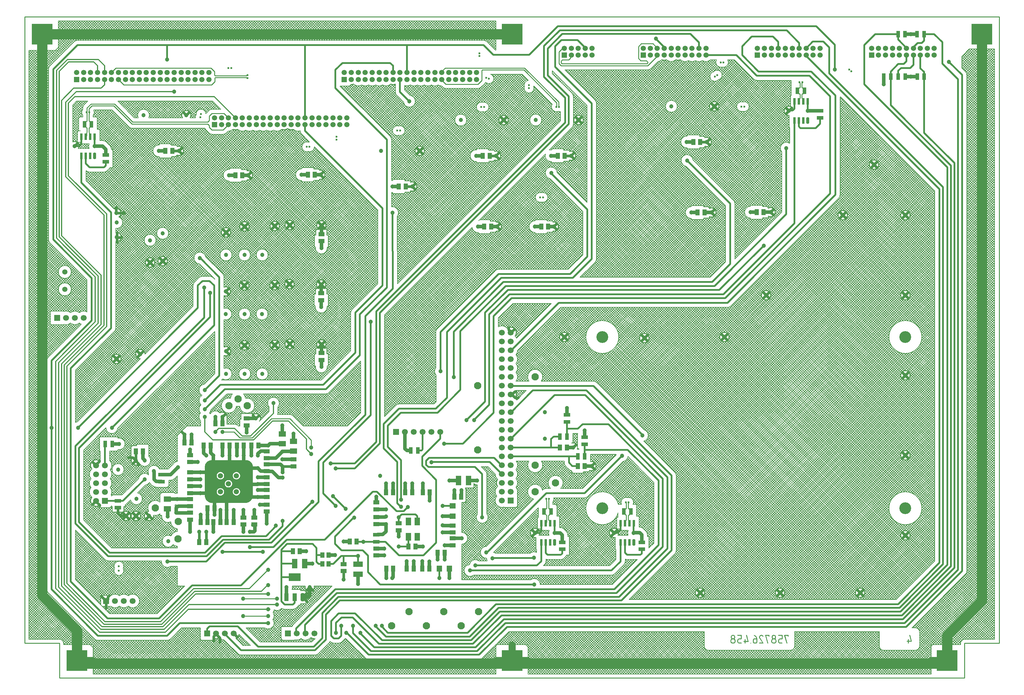
<source format=gbl>
G04*
G04 #@! TF.GenerationSoftware,Altium Limited,Altium Designer,24.9.1 (31)*
G04*
G04 Layer_Physical_Order=6*
G04 Layer_Color=16711680*
%FSLAX44Y44*%
%MOMM*%
G71*
G04*
G04 #@! TF.SameCoordinates,FFAC17DA-0C39-4F23-945C-E2544D3BB645*
G04*
G04*
G04 #@! TF.FilePolarity,Positive*
G04*
G01*
G75*
%ADD10C,0.2500*%
%ADD14R,2.8000X1.6000*%
%ADD15R,1.8000X1.3000*%
%ADD16R,1.3000X1.8000*%
%ADD17R,1.1000X1.9000*%
G04:AMPARAMS|DCode=20|XSize=0.8mm|YSize=1.9mm|CornerRadius=0mm|HoleSize=0mm|Usage=FLASHONLY|Rotation=0.000|XOffset=0mm|YOffset=0mm|HoleType=Round|Shape=Octagon|*
%AMOCTAGOND20*
4,1,8,-0.2000,0.9500,0.2000,0.9500,0.4000,0.7500,0.4000,-0.7500,0.2000,-0.9500,-0.2000,-0.9500,-0.4000,-0.7500,-0.4000,0.7500,-0.2000,0.9500,0.0*
%
%ADD20OCTAGOND20*%

%ADD21R,0.8000X1.9000*%
%ADD22R,1.9000X1.1000*%
%ADD24R,3.5000X2.3000*%
%ADD25R,1.2000X2.3000*%
G04:AMPARAMS|DCode=26|XSize=1.2mm|YSize=2.3mm|CornerRadius=0mm|HoleSize=0mm|Usage=FLASHONLY|Rotation=0.000|XOffset=0mm|YOffset=0mm|HoleType=Round|Shape=Octagon|*
%AMOCTAGOND26*
4,1,8,-0.3000,1.1500,0.3000,1.1500,0.6000,0.8500,0.6000,-0.8500,0.3000,-1.1500,-0.3000,-1.1500,-0.6000,-0.8500,-0.6000,0.8500,-0.3000,1.1500,0.0*
%
%ADD26OCTAGOND26*%

%ADD27R,1.6000X2.8000*%
%ADD36R,1.2000X1.5000*%
%ADD80C,0.2000*%
%ADD82C,2.0000*%
%ADD83C,0.8000*%
%ADD84C,1.0000*%
%ADD85C,0.5000*%
%ADD86C,0.3000*%
%ADD87C,0.3810*%
%ADD89C,1.5000*%
%ADD90C,1.7000*%
%ADD91R,1.7000X1.7000*%
%ADD92C,2.1000*%
%ADD93R,1.7000X1.7000*%
%ADD94R,1.5000X1.5000*%
%ADD95C,3.4000*%
%ADD96R,6.0000X6.0000*%
%ADD97C,1.2000*%
%ADD98C,0.6000*%
%ADD101R,1.5000X2.2000*%
%ADD102R,1.6000X1.8000*%
%ADD103R,1.8000X1.6000*%
%ADD104R,2.1000X1.6000*%
%ADD105C,3.0000*%
G36*
X642221Y625098D02*
X645505Y623738D01*
X648459Y621764D01*
X650972Y619251D01*
X652947Y616296D01*
X654307Y613012D01*
X654889Y610083D01*
X655000Y607753D01*
Y607750D01*
X655000Y607750D01*
X655000Y607750D01*
X655000Y524250D01*
X655000Y522182D01*
X654193Y518124D01*
X652610Y514303D01*
X650312Y510863D01*
X647387Y507938D01*
X643947Y505640D01*
X640126Y504057D01*
X636467Y503329D01*
X634000Y503250D01*
X634000Y503250D01*
X538000Y503250D01*
X535932Y503250D01*
X531875Y504057D01*
X528053Y505640D01*
X524613Y507938D01*
X521688Y510863D01*
X519390Y514303D01*
X517807Y518125D01*
X517000Y522182D01*
X517000Y524250D01*
X517000Y606250D01*
X517000Y608175D01*
X517751Y611950D01*
X519224Y615506D01*
X521363Y618707D01*
X524084Y621428D01*
X527285Y623567D01*
X530841Y625040D01*
X534617Y625791D01*
X536541Y625791D01*
X536541Y625791D01*
X636959Y625791D01*
X638736Y625791D01*
X642221Y625098D01*
D02*
G37*
G36*
X2193685Y123960D02*
X2193982Y123812D01*
X2194204Y123590D01*
X2194352Y123368D01*
X2194426Y123146D01*
X2194463Y122923D01*
X2194500Y122775D01*
Y122738D01*
Y120220D01*
X2194426Y119813D01*
X2194315Y119516D01*
X2194204Y119368D01*
X2194130Y119294D01*
X2193833Y119109D01*
X2193574Y119035D01*
X2193352Y118998D01*
X2193278D01*
X2192908Y119035D01*
X2192611Y119146D01*
X2192463Y119257D01*
X2192389Y119294D01*
X2192167Y119591D01*
X2192056Y119887D01*
X2192019Y120035D01*
Y120146D01*
Y120220D01*
Y120257D01*
Y121516D01*
X2184908D01*
X2190686Y100555D01*
X2190723Y100444D01*
X2190760Y100333D01*
Y100222D01*
Y100185D01*
X2190723Y99815D01*
X2190574Y99518D01*
X2190463Y99370D01*
X2190426Y99296D01*
X2190130Y99111D01*
X2189834Y99037D01*
X2189575Y99000D01*
X2189501D01*
X2189204Y99037D01*
X2188945Y99148D01*
X2188797Y99222D01*
X2188723Y99259D01*
X2188501Y99481D01*
X2188390Y99704D01*
X2188315Y99852D01*
Y99926D01*
X2182057Y122405D01*
X2181983Y122961D01*
X2182020Y123294D01*
X2182168Y123553D01*
X2182390Y123738D01*
X2182612Y123886D01*
X2182835Y123960D01*
X2183057Y123997D01*
X2193278D01*
X2193685Y123960D01*
D02*
G37*
G36*
X2138728D02*
X2139024Y123812D01*
X2139247Y123590D01*
X2139395Y123368D01*
X2139469Y123146D01*
X2139506Y122923D01*
X2139543Y122775D01*
Y122738D01*
Y120220D01*
X2139469Y119813D01*
X2139358Y119516D01*
X2139247Y119368D01*
X2139173Y119294D01*
X2138876Y119109D01*
X2138617Y119035D01*
X2138395Y118998D01*
X2138321D01*
X2137950Y119035D01*
X2137654Y119146D01*
X2137506Y119257D01*
X2137432Y119294D01*
X2137210Y119591D01*
X2137099Y119887D01*
X2137062Y120035D01*
Y120146D01*
Y120220D01*
Y120257D01*
Y121516D01*
X2129951D01*
X2135728Y100555D01*
X2135765Y100444D01*
X2135802Y100333D01*
Y100222D01*
Y100185D01*
X2135765Y99815D01*
X2135617Y99518D01*
X2135506Y99370D01*
X2135469Y99296D01*
X2135173Y99111D01*
X2134877Y99037D01*
X2134617Y99000D01*
X2134543D01*
X2134247Y99037D01*
X2133988Y99148D01*
X2133840Y99222D01*
X2133766Y99259D01*
X2133543Y99481D01*
X2133432Y99704D01*
X2133358Y99852D01*
Y99926D01*
X2127100Y122405D01*
X2127026Y122961D01*
X2127063Y123294D01*
X2127211Y123553D01*
X2127433Y123738D01*
X2127655Y123886D01*
X2127877Y123960D01*
X2128100Y123997D01*
X2138321D01*
X2138728Y123960D01*
D02*
G37*
G36*
X2117212D02*
X2117693Y123886D01*
X2117878Y123812D01*
X2118026Y123775D01*
X2118101Y123738D01*
X2118138D01*
X2118656Y123553D01*
X2119138Y123331D01*
X2119323Y123257D01*
X2119471Y123183D01*
X2119545Y123146D01*
X2119582Y123109D01*
X2120100Y122775D01*
X2120582Y122405D01*
X2120952Y122035D01*
X2121285Y121701D01*
X2121582Y121405D01*
X2121767Y121146D01*
X2121878Y120998D01*
X2121915Y120924D01*
X2122026Y120627D01*
X2122100Y120405D01*
X2122137Y120257D01*
Y120220D01*
X2122100Y120035D01*
X2122063Y119850D01*
X2121915Y119591D01*
X2121804Y119405D01*
X2121730Y119331D01*
X2121434Y119146D01*
X2121137Y119035D01*
X2120915Y118998D01*
X2120841D01*
X2120285Y119109D01*
X2120063Y119257D01*
X2119915Y119405D01*
X2119841Y119516D01*
X2119804Y119553D01*
X2119360Y120146D01*
X2119100Y120405D01*
X2118878Y120627D01*
X2118656Y120776D01*
X2118508Y120887D01*
X2118397Y120961D01*
X2118360Y120998D01*
X2118026Y121183D01*
X2117693Y121294D01*
X2117397Y121405D01*
X2117101Y121442D01*
X2116879Y121479D01*
X2116693Y121516D01*
X2116545D01*
X2115879Y121479D01*
X2115582Y121405D01*
X2115360Y121368D01*
X2115138Y121294D01*
X2114990Y121220D01*
X2114879Y121183D01*
X2114842D01*
X2114286Y120887D01*
X2113879Y120627D01*
X2113694Y120479D01*
X2113582Y120405D01*
X2113508Y120331D01*
X2113471Y120294D01*
X2113064Y119850D01*
X2112731Y119368D01*
X2112509Y118887D01*
X2112360Y118479D01*
X2112286Y118072D01*
X2112212Y117776D01*
Y117591D01*
Y117554D01*
Y117517D01*
X2112249Y117183D01*
X2112286Y116850D01*
X2112360Y116517D01*
X2112435Y116257D01*
X2112546Y115998D01*
X2112620Y115813D01*
X2112657Y115665D01*
X2112694Y115628D01*
X2121915Y100926D01*
X2122100Y100555D01*
X2122174Y100259D01*
X2122211Y100074D01*
Y100000D01*
X2122137Y99667D01*
X2121989Y99407D01*
X2121767Y99259D01*
X2121508Y99111D01*
X2121285Y99037D01*
X2121063Y99000D01*
X2110842D01*
X2110620Y99037D01*
X2110435Y99074D01*
X2110175Y99222D01*
X2109990Y99333D01*
X2109953Y99407D01*
X2109768Y99704D01*
X2109657Y99963D01*
X2109620Y100148D01*
Y100222D01*
X2109694Y100555D01*
X2109805Y100815D01*
X2109916Y101000D01*
X2109990Y101074D01*
X2110138Y101222D01*
X2110249Y101296D01*
X2110546Y101444D01*
X2110768Y101481D01*
X2118619D01*
X2110546Y114332D01*
X2110287Y114924D01*
X2110064Y115480D01*
X2109916Y115998D01*
X2109842Y116443D01*
X2109768Y116850D01*
X2109731Y117146D01*
Y117331D01*
Y117406D01*
X2109768Y117887D01*
X2109805Y118368D01*
X2110064Y119257D01*
X2110361Y120072D01*
X2110731Y120738D01*
X2111138Y121294D01*
X2111286Y121516D01*
X2111435Y121701D01*
X2111583Y121849D01*
X2111694Y121961D01*
X2111731Y121998D01*
X2111768Y122035D01*
X2112175Y122368D01*
X2112583Y122701D01*
X2112990Y122961D01*
X2113397Y123183D01*
X2114249Y123516D01*
X2115027Y123738D01*
X2115693Y123886D01*
X2115990Y123923D01*
X2116249Y123960D01*
X2116434Y123997D01*
X2116730D01*
X2117212Y123960D01*
D02*
G37*
G36*
X2073772D02*
X2073883Y123923D01*
X2073920Y123886D01*
X2074142Y123738D01*
X2074364Y123516D01*
X2074476Y123294D01*
X2074550Y123146D01*
X2074587Y123072D01*
X2079586Y105555D01*
X2079660Y105259D01*
Y104962D01*
X2079586Y104629D01*
X2079438Y104370D01*
X2079253Y104222D01*
X2078994Y104074D01*
X2078771Y104000D01*
X2078549Y103962D01*
X2070846D01*
Y100222D01*
X2070772Y99815D01*
X2070661Y99518D01*
X2070550Y99370D01*
X2070476Y99296D01*
X2070180Y99111D01*
X2069920Y99037D01*
X2069698Y99000D01*
X2069624D01*
X2069254Y99037D01*
X2068958Y99148D01*
X2068809Y99259D01*
X2068735Y99296D01*
X2068513Y99593D01*
X2068402Y99889D01*
X2068365Y100111D01*
Y100185D01*
Y100222D01*
Y103962D01*
X2065884D01*
X2065662Y104000D01*
X2065476Y104037D01*
X2065180Y104185D01*
X2064995Y104296D01*
X2064958Y104370D01*
X2064773Y104666D01*
X2064662Y104925D01*
X2064625Y105111D01*
Y105185D01*
X2064699Y105518D01*
X2064810Y105777D01*
X2064921Y105962D01*
X2064995Y106036D01*
X2065143Y106185D01*
X2065291Y106258D01*
X2065587Y106407D01*
X2065810Y106444D01*
X2068365D01*
Y110184D01*
Y110406D01*
X2068439Y110591D01*
X2068550Y110888D01*
X2068698Y111073D01*
X2068735Y111110D01*
X2068772D01*
X2069069Y111295D01*
X2069328Y111406D01*
X2069550Y111443D01*
X2069624D01*
X2069957Y111406D01*
X2070217Y111295D01*
X2070402Y111147D01*
X2070476Y111110D01*
X2070698Y110777D01*
X2070809Y110480D01*
X2070846Y110258D01*
Y110221D01*
Y110184D01*
Y106444D01*
X2076734D01*
X2072179Y122368D01*
X2072142Y122738D01*
X2072216Y123109D01*
X2072328Y123405D01*
X2072439Y123553D01*
X2072513Y123627D01*
X2072809Y123849D01*
X2073105Y123960D01*
X2073327Y123997D01*
X2073624D01*
X2073772Y123960D01*
D02*
G37*
G36*
X2176206D02*
X2176502Y123812D01*
X2176724Y123590D01*
X2176872Y123368D01*
X2176946Y123146D01*
X2176983Y122923D01*
X2177020Y122775D01*
Y122738D01*
Y112702D01*
X2176983Y112295D01*
X2176835Y111999D01*
X2176650Y111777D01*
X2176391Y111628D01*
X2176169Y111554D01*
X2175983Y111517D01*
X2175835Y111480D01*
X2170799D01*
X2170243Y111443D01*
X2169725Y111295D01*
X2169243Y111147D01*
X2168873Y110925D01*
X2168540Y110740D01*
X2168318Y110554D01*
X2168170Y110406D01*
X2168132Y110369D01*
X2167762Y109925D01*
X2167503Y109480D01*
X2167281Y109036D01*
X2167170Y108629D01*
X2167095Y108258D01*
X2167021Y107962D01*
Y107777D01*
Y107703D01*
Y105222D01*
X2167059Y104629D01*
X2167207Y104111D01*
X2167355Y103666D01*
X2167577Y103259D01*
X2167762Y102963D01*
X2167947Y102703D01*
X2168095Y102555D01*
X2168132Y102518D01*
X2168577Y102185D01*
X2169021Y101926D01*
X2169466Y101741D01*
X2169873Y101629D01*
X2170243Y101555D01*
X2170540Y101481D01*
X2176021D01*
X2176206Y101407D01*
X2176465Y101296D01*
X2176650Y101148D01*
X2176724Y101111D01*
Y101074D01*
X2176909Y100778D01*
X2176983Y100481D01*
X2177020Y100296D01*
Y100259D01*
Y100222D01*
X2176983Y99852D01*
X2176872Y99593D01*
X2176761Y99407D01*
X2176724Y99333D01*
X2176428Y99148D01*
X2176132Y99037D01*
X2175872Y99000D01*
X2170799D01*
X2170317Y99037D01*
X2169873Y99074D01*
X2169021Y99296D01*
X2168281Y99593D01*
X2167651Y99926D01*
X2167095Y100259D01*
X2166725Y100518D01*
X2166577Y100667D01*
X2166466Y100741D01*
X2166429Y100778D01*
X2166392Y100815D01*
X2166059Y101185D01*
X2165762Y101555D01*
X2165540Y101926D01*
X2165318Y102296D01*
X2164985Y103037D01*
X2164762Y103703D01*
X2164651Y104333D01*
X2164577Y104592D01*
Y104777D01*
X2164540Y104962D01*
Y105111D01*
Y105185D01*
Y105222D01*
Y107703D01*
X2164577Y108184D01*
X2164614Y108629D01*
X2164836Y109480D01*
X2165133Y110221D01*
X2165466Y110888D01*
X2165799Y111406D01*
X2166096Y111777D01*
X2166207Y111925D01*
X2166318Y112036D01*
X2166355Y112073D01*
X2166392Y112110D01*
X2166762Y112443D01*
X2167095Y112739D01*
X2167503Y112962D01*
X2167873Y113184D01*
X2168614Y113517D01*
X2169280Y113739D01*
X2169873Y113850D01*
X2170132Y113924D01*
X2170354D01*
X2170540Y113961D01*
X2174539D01*
Y121516D01*
X2165799D01*
X2165577Y121553D01*
X2165392Y121590D01*
X2165096Y121738D01*
X2164910Y121849D01*
X2164874Y121924D01*
X2164688Y122220D01*
X2164577Y122479D01*
X2164540Y122664D01*
Y122738D01*
X2164614Y123072D01*
X2164725Y123331D01*
X2164836Y123516D01*
X2164910Y123590D01*
X2165059Y123738D01*
X2165207Y123812D01*
X2165503Y123960D01*
X2165725Y123997D01*
X2175798D01*
X2176206Y123960D01*
D02*
G37*
G36*
X2152616D02*
X2153097Y123923D01*
X2154060Y123701D01*
X2154837Y123368D01*
X2155504Y123035D01*
X2156060Y122664D01*
X2156282Y122479D01*
X2156430Y122331D01*
X2156578Y122220D01*
X2156689Y122109D01*
X2156726Y122072D01*
X2156763Y122035D01*
X2157282Y121331D01*
X2157652Y120590D01*
X2157911Y119850D01*
X2158096Y119183D01*
X2158208Y118591D01*
X2158245Y118331D01*
Y118109D01*
X2158282Y117961D01*
Y117813D01*
Y117739D01*
Y117702D01*
X2158245Y117183D01*
X2158208Y116702D01*
X2158134Y116257D01*
X2158022Y115850D01*
X2157911Y115517D01*
X2157837Y115258D01*
X2157800Y115110D01*
X2157763Y115035D01*
X2157541Y114554D01*
X2157282Y114147D01*
X2157023Y113776D01*
X2156763Y113480D01*
X2156541Y113221D01*
X2156356Y113036D01*
X2156245Y112924D01*
X2156208Y112887D01*
X2156800Y112480D01*
X2157319Y112036D01*
X2157763Y111554D01*
X2158096Y111147D01*
X2158393Y110740D01*
X2158578Y110443D01*
X2158689Y110221D01*
X2158726Y110184D01*
Y110147D01*
X2158985Y109517D01*
X2159207Y108851D01*
X2159355Y108221D01*
X2159430Y107666D01*
X2159504Y107184D01*
X2159541Y106814D01*
Y106666D01*
Y106555D01*
Y106518D01*
Y106481D01*
X2159504Y105925D01*
X2159467Y105370D01*
X2159244Y104370D01*
X2158948Y103481D01*
X2158615Y102740D01*
X2158430Y102407D01*
X2158282Y102111D01*
X2158134Y101889D01*
X2157985Y101666D01*
X2157874Y101518D01*
X2157763Y101407D01*
X2157726Y101333D01*
X2157689Y101296D01*
X2157282Y100889D01*
X2156837Y100555D01*
X2156393Y100222D01*
X2155912Y99963D01*
X2155430Y99741D01*
X2154986Y99556D01*
X2154097Y99296D01*
X2153652Y99185D01*
X2153282Y99111D01*
X2152949Y99074D01*
X2152652Y99037D01*
X2152393Y99000D01*
X2152060D01*
X2151393Y99037D01*
X2150801Y99111D01*
X2150208Y99222D01*
X2149690Y99370D01*
X2149171Y99556D01*
X2148727Y99741D01*
X2148283Y99963D01*
X2147912Y100185D01*
X2147579Y100370D01*
X2147283Y100592D01*
X2147023Y100778D01*
X2146801Y100963D01*
X2146653Y101111D01*
X2146542Y101222D01*
X2146468Y101296D01*
X2146431Y101333D01*
X2146098Y101741D01*
X2145801Y102185D01*
X2145542Y102629D01*
X2145320Y103074D01*
X2144987Y103925D01*
X2144765Y104740D01*
X2144653Y105444D01*
X2144616Y105740D01*
X2144579Y105999D01*
X2144542Y106185D01*
Y106333D01*
Y106444D01*
Y106481D01*
X2144579Y107221D01*
X2144690Y107888D01*
X2144839Y108518D01*
X2144987Y109036D01*
X2145135Y109517D01*
X2145283Y109851D01*
X2145394Y110073D01*
X2145431Y110147D01*
X2145764Y110777D01*
X2146172Y111295D01*
X2146579Y111777D01*
X2146987Y112147D01*
X2147357Y112443D01*
X2147653Y112665D01*
X2147838Y112813D01*
X2147875Y112850D01*
X2147912D01*
X2147542Y113184D01*
X2147246Y113554D01*
X2146949Y113924D01*
X2146727Y114295D01*
X2146579Y114591D01*
X2146468Y114813D01*
X2146394Y114961D01*
X2146357Y115035D01*
X2146172Y115517D01*
X2146024Y115998D01*
X2145950Y116443D01*
X2145876Y116850D01*
X2145838Y117183D01*
X2145801Y117480D01*
Y117628D01*
Y117702D01*
Y118183D01*
X2145876Y118628D01*
X2146061Y119442D01*
X2146320Y120183D01*
X2146579Y120813D01*
X2146875Y121331D01*
X2147135Y121701D01*
X2147246Y121849D01*
X2147320Y121961D01*
X2147357Y121998D01*
X2147394Y122035D01*
X2147727Y122368D01*
X2148098Y122701D01*
X2148468Y122961D01*
X2148875Y123183D01*
X2149653Y123516D01*
X2150394Y123738D01*
X2151060Y123886D01*
X2151319Y123923D01*
X2151579Y123960D01*
X2151764Y123997D01*
X2152060D01*
X2152616Y123960D01*
D02*
G37*
G36*
X2096325Y123849D02*
X2097177Y123442D01*
X2097991Y122961D01*
X2098695Y122479D01*
X2099288Y122035D01*
X2099806Y121627D01*
X2100177Y121294D01*
X2100325Y121183D01*
X2100436Y121072D01*
X2100473Y121035D01*
X2100510Y120998D01*
X2101139Y120294D01*
X2101695Y119591D01*
X2102176Y118924D01*
X2102547Y118294D01*
X2102843Y117776D01*
X2103065Y117331D01*
X2103139Y117183D01*
X2103213Y117072D01*
X2103250Y116998D01*
Y116961D01*
X2103695Y115776D01*
X2104028Y114554D01*
X2104250Y113443D01*
X2104361Y112887D01*
X2104398Y112406D01*
X2104472Y111925D01*
X2104509Y111517D01*
X2104546Y111147D01*
Y110814D01*
X2104583Y110554D01*
Y110369D01*
Y110258D01*
Y110221D01*
Y103962D01*
X2104509Y103222D01*
X2104361Y102555D01*
X2104102Y101926D01*
X2103843Y101444D01*
X2103584Y101000D01*
X2103324Y100704D01*
X2103176Y100518D01*
X2103102Y100444D01*
X2102510Y99963D01*
X2101917Y99593D01*
X2101362Y99370D01*
X2100806Y99185D01*
X2100325Y99074D01*
X2099954Y99037D01*
X2099806Y99000D01*
X2097103D01*
X2096362Y99074D01*
X2095658Y99222D01*
X2095066Y99444D01*
X2094547Y99741D01*
X2094140Y100000D01*
X2093844Y100222D01*
X2093659Y100370D01*
X2093585Y100444D01*
X2093103Y101037D01*
X2092733Y101629D01*
X2092474Y102222D01*
X2092288Y102777D01*
X2092177Y103259D01*
X2092140Y103629D01*
X2092103Y103777D01*
Y103888D01*
Y103925D01*
Y103962D01*
Y108962D01*
X2092177Y109703D01*
X2092325Y110406D01*
X2092585Y110999D01*
X2092844Y111517D01*
X2093103Y111925D01*
X2093362Y112221D01*
X2093510Y112406D01*
X2093585Y112480D01*
X2094177Y112962D01*
X2094770Y113332D01*
X2095362Y113591D01*
X2095881Y113776D01*
X2096362Y113887D01*
X2096769Y113924D01*
X2096918Y113961D01*
X2101621D01*
X2101324Y114961D01*
X2100954Y115961D01*
X2100621Y116665D01*
X2100288Y117294D01*
X2099880Y117850D01*
X2099547Y118368D01*
X2099214Y118776D01*
X2098954Y119072D01*
X2098769Y119257D01*
X2098695Y119331D01*
X2098140Y119850D01*
X2097621Y120257D01*
X2097436Y120405D01*
X2097288Y120553D01*
X2097177Y120590D01*
X2097140Y120627D01*
X2096806Y120813D01*
X2096547Y120998D01*
X2096362Y121072D01*
X2096288Y121109D01*
X2095955Y121257D01*
X2095658Y121405D01*
X2095436Y121516D01*
X2095399Y121553D01*
X2095362D01*
X2095066Y121738D01*
X2094881Y121924D01*
X2094807Y122035D01*
X2094770Y122072D01*
X2094696Y122257D01*
X2094621Y122479D01*
Y122627D01*
Y122664D01*
X2094659Y123035D01*
X2094770Y123331D01*
X2094881Y123516D01*
X2094918Y123590D01*
X2095066Y123738D01*
X2095214Y123812D01*
X2095510Y123960D01*
X2095733Y123997D01*
X2095807D01*
X2096325Y123849D01*
D02*
G37*
G36*
X2086252Y101407D02*
X2086511Y101296D01*
X2086696Y101185D01*
X2086770Y101111D01*
X2086956Y100815D01*
X2087067Y100518D01*
X2087104Y100296D01*
Y100259D01*
Y100222D01*
X2087067Y99889D01*
X2086919Y99630D01*
X2086808Y99444D01*
X2086770Y99370D01*
X2086474Y99148D01*
X2086178Y99037D01*
X2085956Y99000D01*
X2085882D01*
X2085511Y99074D01*
X2085252Y99185D01*
X2085067Y99296D01*
X2084993Y99370D01*
X2084771Y99667D01*
X2084660Y99963D01*
X2084623Y100148D01*
Y100185D01*
Y100222D01*
Y100407D01*
X2084697Y100592D01*
X2084845Y100852D01*
X2084993Y101037D01*
X2085030Y101111D01*
X2085067D01*
X2085363Y101333D01*
X2085622Y101444D01*
X2085808Y101481D01*
X2085882D01*
X2086252Y101407D01*
D02*
G37*
G36*
X2058810Y123960D02*
X2059107Y123812D01*
X2059329Y123590D01*
X2059477Y123368D01*
X2059551Y123146D01*
X2059588Y122923D01*
X2059625Y122775D01*
Y122738D01*
Y112702D01*
X2059588Y112295D01*
X2059440Y111999D01*
X2059255Y111777D01*
X2058996Y111628D01*
X2058773Y111554D01*
X2058588Y111517D01*
X2058440Y111480D01*
X2053404D01*
X2052848Y111443D01*
X2052330Y111295D01*
X2051848Y111147D01*
X2051478Y110925D01*
X2051145Y110740D01*
X2050922Y110554D01*
X2050774Y110406D01*
X2050737Y110369D01*
X2050367Y109925D01*
X2050108Y109480D01*
X2049885Y109036D01*
X2049774Y108629D01*
X2049700Y108258D01*
X2049626Y107962D01*
Y107777D01*
Y107703D01*
Y105222D01*
X2049663Y104629D01*
X2049811Y104111D01*
X2049960Y103666D01*
X2050182Y103259D01*
X2050367Y102963D01*
X2050552Y102703D01*
X2050700Y102555D01*
X2050737Y102518D01*
X2051182Y102185D01*
X2051626Y101926D01*
X2052070Y101741D01*
X2052478Y101629D01*
X2052848Y101555D01*
X2053144Y101481D01*
X2058625D01*
X2058810Y101407D01*
X2059070Y101296D01*
X2059255Y101148D01*
X2059329Y101111D01*
Y101074D01*
X2059514Y100778D01*
X2059588Y100481D01*
X2059625Y100296D01*
Y100259D01*
Y100222D01*
X2059588Y99852D01*
X2059477Y99593D01*
X2059366Y99407D01*
X2059329Y99333D01*
X2059033Y99148D01*
X2058736Y99037D01*
X2058477Y99000D01*
X2053404D01*
X2052922Y99037D01*
X2052478Y99074D01*
X2051626Y99296D01*
X2050885Y99593D01*
X2050256Y99926D01*
X2049700Y100259D01*
X2049330Y100518D01*
X2049182Y100667D01*
X2049071Y100741D01*
X2049034Y100778D01*
X2048997Y100815D01*
X2048663Y101185D01*
X2048367Y101555D01*
X2048145Y101926D01*
X2047923Y102296D01*
X2047589Y103037D01*
X2047367Y103703D01*
X2047256Y104333D01*
X2047182Y104592D01*
Y104777D01*
X2047145Y104962D01*
Y105111D01*
Y105185D01*
Y105222D01*
Y107703D01*
X2047182Y108184D01*
X2047219Y108629D01*
X2047441Y109480D01*
X2047737Y110221D01*
X2048071Y110888D01*
X2048404Y111406D01*
X2048700Y111777D01*
X2048811Y111925D01*
X2048922Y112036D01*
X2048960Y112073D01*
X2048997Y112110D01*
X2049367Y112443D01*
X2049700Y112739D01*
X2050108Y112962D01*
X2050478Y113184D01*
X2051219Y113517D01*
X2051885Y113739D01*
X2052478Y113850D01*
X2052737Y113924D01*
X2052959D01*
X2053144Y113961D01*
X2057144D01*
Y121516D01*
X2048404D01*
X2048182Y121553D01*
X2047997Y121590D01*
X2047701Y121738D01*
X2047515Y121849D01*
X2047478Y121924D01*
X2047293Y122220D01*
X2047182Y122479D01*
X2047145Y122664D01*
Y122738D01*
X2047219Y123072D01*
X2047330Y123331D01*
X2047441Y123516D01*
X2047515Y123590D01*
X2047663Y123738D01*
X2047812Y123812D01*
X2048108Y123960D01*
X2048330Y123997D01*
X2058403D01*
X2058810Y123960D01*
D02*
G37*
G36*
X2035220D02*
X2035702Y123923D01*
X2036665Y123701D01*
X2037442Y123368D01*
X2038109Y123035D01*
X2038664Y122664D01*
X2038887Y122479D01*
X2039035Y122331D01*
X2039183Y122220D01*
X2039294Y122109D01*
X2039331Y122072D01*
X2039368Y122035D01*
X2039886Y121331D01*
X2040257Y120590D01*
X2040516Y119850D01*
X2040701Y119183D01*
X2040812Y118591D01*
X2040849Y118331D01*
Y118109D01*
X2040886Y117961D01*
Y117813D01*
Y117739D01*
Y117702D01*
X2040849Y117183D01*
X2040812Y116702D01*
X2040738Y116257D01*
X2040627Y115850D01*
X2040516Y115517D01*
X2040442Y115258D01*
X2040405Y115110D01*
X2040368Y115035D01*
X2040146Y114554D01*
X2039886Y114147D01*
X2039627Y113776D01*
X2039368Y113480D01*
X2039146Y113221D01*
X2038961Y113036D01*
X2038849Y112924D01*
X2038813Y112887D01*
X2039405Y112480D01*
X2039924Y112036D01*
X2040368Y111554D01*
X2040701Y111147D01*
X2040997Y110740D01*
X2041183Y110443D01*
X2041294Y110221D01*
X2041331Y110184D01*
Y110147D01*
X2041590Y109517D01*
X2041812Y108851D01*
X2041960Y108221D01*
X2042034Y107666D01*
X2042108Y107184D01*
X2042146Y106814D01*
Y106666D01*
Y106555D01*
Y106518D01*
Y106481D01*
X2042108Y105925D01*
X2042071Y105370D01*
X2041849Y104370D01*
X2041553Y103481D01*
X2041220Y102740D01*
X2041035Y102407D01*
X2040886Y102111D01*
X2040738Y101889D01*
X2040590Y101666D01*
X2040479Y101518D01*
X2040368Y101407D01*
X2040331Y101333D01*
X2040294Y101296D01*
X2039886Y100889D01*
X2039442Y100555D01*
X2038998Y100222D01*
X2038516Y99963D01*
X2038035Y99741D01*
X2037590Y99556D01*
X2036702Y99296D01*
X2036257Y99185D01*
X2035887Y99111D01*
X2035554Y99074D01*
X2035257Y99037D01*
X2034998Y99000D01*
X2034665D01*
X2033998Y99037D01*
X2033406Y99111D01*
X2032813Y99222D01*
X2032295Y99370D01*
X2031776Y99556D01*
X2031332Y99741D01*
X2030887Y99963D01*
X2030517Y100185D01*
X2030184Y100370D01*
X2029888Y100592D01*
X2029628Y100778D01*
X2029406Y100963D01*
X2029258Y101111D01*
X2029147Y101222D01*
X2029073Y101296D01*
X2029036Y101333D01*
X2028702Y101741D01*
X2028406Y102185D01*
X2028147Y102629D01*
X2027925Y103074D01*
X2027591Y103925D01*
X2027369Y104740D01*
X2027258Y105444D01*
X2027221Y105740D01*
X2027184Y105999D01*
X2027147Y106185D01*
Y106333D01*
Y106444D01*
Y106481D01*
X2027184Y107221D01*
X2027295Y107888D01*
X2027443Y108518D01*
X2027591Y109036D01*
X2027740Y109517D01*
X2027888Y109851D01*
X2027999Y110073D01*
X2028036Y110147D01*
X2028369Y110777D01*
X2028777Y111295D01*
X2029184Y111777D01*
X2029591Y112147D01*
X2029962Y112443D01*
X2030258Y112665D01*
X2030443Y112813D01*
X2030480Y112850D01*
X2030517D01*
X2030147Y113184D01*
X2029850Y113554D01*
X2029554Y113924D01*
X2029332Y114295D01*
X2029184Y114591D01*
X2029073Y114813D01*
X2028999Y114961D01*
X2028962Y115035D01*
X2028777Y115517D01*
X2028628Y115998D01*
X2028554Y116443D01*
X2028480Y116850D01*
X2028443Y117183D01*
X2028406Y117480D01*
Y117628D01*
Y117702D01*
Y118183D01*
X2028480Y118628D01*
X2028665Y119442D01*
X2028925Y120183D01*
X2029184Y120813D01*
X2029480Y121331D01*
X2029739Y121701D01*
X2029850Y121849D01*
X2029924Y121961D01*
X2029962Y121998D01*
X2029999Y122035D01*
X2030332Y122368D01*
X2030702Y122701D01*
X2031073Y122961D01*
X2031480Y123183D01*
X2032258Y123516D01*
X2032998Y123738D01*
X2033665Y123886D01*
X2033924Y123923D01*
X2034183Y123960D01*
X2034368Y123997D01*
X2034665D01*
X2035220Y123960D01*
D02*
G37*
G36*
X2542862Y124210D02*
X2542973Y124173D01*
X2543010Y124136D01*
X2543232Y123988D01*
X2543454Y123766D01*
X2543565Y123544D01*
X2543640Y123396D01*
X2543676Y123322D01*
X2548676Y105805D01*
X2548750Y105509D01*
Y105212D01*
X2548676Y104879D01*
X2548528Y104620D01*
X2548343Y104472D01*
X2548083Y104324D01*
X2547861Y104249D01*
X2547639Y104213D01*
X2539936D01*
Y100472D01*
X2539862Y100065D01*
X2539751Y99768D01*
X2539640Y99620D01*
X2539566Y99546D01*
X2539270Y99361D01*
X2539010Y99287D01*
X2538788Y99250D01*
X2538714D01*
X2538344Y99287D01*
X2538047Y99398D01*
X2537899Y99509D01*
X2537825Y99546D01*
X2537603Y99843D01*
X2537492Y100139D01*
X2537455Y100361D01*
Y100435D01*
Y100472D01*
Y104213D01*
X2534974D01*
X2534751Y104249D01*
X2534566Y104286D01*
X2534270Y104435D01*
X2534085Y104546D01*
X2534048Y104620D01*
X2533863Y104916D01*
X2533752Y105175D01*
X2533715Y105360D01*
Y105435D01*
X2533789Y105768D01*
X2533900Y106027D01*
X2534011Y106212D01*
X2534085Y106286D01*
X2534233Y106434D01*
X2534381Y106509D01*
X2534677Y106657D01*
X2534900Y106694D01*
X2537455D01*
Y110434D01*
Y110656D01*
X2537529Y110841D01*
X2537640Y111138D01*
X2537788Y111323D01*
X2537825Y111360D01*
X2537862D01*
X2538159Y111545D01*
X2538418Y111656D01*
X2538640Y111693D01*
X2538714D01*
X2539047Y111656D01*
X2539307Y111545D01*
X2539492Y111397D01*
X2539566Y111360D01*
X2539788Y111027D01*
X2539899Y110730D01*
X2539936Y110508D01*
Y110471D01*
Y110434D01*
Y106694D01*
X2545824D01*
X2541269Y122618D01*
X2541232Y122988D01*
X2541306Y123359D01*
X2541418Y123655D01*
X2541529Y123803D01*
X2541603Y123877D01*
X2541899Y124099D01*
X2542195Y124210D01*
X2542417Y124247D01*
X2542714D01*
X2542862Y124210D01*
D02*
G37*
%LPC*%
G36*
X609382Y591750D02*
X606618D01*
X603947Y591034D01*
X601553Y589652D01*
X599598Y587697D01*
X598216Y585303D01*
X597500Y582632D01*
Y579868D01*
X598216Y577197D01*
X599598Y574803D01*
X601553Y572848D01*
X603947Y571466D01*
X606618Y570750D01*
X609382D01*
X612053Y571466D01*
X614447Y572848D01*
X616402Y574803D01*
X617784Y577197D01*
X618500Y579868D01*
Y582632D01*
X617784Y585303D01*
X616402Y587697D01*
X614447Y589652D01*
X612053Y591034D01*
X609382Y591750D01*
D02*
G37*
G36*
X563382D02*
X560618D01*
X557947Y591034D01*
X555553Y589652D01*
X553598Y587697D01*
X552216Y585303D01*
X551500Y582632D01*
Y579868D01*
X552216Y577197D01*
X553598Y574803D01*
X555553Y572848D01*
X557947Y571466D01*
X560618Y570750D01*
X563382D01*
X566053Y571466D01*
X568447Y572848D01*
X570402Y574803D01*
X571784Y577197D01*
X572500Y579868D01*
Y582632D01*
X571784Y585303D01*
X570402Y587697D01*
X568447Y589652D01*
X566053Y591034D01*
X563382Y591750D01*
D02*
G37*
G36*
X586382Y568750D02*
X583618D01*
X580947Y568034D01*
X578553Y566652D01*
X576598Y564697D01*
X575216Y562303D01*
X574500Y559632D01*
Y556868D01*
X575216Y554197D01*
X576598Y551803D01*
X578553Y549848D01*
X580947Y548466D01*
X583618Y547750D01*
X586382D01*
X589053Y548466D01*
X591447Y549848D01*
X593402Y551803D01*
X594784Y554197D01*
X595500Y556868D01*
Y559632D01*
X594784Y562303D01*
X593402Y564697D01*
X591447Y566652D01*
X589053Y568034D01*
X586382Y568750D01*
D02*
G37*
G36*
X609382Y545750D02*
X606618D01*
X603947Y545034D01*
X601553Y543652D01*
X599598Y541697D01*
X598216Y539303D01*
X597500Y536632D01*
Y533868D01*
X598216Y531197D01*
X599598Y528803D01*
X601553Y526848D01*
X603947Y525466D01*
X606618Y524750D01*
X609382D01*
X612053Y525466D01*
X614447Y526848D01*
X616402Y528803D01*
X617784Y531197D01*
X618500Y533868D01*
Y536632D01*
X617784Y539303D01*
X616402Y541697D01*
X614447Y543652D01*
X612053Y545034D01*
X609382Y545750D01*
D02*
G37*
G36*
X563382D02*
X560618D01*
X557947Y545034D01*
X555553Y543652D01*
X553598Y541697D01*
X552216Y539303D01*
X551500Y536632D01*
Y533868D01*
X552216Y531197D01*
X553598Y528803D01*
X555553Y526848D01*
X557947Y525466D01*
X560618Y524750D01*
X563382D01*
X566053Y525466D01*
X568447Y526848D01*
X570402Y528803D01*
X571784Y531197D01*
X572500Y533868D01*
Y536632D01*
X571784Y539303D01*
X570402Y541697D01*
X568447Y543652D01*
X566053Y545034D01*
X563382Y545750D01*
D02*
G37*
G36*
X2152319Y121516D02*
X2152060D01*
X2151430Y121479D01*
X2150838Y121331D01*
X2150356Y121146D01*
X2149986Y120924D01*
X2149653Y120665D01*
X2149431Y120479D01*
X2149283Y120331D01*
X2149245Y120294D01*
X2148912Y119887D01*
X2148690Y119442D01*
X2148505Y119035D01*
X2148394Y118628D01*
X2148320Y118257D01*
X2148283Y117998D01*
Y117813D01*
Y117739D01*
X2148320Y117183D01*
X2148431Y116702D01*
X2148579Y116257D01*
X2148764Y115887D01*
X2148949Y115554D01*
X2149097Y115332D01*
X2149209Y115183D01*
X2149245Y115147D01*
X2149690Y114739D01*
X2150134Y114480D01*
X2150616Y114258D01*
X2151060Y114110D01*
X2151467Y114036D01*
X2151764Y113998D01*
X2151986Y113961D01*
X2152060D01*
X2152690Y113998D01*
X2153282Y114147D01*
X2153763Y114332D01*
X2154134Y114554D01*
X2154467Y114776D01*
X2154689Y114961D01*
X2154837Y115110D01*
X2154875Y115147D01*
X2155171Y115554D01*
X2155393Y115998D01*
X2155578Y116406D01*
X2155689Y116850D01*
X2155763Y117183D01*
X2155800Y117480D01*
Y117665D01*
Y117739D01*
X2155763Y118257D01*
X2155652Y118776D01*
X2155504Y119183D01*
X2155319Y119591D01*
X2155171Y119887D01*
X2155023Y120109D01*
X2154912Y120257D01*
X2154875Y120294D01*
X2154430Y120702D01*
X2153949Y120998D01*
X2153467Y121220D01*
X2153023Y121368D01*
X2152652Y121442D01*
X2152319Y121516D01*
D02*
G37*
G36*
X2152282Y111480D02*
X2151616D01*
X2151208Y111406D01*
X2150468Y111221D01*
X2149838Y110962D01*
X2149283Y110702D01*
X2148838Y110406D01*
X2148542Y110147D01*
X2148357Y109962D01*
X2148283Y109925D01*
Y109888D01*
X2147875Y109332D01*
X2147542Y108740D01*
X2147320Y108184D01*
X2147172Y107629D01*
X2147098Y107184D01*
X2147023Y106814D01*
Y106666D01*
Y106555D01*
Y106518D01*
Y106481D01*
X2147061Y105740D01*
X2147209Y105073D01*
X2147431Y104481D01*
X2147653Y103962D01*
X2147875Y103555D01*
X2148098Y103259D01*
X2148246Y103074D01*
X2148283Y103000D01*
X2148838Y102481D01*
X2149468Y102111D01*
X2150097Y101852D01*
X2150690Y101666D01*
X2151245Y101555D01*
X2151653Y101518D01*
X2151838Y101481D01*
X2152060D01*
X2152875Y101555D01*
X2153615Y101741D01*
X2154282Y101963D01*
X2154837Y102259D01*
X2155245Y102555D01*
X2155578Y102777D01*
X2155763Y102963D01*
X2155837Y103037D01*
X2156245Y103592D01*
X2156541Y104185D01*
X2156763Y104740D01*
X2156911Y105296D01*
X2156985Y105777D01*
X2157023Y106147D01*
X2157059Y106296D01*
Y106407D01*
Y106444D01*
Y106481D01*
X2157023Y107221D01*
X2156874Y107851D01*
X2156689Y108443D01*
X2156430Y108962D01*
X2156208Y109369D01*
X2156023Y109666D01*
X2155874Y109851D01*
X2155837Y109925D01*
X2155282Y110443D01*
X2154652Y110814D01*
X2154023Y111110D01*
X2153430Y111295D01*
X2152875Y111406D01*
X2152467Y111443D01*
X2152282Y111480D01*
D02*
G37*
G36*
X2102065D02*
X2097103D01*
X2096732Y111443D01*
X2096362Y111369D01*
X2096066Y111258D01*
X2095807Y111110D01*
X2095621Y110962D01*
X2095436Y110851D01*
X2095362Y110777D01*
X2095325Y110740D01*
X2095066Y110443D01*
X2094881Y110147D01*
X2094770Y109851D01*
X2094659Y109592D01*
X2094621Y109332D01*
X2094585Y109147D01*
Y108999D01*
Y108962D01*
Y103962D01*
X2094621Y103555D01*
X2094696Y103222D01*
X2094807Y102888D01*
X2094955Y102629D01*
X2095103Y102444D01*
X2095214Y102259D01*
X2095288Y102185D01*
X2095325Y102148D01*
X2095621Y101926D01*
X2095918Y101777D01*
X2096214Y101629D01*
X2096473Y101555D01*
X2096732Y101518D01*
X2096918Y101481D01*
X2099621D01*
X2099954Y101518D01*
X2100251Y101555D01*
X2100510Y101592D01*
X2100547Y101629D01*
X2100584D01*
X2100880Y101815D01*
X2101139Y102000D01*
X2101324Y102148D01*
X2101399Y102185D01*
X2101621Y102481D01*
X2101806Y102777D01*
X2101917Y103074D01*
X2102028Y103370D01*
X2102065Y103592D01*
X2102102Y103777D01*
Y103925D01*
Y103962D01*
Y110221D01*
X2102065Y111480D01*
D02*
G37*
G36*
X2034924Y121516D02*
X2034665D01*
X2034035Y121479D01*
X2033443Y121331D01*
X2032961Y121146D01*
X2032591Y120924D01*
X2032258Y120665D01*
X2032035Y120479D01*
X2031887Y120331D01*
X2031850Y120294D01*
X2031517Y119887D01*
X2031295Y119442D01*
X2031110Y119035D01*
X2030999Y118628D01*
X2030924Y118257D01*
X2030887Y117998D01*
Y117813D01*
Y117739D01*
X2030924Y117183D01*
X2031035Y116702D01*
X2031184Y116257D01*
X2031369Y115887D01*
X2031554Y115554D01*
X2031702Y115332D01*
X2031813Y115183D01*
X2031850Y115147D01*
X2032295Y114739D01*
X2032739Y114480D01*
X2033221Y114258D01*
X2033665Y114110D01*
X2034072Y114036D01*
X2034368Y113998D01*
X2034591Y113961D01*
X2034665D01*
X2035294Y113998D01*
X2035887Y114147D01*
X2036368Y114332D01*
X2036739Y114554D01*
X2037072Y114776D01*
X2037294Y114961D01*
X2037442Y115110D01*
X2037479Y115147D01*
X2037776Y115554D01*
X2037998Y115998D01*
X2038183Y116406D01*
X2038294Y116850D01*
X2038368Y117183D01*
X2038405Y117480D01*
Y117665D01*
Y117739D01*
X2038368Y118257D01*
X2038257Y118776D01*
X2038109Y119183D01*
X2037924Y119591D01*
X2037776Y119887D01*
X2037627Y120109D01*
X2037516Y120257D01*
X2037479Y120294D01*
X2037035Y120702D01*
X2036553Y120998D01*
X2036072Y121220D01*
X2035628Y121368D01*
X2035257Y121442D01*
X2034924Y121516D01*
D02*
G37*
G36*
X2034887Y111480D02*
X2034220D01*
X2033813Y111406D01*
X2033072Y111221D01*
X2032443Y110962D01*
X2031887Y110702D01*
X2031443Y110406D01*
X2031147Y110147D01*
X2030961Y109962D01*
X2030887Y109925D01*
Y109888D01*
X2030480Y109332D01*
X2030147Y108740D01*
X2029924Y108184D01*
X2029776Y107629D01*
X2029702Y107184D01*
X2029628Y106814D01*
Y106666D01*
Y106555D01*
Y106518D01*
Y106481D01*
X2029665Y105740D01*
X2029813Y105073D01*
X2030036Y104481D01*
X2030258Y103962D01*
X2030480Y103555D01*
X2030702Y103259D01*
X2030850Y103074D01*
X2030887Y103000D01*
X2031443Y102481D01*
X2032072Y102111D01*
X2032702Y101852D01*
X2033295Y101666D01*
X2033850Y101555D01*
X2034257Y101518D01*
X2034443Y101481D01*
X2034665D01*
X2035479Y101555D01*
X2036220Y101741D01*
X2036887Y101963D01*
X2037442Y102259D01*
X2037850Y102555D01*
X2038183Y102777D01*
X2038368Y102963D01*
X2038442Y103037D01*
X2038849Y103592D01*
X2039146Y104185D01*
X2039368Y104740D01*
X2039516Y105296D01*
X2039590Y105777D01*
X2039627Y106147D01*
X2039664Y106296D01*
Y106407D01*
Y106444D01*
Y106481D01*
X2039627Y107221D01*
X2039479Y107851D01*
X2039294Y108443D01*
X2039035Y108962D01*
X2038813Y109369D01*
X2038627Y109666D01*
X2038479Y109851D01*
X2038442Y109925D01*
X2037887Y110443D01*
X2037257Y110814D01*
X2036628Y111110D01*
X2036035Y111295D01*
X2035479Y111406D01*
X2035072Y111443D01*
X2034887Y111480D01*
D02*
G37*
%LPD*%
D10*
X805000Y329191D02*
X810000Y334191D01*
X804309Y328500D02*
X805000Y329191D01*
X284000Y1705000D02*
X536250D01*
X269000Y1720000D02*
X284000Y1705000D01*
X261500Y1752500D02*
X535000D01*
X249000Y1740000D02*
X261500Y1752500D01*
X536250Y1705000D02*
X545580Y1714330D01*
X535000Y1752500D02*
X545000Y1742500D01*
Y1732715D02*
Y1742500D01*
X545580Y1714330D02*
Y1724285D01*
X547045Y1725750D01*
X562616D01*
X546465Y1731250D02*
X564894D01*
X545000Y1732715D02*
X546465Y1731250D01*
X562616Y1725750D02*
X636786D01*
X564894Y1731250D02*
X636786D01*
X564894Y1731250D02*
X564894Y1731250D01*
X562616Y1725750D02*
X562616Y1725750D01*
X639330Y1731830D02*
X640000Y1732500D01*
X637366Y1731830D02*
X639330D01*
Y1725170D02*
X640000Y1724500D01*
X637366Y1725170D02*
X639330D01*
X636786Y1725750D02*
X637366Y1725170D01*
X636786Y1731250D02*
X637366Y1731830D01*
X184250Y1636035D02*
X192715Y1644500D01*
X255500D01*
X307784Y1592216D01*
X257778Y1650000D02*
X310062Y1597716D01*
X190436Y1650000D02*
X257778D01*
X178750Y1638314D02*
X190436Y1650000D01*
X537500Y1575000D02*
X570000D01*
X530000Y1582500D02*
X537500Y1575000D01*
X530000Y1582500D02*
Y1587500D01*
X525284Y1592216D02*
X530000Y1587500D01*
X570000Y1575000D02*
X585000Y1590000D01*
X307784Y1592216D02*
X525284D01*
X178750Y1628714D02*
Y1638314D01*
X184250Y1628714D02*
Y1636035D01*
X177634Y1558669D02*
Y1567134D01*
X178750Y1568250D01*
X178170Y1626170D02*
Y1628134D01*
X178750Y1628714D01*
X184250D02*
X184830Y1628134D01*
Y1626170D02*
Y1628134D01*
Y1626170D02*
X185500Y1625500D01*
X184830Y1621080D02*
Y1624830D01*
X185500Y1625500D01*
X185306Y1558359D02*
X187665Y1556000D01*
X174965D02*
X177634Y1558669D01*
X185306Y1558359D02*
Y1567444D01*
X184250Y1580250D02*
X191500Y1587500D01*
X187250Y1599750D02*
X191500Y1595500D01*
Y1591500D02*
Y1595500D01*
Y1587500D02*
Y1591500D01*
X185714Y1599750D02*
X187250D01*
X184250Y1568500D02*
X185306Y1567444D01*
X178750Y1568250D02*
Y1580250D01*
X184250Y1568500D02*
Y1580250D01*
Y1620500D02*
X184830Y1621080D01*
X171500Y1587500D02*
X178750Y1580250D01*
X175750Y1599750D02*
X177285D01*
X171500Y1587500D02*
Y1591500D01*
Y1595500D01*
X175750Y1599750D01*
X177285D02*
X178750Y1601214D01*
Y1620500D01*
X184250Y1601214D02*
Y1620500D01*
Y1601214D02*
X185714Y1599750D01*
X177500Y1625500D02*
X178170Y1626170D01*
Y1621080D02*
X178750Y1620500D01*
X177500Y1625500D02*
X178170Y1624830D01*
Y1621080D02*
Y1624830D01*
X537785Y1622500D02*
X572500D01*
X585000Y1610000D01*
X530000Y1614715D02*
X537785Y1622500D01*
X525216Y1597716D02*
X530000Y1602500D01*
Y1614715D01*
X310062Y1597716D02*
X525216D01*
X1282080Y1753000D02*
X1436000D01*
X1527000Y1641500D02*
X1527670Y1642170D01*
Y1644134D01*
X1533750Y1644715D02*
Y1655250D01*
X1534330Y1642170D02*
Y1644134D01*
X1528250Y1644715D02*
Y1652972D01*
X1527670Y1644134D02*
X1528250Y1644715D01*
X1433722Y1747500D02*
X1528250Y1652972D01*
X1533750Y1644715D02*
X1534330Y1644134D01*
X1436000Y1753000D02*
X1533750Y1655250D01*
X1314715Y1747500D02*
X1433722D01*
X1534330Y1642170D02*
X1535000Y1641500D01*
X1207750Y1753000D02*
X1282080D01*
X633500Y178000D02*
X699633D01*
X628500Y228000D02*
X724750D01*
X1462375Y344875D02*
X1463000Y345500D01*
X1343750Y344250D02*
X1344375Y344875D01*
X1198000Y1740000D02*
Y1743250D01*
X1207750Y1753000D01*
X1209750Y1706500D02*
X1302000D01*
X1198000Y1718250D02*
X1209750Y1706500D01*
X1198000Y1718250D02*
Y1720000D01*
X1302000Y1706500D02*
X1313250Y1717750D01*
Y1746035D01*
X1314715Y1747500D01*
X1543000Y1765500D02*
X1787722D01*
X1540500Y1768000D02*
X1543000Y1765500D01*
X1540500Y1768000D02*
Y1772750D01*
X1544000Y1776250D02*
X1562750D01*
X1540500Y1772750D02*
X1544000Y1776250D01*
X1567795Y1787795D02*
X1570000Y1790000D01*
X1567795Y1781295D02*
Y1787795D01*
X1562750Y1776250D02*
X1567795Y1781295D01*
X1535000Y1765722D02*
X1540722Y1760000D01*
X1535000Y1765722D02*
Y1799250D01*
X1540722Y1760000D02*
X1790000D01*
X1542420Y1806670D02*
X1543288D01*
X1546617Y1810000D02*
X1550000D01*
X1543288Y1806670D02*
X1546617Y1810000D01*
X1535000Y1799250D02*
X1542420Y1806670D01*
X1771250Y1822750D02*
X1804750D01*
X1817000Y1810000D02*
Y1810500D01*
X1804750Y1822750D02*
X1817000Y1810500D01*
X1763000Y1814500D02*
X1771250Y1822750D01*
X1763000Y1780500D02*
Y1814500D01*
Y1780500D02*
X1769500Y1774000D01*
X1786000D01*
X1790075Y1767854D02*
Y1769925D01*
X1787722Y1765500D02*
X1790075Y1767854D01*
X1786000Y1774000D02*
X1790075Y1769925D01*
X1817000Y1787000D02*
Y1790000D01*
X1790000Y1760000D02*
X1817000Y1787000D01*
X708367Y745000D02*
X761813D01*
X618088Y690000D02*
X653367D01*
X708367Y745000D01*
X1506050Y515000D02*
Y515839D01*
X1498050Y515000D02*
X1499300D01*
X1504800Y507803D02*
X1505380Y508383D01*
Y514330D01*
X1499300Y488134D02*
Y507803D01*
X1498720Y508383D02*
X1499300Y507803D01*
X1498720Y508383D02*
Y514330D01*
X1498050Y515000D02*
X1498720Y514330D01*
X1505380D02*
X1506050Y515000D01*
X1504800Y488134D02*
Y507803D01*
X1496300Y486670D02*
X1497835D01*
X1499300Y488134D01*
X1506264Y486670D02*
X1507800D01*
X1492050Y482420D02*
X1496300Y486670D01*
X1492050Y478420D02*
Y482420D01*
X1512050Y478420D02*
Y482420D01*
X1507800Y486670D02*
X1512050Y482420D01*
X1504800Y488134D02*
X1506264Y486670D01*
X1734330Y504330D02*
X1735000Y505000D01*
X1734330Y502366D02*
Y504330D01*
X1733750Y488134D02*
Y501786D01*
X1735214Y486670D02*
X1736750D01*
X1733750Y488134D02*
X1735214Y486670D01*
X1726785D02*
X1728250Y488134D01*
X1736750Y486670D02*
X1741000Y482420D01*
X1727000Y505000D02*
X1727670Y504330D01*
X1721000Y478420D02*
Y482420D01*
X1725250Y486670D02*
X1726785D01*
X1727670Y502366D02*
X1728250Y501786D01*
X1727670Y502366D02*
Y504330D01*
X1733750Y501786D02*
X1734330Y502366D01*
X1741000Y478420D02*
Y482420D01*
X1728250Y488134D02*
Y501786D01*
X1721000Y482420D02*
X1725250Y486670D01*
X1506400Y453170D02*
X1509150Y450420D01*
X1506164Y453170D02*
X1506400D01*
X1504700Y467070D02*
X1512050Y474420D01*
X1504700Y454635D02*
Y467070D01*
X1492050Y474420D02*
X1499200Y467270D01*
X1504700Y454635D02*
X1506164Y453170D01*
X1499200Y447670D02*
Y467270D01*
X1512050Y474420D02*
Y478420D01*
X1509150Y444920D02*
Y450420D01*
X1496450Y444920D02*
X1499200Y447670D01*
X1727950Y454020D02*
Y467470D01*
X1721000Y474420D02*
X1727950Y467470D01*
X1733450Y454020D02*
Y466870D01*
X1741000Y474420D01*
X2236350Y1657500D02*
Y1663000D01*
X2227250Y1674274D02*
X2227250Y1674274D01*
X2225786Y1679250D02*
X2227250Y1677785D01*
X2234214Y1679250D02*
X2235750D01*
X2232750Y1677785D02*
X2234214Y1679250D01*
X2220000Y1683500D02*
Y1687500D01*
Y1683500D02*
X2224250Y1679250D01*
X2225786D01*
X2227250Y1674274D02*
Y1677785D01*
X2232750Y1666600D02*
X2236350Y1663000D01*
X2232750Y1666600D02*
Y1671996D01*
X2232750Y1671996D01*
Y1677785D01*
X2227250Y1666600D02*
Y1674274D01*
X2223650Y1663000D02*
X2227250Y1666600D01*
X2223650Y1657500D02*
Y1663000D01*
X2240000Y1687500D02*
Y1691500D01*
Y1683500D02*
Y1687500D01*
X2235750Y1679250D02*
X2240000Y1683500D01*
X2235750Y1695750D02*
X2240000Y1691500D01*
X2226000Y1712500D02*
X2226670Y1711830D01*
X2233330D02*
X2234000Y1712500D01*
X2233330Y1709866D02*
Y1711830D01*
X2226670Y1709866D02*
Y1711830D01*
Y1709866D02*
X2227250Y1709285D01*
X2232750Y1697215D02*
Y1709285D01*
X2220000Y1687500D02*
Y1691500D01*
X2224250Y1695750D02*
X2225786D01*
X2220000Y1691500D02*
X2224250Y1695750D01*
X2225786D02*
X2227250Y1697215D01*
Y1709285D01*
X2234214Y1695750D02*
X2235750D01*
X2232750Y1697215D02*
X2234214Y1695750D01*
X2232750Y1709285D02*
X2233330Y1709866D01*
X567500Y707250D02*
X600838D01*
X618088Y690000D01*
X823000Y662250D02*
Y683813D01*
X761813Y745000D02*
X823000Y683813D01*
X1724350Y450420D02*
X1727950Y454020D01*
X1733450Y454020D02*
X1737050Y450420D01*
Y444920D02*
Y450420D01*
X1724350Y444920D02*
Y450420D01*
X1741000Y474420D02*
Y478420D01*
X1721000Y474420D02*
Y478420D01*
X1492050Y474420D02*
Y478420D01*
X479237Y684513D02*
X480000D01*
X479000Y684750D02*
X479237Y684513D01*
X479000Y676872D02*
Y677000D01*
X473750Y671622D02*
X479000Y676872D01*
X472492Y671622D02*
X473750D01*
X505000Y448250D02*
X505000Y448250D01*
X525000Y448250D02*
X525000Y448250D01*
X475120Y514250D02*
X475120Y514250D01*
X694538Y594712D02*
X695000Y594250D01*
X769370Y651250D02*
X772000Y653880D01*
X740000Y650250D02*
X741000Y651250D01*
X669500Y557250D02*
X669500Y557250D01*
X637500Y726250D02*
X637500Y726250D01*
X567500Y728250D02*
X567500Y728250D01*
X230400Y672150D02*
X231000Y672750D01*
X0Y100000D02*
X100000D01*
Y0D02*
Y100000D01*
Y0D02*
X2700000D01*
X2800000Y100000D02*
Y1900000D01*
X0D02*
X2800000D01*
X2700000Y0D02*
Y100000D01*
X2800000D01*
X0D02*
Y1900000D01*
D14*
X957500Y327250D02*
D03*
Y298250D02*
D03*
D15*
X852000Y1275750D02*
D03*
Y1255750D02*
D03*
X637500Y726250D02*
D03*
Y746250D02*
D03*
X916250Y327250D02*
D03*
Y307250D02*
D03*
X1009500Y484750D02*
D03*
Y504750D02*
D03*
Y442250D02*
D03*
Y462250D02*
D03*
X1229250Y401500D02*
D03*
Y381500D02*
D03*
X1009500Y372250D02*
D03*
Y352250D02*
D03*
X1229250Y438250D02*
D03*
Y418250D02*
D03*
X1074250Y424500D02*
D03*
Y444500D02*
D03*
X852000Y934000D02*
D03*
Y914000D02*
D03*
X851500Y1106000D02*
D03*
Y1086000D02*
D03*
X475120Y551250D02*
D03*
Y531250D02*
D03*
X475120Y640750D02*
D03*
Y620750D02*
D03*
X475120Y494250D02*
D03*
Y514250D02*
D03*
X475120Y475250D02*
D03*
Y455250D02*
D03*
X475120Y571250D02*
D03*
Y591250D02*
D03*
X695000Y577250D02*
D03*
Y557250D02*
D03*
X772000Y608250D02*
D03*
Y628250D02*
D03*
X659000Y461250D02*
D03*
Y441250D02*
D03*
X628000Y461250D02*
D03*
Y441250D02*
D03*
X694880Y540250D02*
D03*
Y520250D02*
D03*
X695000Y614250D02*
D03*
Y594250D02*
D03*
Y651750D02*
D03*
Y631750D02*
D03*
X695000Y478250D02*
D03*
Y498250D02*
D03*
D16*
X2122750Y1338750D02*
D03*
X2102750D02*
D03*
X1094500Y1412475D02*
D03*
X1074500D02*
D03*
X547500Y732000D02*
D03*
X567500D02*
D03*
X813050Y1446339D02*
D03*
X833050D02*
D03*
X1531000Y1501000D02*
D03*
X1551000D02*
D03*
X1557750Y662360D02*
D03*
X1537750D02*
D03*
X1608750Y609000D02*
D03*
X1588750D02*
D03*
X1932750Y1337750D02*
D03*
X1952750D02*
D03*
X479000Y677000D02*
D03*
X459000D02*
D03*
X770000Y364500D02*
D03*
X790000D02*
D03*
X1234000Y521000D02*
D03*
X1254000D02*
D03*
X1143250Y533750D02*
D03*
X1163250D02*
D03*
X1038000D02*
D03*
X1058000D02*
D03*
X1093250D02*
D03*
X1113250D02*
D03*
X1122500Y377500D02*
D03*
X1102500D02*
D03*
X1206000Y360500D02*
D03*
X1186000D02*
D03*
X953500Y392250D02*
D03*
X933500D02*
D03*
X1058250Y314250D02*
D03*
X1038250D02*
D03*
X1117000D02*
D03*
X1097000D02*
D03*
X1162000D02*
D03*
X1142000D02*
D03*
X605050Y1445000D02*
D03*
X625050D02*
D03*
X1320050Y1297000D02*
D03*
X1340050D02*
D03*
X424000Y1515000D02*
D03*
X404000D02*
D03*
X1483800Y1297250D02*
D03*
X1503800D02*
D03*
X1940750Y1540500D02*
D03*
X1920750D02*
D03*
X1335500Y1501000D02*
D03*
X1315500D02*
D03*
X525000Y448250D02*
D03*
X505000D02*
D03*
X514000Y668250D02*
D03*
X534000D02*
D03*
X525000Y488250D02*
D03*
X545000D02*
D03*
X562000Y448250D02*
D03*
X542000D02*
D03*
X600000D02*
D03*
X580000D02*
D03*
X609000Y668250D02*
D03*
X629000D02*
D03*
X651000D02*
D03*
X671000D02*
D03*
X568000D02*
D03*
X588000D02*
D03*
X521000Y390250D02*
D03*
X501000D02*
D03*
X319000Y651750D02*
D03*
X339000D02*
D03*
D17*
X171500Y1591500D02*
D03*
X191500D02*
D03*
X1492050Y478420D02*
D03*
X1512050D02*
D03*
X2220000Y1687500D02*
D03*
X2240000D02*
D03*
X2529000Y1850500D02*
D03*
X2509000D02*
D03*
X2563750D02*
D03*
X2583750D02*
D03*
X1721000Y478420D02*
D03*
X1741000D02*
D03*
X1608750Y636960D02*
D03*
X1588750D02*
D03*
X1557750Y694000D02*
D03*
X1537750D02*
D03*
X2488000Y1728000D02*
D03*
X2468000D02*
D03*
X2584000Y1728250D02*
D03*
X2564000D02*
D03*
X2509250D02*
D03*
X2529250D02*
D03*
X1129000Y654000D02*
D03*
X1109000D02*
D03*
X231000Y672750D02*
D03*
X251000D02*
D03*
D20*
X200365Y1501000D02*
D03*
X2249050Y1602500D02*
D03*
X1749750Y389920D02*
D03*
X1521850D02*
D03*
D21*
X200365Y1556000D02*
D03*
X187665D02*
D03*
X174965D02*
D03*
X162265D02*
D03*
Y1501000D02*
D03*
X174965D02*
D03*
X187665D02*
D03*
X2236350Y1602500D02*
D03*
X2223650D02*
D03*
X2210950D02*
D03*
Y1657500D02*
D03*
X2223650D02*
D03*
X2236350D02*
D03*
X2249050D02*
D03*
X1737050Y389920D02*
D03*
X1724350D02*
D03*
X1711650D02*
D03*
Y444920D02*
D03*
X1724350D02*
D03*
X1737050D02*
D03*
X1749750D02*
D03*
X1509150Y389920D02*
D03*
X1496450D02*
D03*
X1483750D02*
D03*
Y444920D02*
D03*
X1496450D02*
D03*
X1509150D02*
D03*
X1521850D02*
D03*
D22*
X1557750Y756000D02*
D03*
Y736000D02*
D03*
X232500Y1483500D02*
D03*
Y1503500D02*
D03*
X2285000Y1630000D02*
D03*
Y1610000D02*
D03*
X1772750Y390170D02*
D03*
Y370170D02*
D03*
X1544050Y390170D02*
D03*
Y370170D02*
D03*
X1608750Y672000D02*
D03*
Y692000D02*
D03*
X1009500Y391750D02*
D03*
Y411750D02*
D03*
X393000Y584250D02*
D03*
Y564250D02*
D03*
X267729Y509250D02*
D03*
Y489250D02*
D03*
D24*
X775059Y290000D02*
D03*
D25*
X752059Y232000D02*
D03*
X775059D02*
D03*
D26*
X798059D02*
D03*
D27*
X775309Y328500D02*
D03*
X804309D02*
D03*
X1245750Y567750D02*
D03*
X1274750D02*
D03*
D36*
X854750Y353500D02*
D03*
X872750D02*
D03*
X854750Y328000D02*
D03*
X872750D02*
D03*
D80*
X2706500Y1733000D02*
G03*
X2702532Y1742560I-13500J0D01*
G01*
X2706500Y1733000D02*
G03*
X2702546Y1742546I-13500J0D01*
G01*
X2093454Y1721704D02*
G03*
X2103000Y1717750I9546J9546D01*
G01*
X2093440Y1721718D02*
G03*
X2103000Y1717750I9560J9532D01*
G01*
X2201750Y1641110D02*
G03*
X2199950Y1642021I-6750J-11110D01*
G01*
X2201750Y1642265D02*
G03*
X2199950Y1643096I-6750J-12265D01*
G01*
Y1642021D02*
G03*
X2195950Y1617035I-4950J-12021D01*
G01*
X2199950Y1643096D02*
G03*
X2195950Y1616032I-4950J-13096D01*
G01*
X2197450Y1536631D02*
G03*
X2174500Y1512168I-9450J-14131D01*
G01*
X2453000Y1475500D02*
G03*
X2453000Y1475500I-13000J0D01*
G01*
X2454000D02*
G03*
X2454000Y1475500I-14000J0D01*
G01*
X2021500Y1769291D02*
G03*
X2019501Y1776500I-14000J0D01*
G01*
X2003500Y1755874D02*
G03*
X2021500Y1769291I4000J13416D01*
G01*
X1987499Y1776500D02*
G03*
X2003500Y1755874I12001J-7209D01*
G01*
X1992879Y1719355D02*
G03*
X2003340Y1732900I-3539J13545D01*
G01*
D02*
G03*
X1978961Y1742295I-14000J0D01*
G01*
D02*
G03*
X1992879Y1719355I3539J-13545D01*
G01*
X2081250Y1642250D02*
G03*
X2063250Y1655666I-14000J0D01*
G01*
Y1628834D02*
G03*
X2081250Y1642250I4000J13416D01*
G01*
X2063250Y1655666D02*
G03*
X2063250Y1628834I-4000J-13416D01*
G01*
X1993800Y1643000D02*
G03*
X1993800Y1643000I-13000J0D01*
G01*
X1994800D02*
G03*
X1994800Y1643000I-14000J0D01*
G01*
X1947000Y1774436D02*
G03*
X1969649Y1776500I10000J15564D01*
G01*
X1907000Y1774436D02*
G03*
X1927000Y1774436I10000J15564D01*
G01*
D02*
G03*
X1947000Y1774436I10000J15564D01*
G01*
X1972250Y1540500D02*
G03*
X1954250Y1552500I-13000J0D01*
G01*
Y1528500D02*
G03*
X1972250Y1540500I5000J12000D01*
G01*
X1954250Y1527423D02*
G03*
X1973250Y1540500I5000J13077D01*
G01*
D02*
G03*
X1954250Y1553577I-14000J0D01*
G01*
X1919602Y1489490D02*
G03*
X1900510Y1470398I-16852J-2240D01*
G01*
X2543000Y1330000D02*
G03*
X2543000Y1330000I-13000J0D01*
G01*
X2544000D02*
G03*
X2544000Y1330000I-14000J0D01*
G01*
X2338296Y1378954D02*
G03*
X2342250Y1388500I-9546J9546D01*
G01*
X2338282Y1378940D02*
G03*
X2342250Y1388500I-9532J9560D01*
G01*
X2363000Y1330000D02*
G03*
X2363000Y1330000I-13000J0D01*
G01*
X2364000D02*
G03*
X2364000Y1330000I-14000J0D01*
G01*
X2544000Y1100000D02*
G03*
X2544000Y1100000I-14000J0D01*
G01*
X2543000D02*
G03*
X2543000Y1100000I-13000J0D01*
G01*
X2577250Y980000D02*
G03*
X2577250Y980000I-47250J0D01*
G01*
X2543000Y870000D02*
G03*
X2543000Y870000I-13000J0D01*
G01*
X2544000D02*
G03*
X2544000Y870000I-14000J0D01*
G01*
X2155750Y1338750D02*
G03*
X2136250Y1350008I-13000J0D01*
G01*
X2156750Y1338750D02*
G03*
X2136250Y1351150I-14000J0D01*
G01*
Y1326350D02*
G03*
X2156750Y1338750I6500J12400D01*
G01*
X2136250Y1327492D02*
G03*
X2155750Y1338750I6500J11258D01*
G01*
X2085250Y1355746D02*
G03*
X2085250Y1321754I-365J-16996D01*
G01*
X2040250Y1363250D02*
G03*
X2036282Y1372810I-13500J0D01*
G01*
X2040250Y1363250D02*
G03*
X2036296Y1372796I-13500J0D01*
G01*
X1966250Y1326492D02*
G03*
X1985750Y1337750I6500J11258D01*
G01*
X1986750D02*
G03*
X1966250Y1350150I-14000J0D01*
G01*
X1985750Y1337750D02*
G03*
X1966250Y1349008I-13000J0D01*
G01*
X1915250Y1354746D02*
G03*
X1915250Y1320754I-365J-16996D01*
G01*
X1966250Y1325350D02*
G03*
X1986750Y1337750I6500J12400D01*
G01*
X2142750Y1100000D02*
G03*
X2142750Y1100000I-13000J0D01*
G01*
X2143750D02*
G03*
X2143750Y1100000I-14000J0D01*
G01*
X2018750Y1065000D02*
G03*
X2028296Y1068954I0J13500D01*
G01*
X2018750Y1065000D02*
G03*
X2028310Y1068968I0J13500D01*
G01*
X2023000Y980000D02*
G03*
X2023000Y980000I-13000J0D01*
G01*
X2024000D02*
G03*
X2024000Y980000I-14000J0D01*
G01*
X1869550Y1776408D02*
G03*
X1870300Y1777141I-12550J13592D01*
G01*
D02*
G03*
X1883700Y1777141I6700J12859D01*
G01*
X1843700D02*
G03*
X1844450Y1776408I13300J12859D01*
G01*
X1883700Y1777141D02*
G03*
X1884450Y1776408I13300J12859D01*
G01*
X1830300Y1777141D02*
G03*
X1843700Y1777141I6700J12859D01*
G01*
X1829550Y1776408D02*
G03*
X1830300Y1777141I-12550J13592D01*
G01*
X1869550Y1776408D02*
G03*
X1884450Y1776408I7450J13592D01*
G01*
D02*
G03*
X1907000Y1774436I12550J13592D01*
G01*
X1844450Y1776408D02*
G03*
X1869550Y1776408I12550J13592D01*
G01*
X1829550D02*
G03*
X1844450Y1776408I7450J13592D01*
G01*
X1818925Y1771600D02*
G03*
X1829550Y1776408I-1925J18400D01*
G01*
X1790000Y1747750D02*
G03*
X1798662Y1751338I0J12250D01*
G01*
X1790000Y1747750D02*
G03*
X1798662Y1751338I0J12250D01*
G01*
X1642500Y1651250D02*
G03*
X1638546Y1660796I-13500J0D01*
G01*
X1642500Y1651250D02*
G03*
X1638531Y1660810I-13500J0D01*
G01*
X1874750Y1643000D02*
G03*
X1874750Y1643000I-17000J0D01*
G01*
X1576000Y1671250D02*
G03*
X1572032Y1680810I-13500J0D01*
G01*
X1576000Y1671250D02*
G03*
X1572046Y1680796I-13500J0D01*
G01*
X1462750Y1695000D02*
G03*
X1462049Y1699375I-14000J0D01*
G01*
D02*
G03*
X1462543Y1701354I-13299J4375D01*
G01*
X1515070Y1648827D02*
G03*
X1531000Y1628084I11929J-7327D01*
G01*
D02*
G03*
X1538750Y1628012I4000J13416D01*
G01*
X1903250Y1557434D02*
G03*
X1903250Y1523566I-1500J-16934D01*
G01*
X1604050Y1603500D02*
G03*
X1604050Y1603500I-13000J0D01*
G01*
X1605050D02*
G03*
X1605050Y1603500I-14000J0D01*
G01*
X1572046Y1582204D02*
G03*
X1576000Y1591750I-9546J9546D01*
G01*
X1572032Y1582190D02*
G03*
X1576000Y1591750I-9532J9560D01*
G01*
X1485000Y1603500D02*
G03*
X1485000Y1603500I-17000J0D01*
G01*
X1583500Y1501000D02*
G03*
X1564500Y1514077I-14000J0D01*
G01*
Y1487923D02*
G03*
X1583500Y1501000I5000J13077D01*
G01*
X1564500Y1489000D02*
G03*
X1582500Y1501000I5000J12000D01*
G01*
X1513500Y1517934D02*
G03*
X1507129Y1517287I-1500J-16934D01*
G01*
X1582500Y1501000D02*
G03*
X1564500Y1513000I-13000J0D01*
G01*
X1495713Y1505871D02*
G03*
X1513500Y1484066I16287J-4871D01*
G01*
X1347486Y1722086D02*
G03*
X1338252Y1735250I-14000J0D01*
G01*
X1446354Y1717543D02*
G03*
X1435451Y1699375I2396J-13793D01*
G01*
D02*
G03*
X1462750Y1695000I13299J-4375D01*
G01*
X1325012Y1710942D02*
G03*
X1347486Y1722086I8474J11144D01*
G01*
X1327796Y1828546D02*
G03*
X1318250Y1832500I-9546J-9546D01*
G01*
X1323553Y1711123D02*
G03*
X1325012Y1710942I2447J13784D01*
G01*
X1321912Y1709088D02*
G03*
X1323553Y1711123I-8662J8662D01*
G01*
X1327810Y1828531D02*
G03*
X1318250Y1832500I-9560J-9532D01*
G01*
X1321912Y1709088D02*
G03*
X1323553Y1711123I-8662J8662D01*
G01*
X1302000Y1694250D02*
G03*
X1310662Y1697838I0J12250D01*
G01*
X1315500Y1654247D02*
G03*
X1315500Y1627414I-4000J-13416D01*
G01*
D02*
G03*
X1333500Y1640830I4000J13416D01*
G01*
D02*
G03*
X1315500Y1654247I-14000J0D01*
G01*
X1302000Y1694250D02*
G03*
X1310662Y1697838I0J12250D01*
G01*
X1201088D02*
G03*
X1209750Y1694250I8662J8662D01*
G01*
X1188000Y1704436D02*
G03*
X1197417Y1701509I10000J15564D01*
G01*
X1201088Y1697838D02*
G03*
X1209750Y1694250I8662J8662D01*
G01*
X1148000Y1704436D02*
G03*
X1168000Y1704436I10000J15564D01*
G01*
D02*
G03*
X1188000Y1704436I10000J15564D01*
G01*
X1128000Y1704436D02*
G03*
X1148000Y1704436I10000J15564D01*
G01*
X1389550Y1603500D02*
G03*
X1389550Y1603500I-14000J0D01*
G01*
X1388550D02*
G03*
X1388550Y1603500I-13000J0D01*
G01*
X1368000Y1501000D02*
G03*
X1349000Y1514077I-14000J0D01*
G01*
X1367000Y1501000D02*
G03*
X1349000Y1513000I-13000J0D01*
G01*
Y1487923D02*
G03*
X1368000Y1501000I5000J13077D01*
G01*
X1349000Y1489000D02*
G03*
X1367000Y1501000I5000J12000D01*
G01*
X1269500Y1603500D02*
G03*
X1269500Y1603500I-17000J0D01*
G01*
X1147550Y1514970D02*
G03*
X1147550Y1514970I-13000J0D01*
G01*
X1148550D02*
G03*
X1148550Y1514970I-14000J0D01*
G01*
X1298000Y1517934D02*
G03*
X1298000Y1484066I-1500J-16934D01*
G01*
X1638546Y1194954D02*
G03*
X1642500Y1204500I-9546J9546D01*
G01*
X1638531Y1194940D02*
G03*
X1642500Y1204500I-9532J9560D01*
G01*
X1529462Y1452630D02*
G03*
X1509056Y1434853I-16962J-1129D01*
G01*
X1502750Y1381250D02*
G03*
X1484750Y1394666I-14000J0D01*
G01*
Y1367834D02*
G03*
X1502750Y1381250I4000J13416D01*
G01*
X1532750Y1297250D02*
G03*
X1517300Y1310017I-13000J0D01*
G01*
Y1283466D02*
G03*
X1533750Y1297250I2450J13784D01*
G01*
D02*
G03*
X1517300Y1311034I-14000J0D01*
G01*
Y1284483D02*
G03*
X1532750Y1297250I2450J12767D01*
G01*
X1793000Y977000D02*
G03*
X1793000Y977000I-13000J0D01*
G01*
X1794000D02*
G03*
X1794000Y977000I-14000J0D01*
G01*
X1706410Y980000D02*
G03*
X1706410Y980000I-47250J0D01*
G01*
X1564000D02*
G03*
X1564000Y980000I-14000J0D01*
G01*
X1563000D02*
G03*
X1563000Y980000I-13000J0D01*
G01*
X1484750Y1394666D02*
G03*
X1484750Y1367834I-4000J-13416D01*
G01*
X1466300Y1314239D02*
G03*
X1466300Y1280261I-600J-16989D01*
G01*
X1369000Y1297000D02*
G03*
X1353550Y1309767I-13000J0D01*
G01*
X1370000Y1297000D02*
G03*
X1353550Y1310784I-14000J0D01*
G01*
Y1284233D02*
G03*
X1369000Y1297000I2450J12767D01*
G01*
X1353550Y1283216D02*
G03*
X1370000Y1297000I2450J13784D01*
G01*
X1285045Y1295204D02*
G03*
X1302550Y1280011I16905J1796D01*
G01*
X1412800Y992580D02*
G03*
X1385726Y1005247I-16500J0D01*
G01*
X1408967Y982006D02*
G03*
X1412800Y992580I-12666J10574D01*
G01*
X1408190Y982636D02*
G03*
X1411800Y992580I-11890J9944D01*
G01*
X1415800Y890980D02*
G03*
X1411097Y903680I-19500J0D01*
G01*
X1415800Y865580D02*
G03*
X1411097Y878280I-19500J0D01*
G01*
D02*
G03*
X1415800Y890980I-14797J12700D01*
G01*
X1411097Y929080D02*
G03*
X1415791Y941199I-14797J12700D01*
G01*
X1413242Y976834D02*
G03*
X1408967Y982006I-16942J-9654D01*
G01*
X1411097Y903680D02*
G03*
X1415800Y916380I-14797J12700D01*
G01*
D02*
G03*
X1411097Y929080I-19500J0D01*
G01*
X1361500Y1174750D02*
G03*
X1351954Y1170796I0J-13500D01*
G01*
X1361500Y1174750D02*
G03*
X1351940Y1170782I0J-13500D01*
G01*
X1385726Y1005247D02*
G03*
X1360750Y1009230I-14826J-12666D01*
G01*
X1411800Y992580D02*
G03*
X1386356Y1004470I-15500J0D01*
G01*
D02*
G03*
X1385726Y1005247I-15456J-11890D01*
G01*
X1408967Y982006D02*
G03*
X1408190Y982636I-12666J-14826D01*
G01*
X1184954Y1003796D02*
G03*
X1181934Y999184I9546J-9546D01*
G01*
X1184968Y1003810D02*
G03*
X1181934Y999184I9532J-9560D01*
G01*
X1181375Y997410D02*
G03*
X1181000Y994250I13125J-3160D01*
G01*
X1181375Y997410D02*
G03*
X1181000Y994250I13125J-3160D01*
G01*
Y891582D02*
G03*
X1181375Y870446I13500J-10332D01*
G01*
X2543000Y640000D02*
G03*
X2543000Y640000I-13000J0D01*
G01*
X2544000D02*
G03*
X2544000Y640000I-14000J0D01*
G01*
X2577250Y487920D02*
G03*
X2577250Y487920I-47250J0D01*
G01*
X2544000Y410000D02*
G03*
X2544000Y410000I-14000J0D01*
G01*
X1791250Y697250D02*
G03*
X1778679Y713663I-17000J0D01*
G01*
X1778342Y680750D02*
G03*
X1791250Y697250I-4092J16500D01*
G01*
X1871500Y582000D02*
G03*
X1867531Y591560I-13500J0D01*
G01*
X1871500Y582000D02*
G03*
X1867546Y591546I-13500J0D01*
G01*
X2702546Y298057D02*
G03*
X2706500Y307603I-9546J9546D01*
G01*
X2702532Y298043D02*
G03*
X2706500Y307603I-9532J9560D01*
G01*
X2543000Y410000D02*
G03*
X2543000Y410000I-13000J0D01*
G01*
X2413000Y245000D02*
G03*
X2413000Y245000I-13000J0D01*
G01*
X2414000D02*
G03*
X2414000Y245000I-14000J0D01*
G01*
X2570750Y132000D02*
G03*
X2558500Y144250I-12250J0D01*
G01*
X2570750Y132000D02*
G03*
X2558500Y144250I-12250J0D01*
G01*
X2455342Y133500D02*
G03*
X2455250Y132000I12158J-1500D01*
G01*
X2455342Y133500D02*
G03*
X2455250Y132000I12158J-1500D01*
G01*
X2558500Y79750D02*
G03*
X2570750Y92000I0J12250D01*
G01*
X2558500Y79750D02*
G03*
X2570750Y92000I0J12250D01*
G01*
X2455250D02*
G03*
X2467500Y79750I12250J0D01*
G01*
X2455250Y92000D02*
G03*
X2467500Y79750I12250J0D01*
G01*
X2183000Y245000D02*
G03*
X2183000Y245000I-13000J0D01*
G01*
X2184000D02*
G03*
X2184000Y245000I-14000J0D01*
G01*
X1953000D02*
G03*
X1953000Y245000I-13000J0D01*
G01*
X1954000D02*
G03*
X1954000Y245000I-14000J0D01*
G01*
X2211750Y132000D02*
G03*
X2211658Y133500I-12250J0D01*
G01*
X2211750Y132000D02*
G03*
X2211658Y133500I-12250J0D01*
G01*
X2199500Y79750D02*
G03*
X2211750Y92000I0J12250D01*
G01*
X1952250D02*
G03*
X1964500Y79750I12250J0D01*
G01*
X1952250Y92000D02*
G03*
X1964500Y79750I12250J0D01*
G01*
X1952342Y133500D02*
G03*
X1952250Y132000I12158J-1500D01*
G01*
X1952342Y133500D02*
G03*
X1952250Y132000I12158J-1500D01*
G01*
X1867531Y357114D02*
G03*
X1871500Y366674I-9532J9560D01*
G01*
X1867546Y357128D02*
G03*
X1871500Y366674I-9546J9546D01*
G01*
X1788750Y411673D02*
G03*
X1784064Y422987I-16000J0D01*
G01*
X1788750Y411673D02*
G03*
X1784048Y423003I-16000J0D01*
G01*
X2199500Y79750D02*
G03*
X2211750Y92000I0J12250D01*
G01*
X1699364Y642500D02*
G03*
X1699148Y641240I16636J-3500D01*
G01*
X1643060Y849282D02*
G03*
X1633500Y853250I-9560J-9532D01*
G01*
X1643046Y849296D02*
G03*
X1633500Y853250I-9546J-9546D01*
G01*
X1718240Y622148D02*
G03*
X1732827Y636581I-2240J16852D01*
G01*
X1641750Y609000D02*
G03*
X1625250Y622775I-14000J0D01*
G01*
X1640750Y609000D02*
G03*
X1625250Y621757I-13000J0D01*
G01*
X1622250Y596126D02*
G03*
X1641750Y609000I5500J12874D01*
G01*
X1622250Y597221D02*
G03*
X1640750Y609000I5500J11779D01*
G01*
X1588250Y662396D02*
G03*
X1574250Y675322I-13000J-36D01*
G01*
X1588250Y667556D02*
G03*
X1574250Y676324I-13000J-5196D01*
G01*
D02*
G03*
X1571250Y675776I1000J-13964D01*
G01*
X1574250Y675322D02*
G03*
X1571250Y674729I1000J-12961D01*
G01*
X1587291Y657460D02*
G03*
X1588250Y662324I-12041J4900D01*
G01*
X1549750Y619000D02*
G03*
X1553704Y609454I13500J0D01*
G01*
X1549750Y619000D02*
G03*
X1553719Y609440I13500J0D01*
G01*
X1563704Y599454D02*
G03*
X1571250Y595649I9546J9546D01*
G01*
X1563690Y599468D02*
G03*
X1571250Y595649I9560J9532D01*
G01*
X1487800Y611580D02*
G03*
X1484220Y623460I-21500J0D01*
G01*
X1749000Y505000D02*
G03*
X1731000Y518416I-14000J0D01*
G01*
D02*
G03*
X1714389Y498920I-4000J-13416D01*
G01*
X1705112D02*
G03*
X1704500Y474621I-45952J-11000D01*
G01*
X1747611Y498920D02*
G03*
X1749000Y505000I-12611J6080D01*
G01*
X1539603Y545000D02*
G03*
X1546500Y560780I-14603J15780D01*
G01*
X1608500Y518000D02*
G03*
X1618060Y521968I0J13500D01*
G01*
X1608500Y518000D02*
G03*
X1618046Y521954I0J13500D01*
G01*
X1546500Y560780D02*
G03*
X1510397Y545000I-21500J0D01*
G01*
X1498250D02*
G03*
X1488704Y541046I0J-13500D01*
G01*
X1498250Y545000D02*
G03*
X1488690Y541032I0J-13500D01*
G01*
X1520050Y515000D02*
G03*
X1519725Y518000I-14000J0D01*
G01*
X1517554Y507022D02*
G03*
X1520050Y515000I-11504J7978D01*
G01*
X1517050Y504658D02*
G03*
X1517554Y507022I-11670J3726D01*
G01*
X1517050Y504658D02*
G03*
X1517554Y507022I-11670J3726D01*
G01*
X1487800Y865560D02*
G03*
X1448673Y853250I-21500J0D01*
G01*
X1483927D02*
G03*
X1487800Y865560I-17627J12310D01*
G01*
X1448380Y623460D02*
G03*
X1487800Y611580I17920J-11880D01*
G01*
X1415800Y586180D02*
G03*
X1411097Y598880I-19500J0D01*
G01*
Y548080D02*
G03*
X1415800Y560780I-14797J12700D01*
G01*
X1411407Y853250D02*
G03*
X1415800Y865580I-15107J12330D01*
G01*
X1412800Y814780D02*
G03*
X1408967Y825354I-16500J0D01*
G01*
D02*
G03*
X1409946Y826250I-12666J14826D01*
G01*
X1411800Y814780D02*
G03*
X1408190Y824724I-15500J0D01*
G01*
D02*
G03*
X1408967Y825354I-11890J15456D01*
G01*
X1408190Y804836D02*
G03*
X1411800Y814780I-11890J9944D01*
G01*
X1413315Y798906D02*
G03*
X1408967Y804206I-17015J-9526D01*
G01*
D02*
G03*
X1412800Y814780I-12666J10574D01*
G01*
X1415800Y611580D02*
G03*
X1411763Y623460I-19500J0D01*
G01*
X1411097Y598880D02*
G03*
X1415800Y611580I-14797J12700D01*
G01*
X1408967Y804206D02*
G03*
X1408190Y804836I-12666J-14826D01*
G01*
X1327500Y586000D02*
G03*
X1323531Y595560I-13500J0D01*
G01*
X1411097Y573480D02*
G03*
X1415800Y586180I-14797J12700D01*
G01*
Y560780D02*
G03*
X1411097Y573480I-19500J0D01*
G01*
X1351403Y586505D02*
G03*
X1358233Y571354I19497J-325D01*
G01*
D02*
G03*
X1359010Y570724I12666J14826D01*
G01*
D02*
G03*
X1359010Y550836I11890J-9944D01*
G01*
X1358233Y571354D02*
G03*
X1358233Y550206I12666J-10574D01*
G01*
X1359010Y550836D02*
G03*
X1358233Y550206I11890J-15456D01*
G01*
X1327500Y586000D02*
G03*
X1323546Y595546I-13500J0D01*
G01*
X1289750Y557811D02*
G03*
X1300500Y553778I9860J9939D01*
G01*
X1289750Y559278D02*
G03*
X1300500Y554781I9860J8472D01*
G01*
X1268750Y539500D02*
G03*
X1266727Y546750I-14000J0D01*
G01*
X1487361Y539703D02*
G03*
X1461977Y514319I-21061J-4323D01*
G01*
X1414886Y529480D02*
G03*
X1415800Y535380I-18586J5900D01*
G01*
D02*
G03*
X1411097Y548080I-19500J0D01*
G01*
X1356103Y522680D02*
G03*
X1376800Y491394I14797J-12700D01*
G01*
X1358233Y550206D02*
G03*
X1356103Y522680I12666J-14826D01*
G01*
X1267500Y533717D02*
G03*
X1268750Y539500I-12750J5783D01*
G01*
X1267500Y536963D02*
G03*
X1267750Y539500I-12750J2537D01*
G01*
D02*
G03*
X1265541Y546750I-13000J0D01*
G01*
X1331000Y461750D02*
G03*
X1327500Y472082I-17000J0D01*
G01*
X1300500D02*
G03*
X1331000Y461750I13500J-10332D01*
G01*
X1778206Y428845D02*
G03*
X1766892Y433531I-11314J-11314D01*
G01*
X1778221Y428830D02*
G03*
X1766892Y433531I-11329J-11298D01*
G01*
X1733705Y424420D02*
G03*
X1733325Y410420I15295J-7420D01*
G01*
X1705357D02*
G03*
X1707000Y417000I-12357J6580D01*
G01*
D02*
G03*
X1701098Y428420I-14000J0D01*
G01*
X1706000Y417000D02*
G03*
X1696650Y404523I-13000J0D01*
G01*
X1704212Y410420D02*
G03*
X1706000Y417000I-11212J6580D01*
G01*
X1700650Y428725D02*
G03*
X1696650Y403484I-7650J-11725D01*
G01*
X1725150Y341694D02*
G03*
X1730700Y340500I5550J12306D01*
G01*
X1725150Y341694D02*
G03*
X1730700Y340500I5550J12306D01*
G01*
X1721196Y325454D02*
G03*
X1725150Y335000I-9546J9546D01*
G01*
X1721181Y325440D02*
G03*
X1725150Y335000I-9532J9560D01*
G01*
X1549506Y427814D02*
G03*
X1538192Y432500I-11314J-11314D01*
G01*
X1549521Y427798D02*
G03*
X1538192Y432500I-11329J-11298D01*
G01*
X1560050Y410642D02*
G03*
X1555348Y421971I-16000J0D01*
G01*
X1506808Y424420D02*
G03*
X1505974Y410420I15042J-7920D01*
G01*
X1560050Y410642D02*
G03*
X1555364Y421956I-16000J0D01*
G01*
X1478737Y410420D02*
G03*
X1480250Y416750I-12487J6330D01*
G01*
X1477605Y410420D02*
G03*
X1479250Y416750I-11355J6330D01*
G01*
X1553596Y348454D02*
G03*
X1556837Y353670I-9546J9546D01*
G01*
X1553581Y348440D02*
G03*
X1556837Y353670I-9532J9560D01*
G01*
X1540050Y340500D02*
G03*
X1549596Y344454I0J13500D01*
G01*
X1540050Y340500D02*
G03*
X1549610Y344468I0J13500D01*
G01*
X1497250Y341363D02*
G03*
X1502000Y340500I4750J12637D01*
G01*
X1497250Y341363D02*
G03*
X1502000Y340500I4750J12637D01*
G01*
X1493296Y325954D02*
G03*
X1497250Y335500I-9546J9546D01*
G01*
X1493281Y325940D02*
G03*
X1497250Y335500I-9532J9560D01*
G01*
X1685650Y295500D02*
G03*
X1695196Y299454I0J13500D01*
G01*
X1685650Y295500D02*
G03*
X1695210Y299468I0J13500D01*
G01*
X1473984Y428420D02*
G03*
X1472750Y429150I-7734J-11670D01*
G01*
X1480250Y416750D02*
G03*
X1473984Y428420I-14000J0D01*
G01*
X1472750Y429150D02*
G03*
X1468750Y402975I-6500J-12400D01*
G01*
X1479250Y416750D02*
G03*
X1468750Y403993I-13000J0D01*
G01*
X1470250Y360877D02*
G03*
X1451899Y358375I-7250J-15377D01*
G01*
X1353210D02*
G03*
X1346814Y360972I-9460J-14125D01*
G01*
X1326750Y344267D02*
G03*
X1328458Y336824I17000J-16D01*
G01*
X1325908Y378250D02*
G03*
X1326750Y344267I92J-17000D01*
G01*
X1304906Y336824D02*
G03*
X1277779Y325956I-10332J-13500D01*
G01*
X1272250Y401500D02*
G03*
X1255750Y418493I-17000J0D01*
G01*
Y384507D02*
G03*
X1272250Y401500I-500J16993D01*
G01*
X1277779Y325956D02*
G03*
X1289332Y295500I1221J-16956D01*
G01*
X1481000Y269000D02*
G03*
X1453668Y282500I-17000J0D01*
G01*
X1305397Y53500D02*
G03*
X1314943Y57454I0J13500D01*
G01*
X1305397Y53500D02*
G03*
X1314957Y57468I0J13500D01*
G01*
X1051300Y1707141D02*
G03*
X1064500Y1707039I6700J12859D01*
G01*
X1050550Y1706408D02*
G03*
X1064500Y1705929I7450J13592D01*
G01*
X1108000Y1704436D02*
G03*
X1128000Y1704436I10000J15564D01*
G01*
X1091500Y1702679D02*
G03*
X1108000Y1704436I6500J17320D01*
G01*
X1064500Y1684500D02*
G03*
X1068468Y1674940I13500J0D01*
G01*
X1064500Y1684500D02*
G03*
X1068454Y1674954I13500J0D01*
G01*
X1122000Y1657500D02*
G03*
X1107240Y1674352I-17000J0D01*
G01*
X1088148Y1655260D02*
G03*
X1122000Y1657500I16852J2240D01*
G01*
X1050550Y1706408D02*
G03*
X1051300Y1707141I-12550J13592D01*
G01*
X1008000Y1704436D02*
G03*
X1028000Y1704436I10000J15564D01*
G01*
D02*
G03*
X1050550Y1706408I10000J15564D01*
G01*
X988000Y1704436D02*
G03*
X1008000Y1704436I10000J15564D01*
G01*
X945450Y1706408D02*
G03*
X968000Y1704436I12550J13592D01*
G01*
X944700Y1707141D02*
G03*
X945450Y1706408I13300J12859D01*
G01*
X968000Y1704436D02*
G03*
X988000Y1704436I10000J15564D01*
G01*
X936500Y1705578D02*
G03*
X944700Y1707141I1500J14422D01*
G01*
X936500Y1704573D02*
G03*
X945450Y1706408I1500J15427D01*
G01*
X1074250Y1559584D02*
G03*
X1092250Y1573000I4000J13416D01*
G01*
D02*
G03*
X1074250Y1586416I-14000J0D01*
G01*
D02*
G03*
X1074250Y1559584I-4000J-13416D01*
G01*
X1053500Y1547500D02*
G03*
X1049546Y1557046I-13500J0D01*
G01*
X1053500Y1547500D02*
G03*
X1049532Y1557060I-13500J0D01*
G01*
X1057000Y1429466D02*
G03*
X1053500Y1429217I-550J-16991D01*
G01*
X1127000Y1412475D02*
G03*
X1108000Y1425552I-14000J0D01*
G01*
X1126000Y1412475D02*
G03*
X1108000Y1424475I-13000J0D01*
G01*
X862000Y1446339D02*
G03*
X846550Y1459106I-13000J0D01*
G01*
Y1432556D02*
G03*
X863000Y1446339I2450J13784D01*
G01*
X846550Y1433572D02*
G03*
X862000Y1446339I2450J12767D01*
G01*
X755000Y1578157D02*
G03*
X772450Y1576408I10000J11843D01*
G01*
X814000Y1513033D02*
G03*
X832000Y1526408I4000J13416D01*
G01*
X817958Y1540450D02*
G03*
X814000Y1539866I42J-14000D01*
G01*
D02*
G03*
X814000Y1513033I-4000J-13416D01*
G01*
X772450Y1576408D02*
G03*
X791500Y1572679I12550J13592D01*
G01*
Y1572500D02*
G03*
X795454Y1562954I13500J0D01*
G01*
X771700Y1577141D02*
G03*
X772450Y1576408I13300J12859D01*
G01*
X791500Y1572500D02*
G03*
X795469Y1562940I13500J0D01*
G01*
X755000Y1578157D02*
G03*
X755750Y1578834I-10000J11843D01*
G01*
X755000Y1579500D02*
G03*
X755750Y1578834I10000J10500D01*
G01*
X754250D02*
G03*
X755000Y1579500I-9250J11166D01*
G01*
X754250Y1578834D02*
G03*
X755000Y1578157I10750J11166D01*
G01*
X737550Y1576408D02*
G03*
X738300Y1577141I-12550J13592D01*
G01*
D02*
G03*
X754250Y1578834I6700J12859D01*
G01*
X755750D02*
G03*
X771700Y1577141I9250J11166D01*
G01*
X737550Y1576408D02*
G03*
X755000Y1578157I7450J13592D01*
G01*
X715000Y1574436D02*
G03*
X737550Y1576408I10000J15564D01*
G01*
X675000Y1574436D02*
G03*
X695000Y1574436I10000J15564D01*
G01*
D02*
G03*
X715000Y1574436I10000J15564D01*
G01*
X612450Y1576408D02*
G03*
X635000Y1574436I12550J13592D01*
G01*
D02*
G03*
X655000Y1574436I10000J15564D01*
G01*
D02*
G03*
X675000Y1574436I10000J15564D01*
G01*
X863000Y1446339D02*
G03*
X846550Y1460123I-14000J0D01*
G01*
X795550Y1463329D02*
G03*
X795550Y1429350I-600J-16989D01*
G01*
X655000Y1445000D02*
G03*
X638550Y1458784I-14000J0D01*
G01*
X654000Y1445000D02*
G03*
X638550Y1457767I-13000J0D01*
G01*
Y1431216D02*
G03*
X655000Y1445000I2450J13784D01*
G01*
X638550Y1432233D02*
G03*
X654000Y1445000I2450J12767D01*
G01*
X1108000Y1400475D02*
G03*
X1126000Y1412475I5000J12000D01*
G01*
X1108000Y1399398D02*
G03*
X1127000Y1412475I5000J13077D01*
G01*
X1053500Y1395733D02*
G03*
X1057000Y1395484I2950J16742D01*
G01*
X1069950Y1327168D02*
G03*
X1073450Y1337500I-13500J10332D01*
G01*
D02*
G03*
X1053500Y1354242I-17000J0D01*
G01*
X1070500Y1226428D02*
G03*
X1069950Y1230242I-13500J0D01*
G01*
X1070500Y1226428D02*
G03*
X1069950Y1230242I-13500J0D01*
G01*
X858062Y1289250D02*
G03*
X865000Y1300750I-6062J11500D01*
G01*
X859984Y1289250D02*
G03*
X866000Y1300750I-7984J11500D01*
G01*
X865000D02*
G03*
X845938Y1289250I-13000J0D01*
G01*
X866000Y1300750D02*
G03*
X844016Y1289250I-14000J0D01*
G01*
X869000Y1235750D02*
G03*
X868815Y1238250I-17000J0D01*
G01*
X835185D02*
G03*
X869000Y1235750I16815J-2500D01*
G01*
X940454Y1059796D02*
G03*
X936500Y1050250I9546J-9546D01*
G01*
X940469Y1059810D02*
G03*
X936500Y1050250I9532J-9560D01*
G01*
X864500Y1131000D02*
G03*
X845438Y1119500I-13000J0D01*
G01*
X859484D02*
G03*
X865500Y1131000I-7984J11500D01*
G01*
X857562Y1119500D02*
G03*
X864500Y1131000I-6062J11500D01*
G01*
X865500D02*
G03*
X843516Y1119500I-14000J0D01*
G01*
X868500Y1066000D02*
G03*
X868315Y1068500I-17000J0D01*
G01*
X834685D02*
G03*
X868500Y1066000I16815J-2500D01*
G01*
X774000Y1301750D02*
G03*
X774000Y1301750I-13000J0D01*
G01*
X775000D02*
G03*
X775000Y1301750I-14000J0D01*
G01*
X731000Y1298750D02*
G03*
X731000Y1298750I-13000J0D01*
G01*
X732000D02*
G03*
X732000Y1298750I-14000J0D01*
G01*
X644000Y1297750D02*
G03*
X644000Y1297750I-13000J0D01*
G01*
X645000D02*
G03*
X645000Y1297750I-14000J0D01*
G01*
X699000Y1215750D02*
G03*
X699000Y1215750I-17000J0D01*
G01*
X648000D02*
G03*
X648000Y1215750I-17000J0D01*
G01*
X773500Y1132000D02*
G03*
X773500Y1132000I-13000J0D01*
G01*
X774500D02*
G03*
X774500Y1132000I-14000J0D01*
G01*
X730500Y1129000D02*
G03*
X730500Y1129000I-13000J0D01*
G01*
X731500D02*
G03*
X731500Y1129000I-14000J0D01*
G01*
X643500Y1128000D02*
G03*
X643500Y1128000I-13000J0D01*
G01*
X644500D02*
G03*
X644500Y1128000I-14000J0D01*
G01*
X698500Y1046000D02*
G03*
X698500Y1046000I-17000J0D01*
G01*
X648241D02*
G03*
X648241Y1046000I-17000J0D01*
G01*
X537785Y1634750D02*
G03*
X529123Y1631162I0J-12250D01*
G01*
X537785Y1634750D02*
G03*
X529123Y1631162I0J-12250D01*
G01*
X521338Y1623377D02*
G03*
X520067Y1621884I8662J-8662D01*
G01*
X521338Y1623377D02*
G03*
X520067Y1621884I8662J-8662D01*
G01*
D02*
G03*
X492247Y1618904I-13968J-950D01*
G01*
X474644Y1609966D02*
G03*
X477050Y1617500I-10594J7534D01*
G01*
X492247Y1618904D02*
G03*
X490063Y1609966I11753J-7607D01*
G01*
X518015Y1579966D02*
G03*
X521338Y1573838I11985J2534D01*
G01*
X518015Y1579966D02*
G03*
X521338Y1573838I11985J2534D01*
G01*
X475850Y1609966D02*
G03*
X478050Y1617500I-11800J7534D01*
G01*
D02*
G03*
X452250Y1609966I-14000J0D01*
G01*
X477050Y1617500D02*
G03*
X453456Y1609966I-13000J0D01*
G01*
X611700Y1577141D02*
G03*
X612450Y1576408I13300J12859D01*
G01*
X598300Y1577141D02*
G03*
X611700Y1577141I6700J12859D01*
G01*
X597550Y1576408D02*
G03*
X612450Y1576408I7450J13592D01*
G01*
X597550D02*
G03*
X598300Y1577141I-12550J13592D01*
G01*
X583859Y1571535D02*
G03*
X597550Y1576408I1141J18465D01*
G01*
X528838Y1566338D02*
G03*
X537500Y1562750I8662J8662D01*
G01*
X570000D02*
G03*
X578662Y1566338I0J12250D01*
G01*
X528838D02*
G03*
X537500Y1562750I8662J8662D01*
G01*
X570000D02*
G03*
X578662Y1566338I0J12250D01*
G01*
X456500Y1515000D02*
G03*
X437500Y1528077I-14000J0D01*
G01*
X455500Y1515000D02*
G03*
X437500Y1527000I-13000J0D01*
G01*
X358000Y1617500D02*
G03*
X325761Y1609966I-17000J0D01*
G01*
X356239D02*
G03*
X358000Y1617500I-15239J7534D01*
G01*
X299122Y1583554D02*
G03*
X307784Y1579966I8662J8662D01*
G01*
X299122Y1583554D02*
G03*
X307784Y1579966I8662J8662D01*
G01*
X386500Y1531934D02*
G03*
X386500Y1498066I-1500J-16934D01*
G01*
X199500Y1625500D02*
G03*
X197773Y1632235I-14000J0D01*
G01*
X170088Y1646976D02*
G03*
X166500Y1638314I8662J-8662D01*
G01*
X170088Y1646976D02*
G03*
X166500Y1638314I8662J-8662D01*
G01*
X196500Y1616840D02*
G03*
X199500Y1625500I-11000J8660D01*
G01*
X166500Y1634160D02*
G03*
X166500Y1616840I11000J-8660D01*
G01*
X151000Y1832500D02*
G03*
X141454Y1828546I0J-13500D01*
G01*
X151000Y1832500D02*
G03*
X141440Y1828531I0J-13500D01*
G01*
X72218Y1759310D02*
G03*
X68250Y1749750I9532J-9560D01*
G01*
X72204Y1759296D02*
G03*
X68250Y1749750I9546J-9546D01*
G01*
X234829Y1539798D02*
G03*
X223500Y1544500I-11329J-11298D01*
G01*
X234814Y1539814D02*
G03*
X223500Y1544500I-11314J-11314D01*
G01*
X248492Y1520000D02*
G03*
X243798Y1530829I-15992J-500D01*
G01*
X184873Y1535500D02*
G03*
X184873Y1521500I15492J-7000D01*
G01*
X248492Y1520000D02*
G03*
X243814Y1530814I-15992J-500D01*
G01*
X156500Y1528500D02*
G03*
X137750Y1541669I-14000J0D01*
G01*
X154624Y1521500D02*
G03*
X156500Y1528500I-12124J7000D01*
G01*
X155500D02*
G03*
X137750Y1540601I-13000J0D01*
G01*
X153455Y1521500D02*
G03*
X155500Y1528500I-10955J7000D01*
G01*
X437500Y1503000D02*
G03*
X455500Y1515000I5000J12000D01*
G01*
X437500Y1501923D02*
G03*
X456500Y1515000I5000J13077D01*
G01*
X587550Y1461989D02*
G03*
X587550Y1428011I-600J-16989D01*
G01*
X591000Y1280750D02*
G03*
X591000Y1280750I-13000J0D01*
G01*
X592000D02*
G03*
X592000Y1280750I-14000J0D01*
G01*
X595000Y1215750D02*
G03*
X595000Y1215750I-17000J0D01*
G01*
X413000Y1278000D02*
G03*
X413000Y1278000I-17000J0D01*
G01*
X377000Y1258000D02*
G03*
X377000Y1258000I-17000J0D01*
G01*
X270984Y1324499D02*
G03*
X277000Y1336000I-7983J11501D01*
G01*
X269861Y1324958D02*
G03*
X276000Y1336000I-6861J11042D01*
G01*
X270984Y1324499D02*
G03*
X269861Y1324958I-6984J-15499D01*
G01*
X281000Y1309000D02*
G03*
X270984Y1324499I-17000J0D01*
G01*
X572500Y1152000D02*
G03*
X568546Y1161546I-13500J0D01*
G01*
X572500Y1152000D02*
G03*
X568532Y1161560I-13500J0D01*
G01*
X590500Y1111000D02*
G03*
X572500Y1123000I-13000J0D01*
G01*
X591500Y1111000D02*
G03*
X572500Y1124077I-14000J0D01*
G01*
X540546Y1150546D02*
G03*
X531000Y1154500I-9546J-9546D01*
G01*
X540560Y1150532D02*
G03*
X531000Y1154500I-9560J-9532D01*
G01*
X572500Y1097923D02*
G03*
X591500Y1111000I5000J13077D01*
G01*
X594500Y1046000D02*
G03*
X572500Y1062248I-17000J0D01*
G01*
Y1099000D02*
G03*
X590500Y1111000I5000J12000D01*
G01*
X572500Y1029752D02*
G03*
X594500Y1046000I5000J16248D01*
G01*
X519647Y1210444D02*
G03*
X501871Y1190038I-16647J-3444D01*
G01*
X409000Y1198000D02*
G03*
X409000Y1198000I-13000J0D01*
G01*
X410000D02*
G03*
X410000Y1198000I-14000J0D01*
G01*
X373000Y1194143D02*
G03*
X373000Y1194143I-13000J0D01*
G01*
X374000D02*
G03*
X374000Y1194143I-14000J0D01*
G01*
X510000Y1154500D02*
G03*
X500454Y1150546I0J-13500D01*
G01*
X510000Y1154500D02*
G03*
X500440Y1150532I0J-13500D01*
G01*
X487468Y1137560D02*
G03*
X483500Y1128000I9532J-9560D01*
G01*
X487454Y1137546D02*
G03*
X483500Y1128000I9546J-9546D01*
G01*
X242046Y1462954D02*
G03*
X244829Y1467000I-9546J9546D01*
G01*
X242031Y1462940D02*
G03*
X244829Y1467000I-9532J9560D01*
G01*
X227500Y1454000D02*
G03*
X237060Y1457968I0J13500D01*
G01*
X176404D02*
G03*
X185965Y1454000I9560J9532D01*
G01*
X276000Y1336000D02*
G03*
X257372Y1347719I-13000J0D01*
G01*
X261250Y1292224D02*
G03*
X281000Y1309000I2750J16776D01*
G01*
X277000Y1336000D02*
G03*
X256627Y1348465I-14000J0D01*
G01*
X227500Y1454000D02*
G03*
X237046Y1457954I0J13500D01*
G01*
X277000Y1267000D02*
G03*
X261250Y1279706I-13000J0D01*
G01*
Y1254294D02*
G03*
X277000Y1267000I2750J12706D01*
G01*
X278000D02*
G03*
X261250Y1280727I-14000J0D01*
G01*
Y1253273D02*
G03*
X278000Y1267000I2750J13727D01*
G01*
X176419Y1457954D02*
G03*
X185965Y1454000I9546J9546D01*
G01*
X68250Y1259750D02*
G03*
X72204Y1250204I13500J0D01*
G01*
X68250Y1259750D02*
G03*
X72218Y1250190I13500J0D01*
G01*
X178500Y1052246D02*
G03*
X156700Y1049797I-9100J-17246D01*
G01*
X257296Y995954D02*
G03*
X261250Y1005500I-9546J9546D01*
G01*
X257282Y995940D02*
G03*
X261250Y1005500I-9532J9560D01*
G01*
X156700Y1020203D02*
G03*
X162442Y1016784I12700J14797D01*
G01*
X156700Y1049797D02*
G03*
X131300Y1049797I-12700J-14797D01*
G01*
Y1020203D02*
G03*
X156700Y1020203I12700J14797D01*
G01*
X133500Y1167000D02*
G03*
X133500Y1167000I-18500J0D01*
G01*
Y1117000D02*
G03*
X133500Y1117000I-18500J0D01*
G01*
X131300Y1049797D02*
G03*
X112700Y1053586I-12700J-14797D01*
G01*
Y1016414D02*
G03*
X131300Y1020203I5900J18586D01*
G01*
X869000Y894000D02*
G03*
X868815Y896500I-17000J0D01*
G01*
X835185D02*
G03*
X869000Y894000I16815J-2500D01*
G01*
X865000Y959000D02*
G03*
X845938Y947500I-13000J0D01*
G01*
X866000Y959000D02*
G03*
X844016Y947500I-14000J0D01*
G01*
X859984D02*
G03*
X866000Y959000I-7984J11500D01*
G01*
X858062Y947500D02*
G03*
X865000Y959000I-6062J11500D01*
G01*
X774000Y960000D02*
G03*
X774000Y960000I-13000J0D01*
G01*
X775000D02*
G03*
X775000Y960000I-14000J0D01*
G01*
X731000Y957000D02*
G03*
X731000Y957000I-13000J0D01*
G01*
X732000D02*
G03*
X732000Y957000I-14000J0D01*
G01*
X1075487Y787500D02*
G03*
X1065941Y783546I0J-13500D01*
G01*
X1075487Y787500D02*
G03*
X1065926Y783532I0J-13500D01*
G01*
X865000Y816500D02*
G03*
X874546Y820454I0J13500D01*
G01*
X865000Y816500D02*
G03*
X874560Y820468I0J13500D01*
G01*
X726964Y778478D02*
G03*
X731464Y790000I-12500J11522D01*
G01*
D02*
G03*
X701964Y778478I-17000J0D01*
G01*
X644000Y956000D02*
G03*
X644000Y956000I-13000J0D01*
G01*
X645000D02*
G03*
X645000Y956000I-14000J0D01*
G01*
X699000Y874000D02*
G03*
X699000Y874000I-17000J0D01*
G01*
X648741D02*
G03*
X648741Y874000I-17000J0D01*
G01*
X592000Y939000D02*
G03*
X572500Y951874I-14000J0D01*
G01*
X591000Y939000D02*
G03*
X572500Y950779I-13000J0D01*
G01*
X595000Y874000D02*
G03*
X572500Y890086I-17000J0D01*
G01*
Y926126D02*
G03*
X592000Y939000I5500J12874D01*
G01*
X572500Y927221D02*
G03*
X591000Y939000I5500J11779D01*
G01*
X568794Y859708D02*
G03*
X595000Y874000I9206J14291D01*
G01*
X633911Y803952D02*
G03*
X628374Y816500I-21411J-1952D01*
G01*
X596626D02*
G03*
X591089Y803951I15875J-14500D01*
G01*
X660236Y783000D02*
G03*
X633911Y803952I-21500J0D01*
G01*
X617324Y781048D02*
G03*
X660236Y783000I21411J1952D01*
G01*
X607671Y781049D02*
G03*
X617324Y781048I4829J20951D01*
G01*
X591089Y803951D02*
G03*
X607671Y781049I-4829J-20951D01*
G01*
X559825Y762459D02*
G03*
X532500Y758750I-12325J-11709D01*
G01*
X509048Y812750D02*
G03*
X506255Y785250I8452J-14750D01*
G01*
X515260Y844352D02*
G03*
X509048Y812750I2240J-16852D01*
G01*
X530567Y761625D02*
G03*
X534352Y770260I-13067J10875D01*
G01*
X506255Y785250D02*
G03*
X504434Y761625I11244J-12750D01*
G01*
X831500Y261250D02*
G03*
X831119Y264375I-13000J0D01*
G01*
X832500Y261250D02*
G03*
X832147Y264375I-14000J0D01*
G01*
X805881D02*
G03*
X831500Y261250I12619J-3125D01*
G01*
X804853Y264375D02*
G03*
X832500Y261250I13647J-3125D01*
G01*
X821126Y115834D02*
G03*
X821756Y116610I-14826J12666D01*
G01*
X920346Y113344D02*
G03*
X922886Y113022I3404J16656D01*
G01*
X918796Y111488D02*
G03*
X920346Y113344I-9546J9546D01*
G01*
X821756Y116610D02*
G03*
X834223Y113207I9944J11890D01*
G01*
X918782Y111474D02*
G03*
X920346Y113344I-9532J9560D01*
G01*
X821126Y115834D02*
G03*
X833073Y112057I10574J12666D01*
G01*
X807506Y109037D02*
G03*
X821126Y115834I-1206J19463D01*
G01*
X784605Y206263D02*
G03*
X786994Y209500I-9546J9546D01*
G01*
X784590Y206248D02*
G03*
X786994Y209500I-9532J9560D01*
G01*
X770500Y197750D02*
G03*
X780060Y201718I0J13500D01*
G01*
X770475Y753662D02*
G03*
X761813Y757250I-8662J-8662D01*
G01*
X770475Y753662D02*
G03*
X761813Y757250I-8662J-8662D01*
G01*
X726475D02*
G03*
X726964Y760714I-12010J3464D01*
G01*
X726475Y757250D02*
G03*
X726964Y760714I-12010J3464D01*
G01*
X769000Y261250D02*
G03*
X768710Y264375I-17000J0D01*
G01*
X768029Y255588D02*
G03*
X769000Y261250I-16029J5662D01*
G01*
X770500Y197750D02*
G03*
X780046Y201704I0J13500D01*
G01*
X738200Y200603D02*
G03*
X746500Y197750I8300J10647D01*
G01*
X738200Y200603D02*
G03*
X746500Y197750I8300J10647D01*
G01*
X770468Y152381D02*
G03*
X767533Y148000I9532J-9560D01*
G01*
X775000Y109914D02*
G03*
X793600Y113703I5900J18586D01*
G01*
D02*
G03*
X797374Y111163I12700J14797D01*
G01*
X770454Y152367D02*
G03*
X767533Y148000I9546J-9546D01*
G01*
X716371Y196208D02*
G03*
X738200Y200603I8379J14792D01*
G01*
X715374Y192453D02*
G03*
X716371Y196208I-11436J5046D01*
G01*
X713238Y188000D02*
G03*
X715374Y192453I-14098J9500D01*
G01*
X716140Y178500D02*
G03*
X713238Y188000I-17000J0D01*
G01*
X712702Y168250D02*
G03*
X716140Y178500I-13562J10250D01*
G01*
Y158000D02*
G03*
X712702Y168250I-17000J0D01*
G01*
X978440Y57468D02*
G03*
X988000Y53500I9560J9532D01*
G01*
X978454Y57454D02*
G03*
X988000Y53500I9546J9546D01*
G01*
X797374Y111163D02*
G03*
X807506Y109037I7626J11140D01*
G01*
X878582Y104111D02*
G03*
X888142Y100142I9560J9532D01*
G01*
X901858D02*
G03*
X911418Y104111I0J13500D01*
G01*
X901858Y100142D02*
G03*
X911404Y104096I0J13500D01*
G01*
X878596D02*
G03*
X888142Y100142I9546J9546D01*
G01*
X874296Y100954D02*
G03*
X877262Y105430I-9546J9546D01*
G01*
X874281Y100940D02*
G03*
X877262Y105430I-9532J9560D01*
G01*
X834000Y66250D02*
G03*
X843560Y70219I0J13500D01*
G01*
X834000Y66250D02*
G03*
X843546Y70204I0J13500D01*
G01*
X677000Y746250D02*
G03*
X653500Y753915I-13000J0D01*
G01*
X678000Y746250D02*
G03*
X653500Y755510I-14000J0D01*
G01*
X581500Y750750D02*
G03*
X559825Y762459I-14000J0D01*
G01*
X580500Y750750D02*
G03*
X560500Y761704I-13000J0D01*
G01*
X580206Y748000D02*
G03*
X580500Y750750I-12706J2750D01*
G01*
X581000Y747042D02*
G03*
X581500Y750750I-13500J3708D01*
G01*
X676913Y740840D02*
G03*
X678000Y746250I-12912J5410D01*
G01*
X673918Y737846D02*
G03*
X677000Y746250I-9918J8404D01*
G01*
X689143Y144250D02*
G03*
X716140Y158000I9997J13750D01*
G01*
X611839Y725839D02*
G03*
X603000Y729500I-8839J-8839D01*
G01*
X611839Y725839D02*
G03*
X603000Y729500I-8839J-8839D01*
G01*
X560500Y761704D02*
G03*
X559825Y762459I-13000J-10955D01*
G01*
X504434Y761625D02*
G03*
X505000Y739228I13067J-10875D01*
G01*
X532500Y758750D02*
G03*
X530567Y761625I-15000J-8000D01*
G01*
X454511Y713261D02*
G03*
X445739Y704489I4489J-13261D01*
G01*
X452520Y711270D02*
G03*
X447730Y706480I6480J-11270D01*
G01*
X438000Y487899D02*
G03*
X431500Y487770I-3000J-12649D01*
G01*
X438000Y531243D02*
G03*
X431755Y530250I-500J-16993D01*
G01*
Y498250D02*
G03*
X438000Y497257I5745J16000D01*
G01*
X559394Y116610D02*
G03*
X560024Y115834I15456J11890D01*
G01*
X606930Y113412D02*
G03*
X616381Y125028I-6679J15088D01*
G01*
X606168Y114174D02*
G03*
X615527Y125881I-5918J14326D01*
G01*
X611940Y70219D02*
G03*
X621500Y66250I9560J9532D01*
G01*
X611954Y70204D02*
G03*
X621500Y66250I9546J9546D01*
G01*
X543550Y113091D02*
G03*
X560024Y115834I5900J15409D01*
G01*
X543550Y114167D02*
G03*
X559394Y116610I5900J14333D01*
G01*
X560024Y115834D02*
G03*
X573077Y109081I14826J12666D01*
G01*
X345988Y931580D02*
G03*
X331420Y917012I-13988J-580D01*
G01*
X345000Y931000D02*
G03*
X332415Y918007I-13000J0D01*
G01*
X361350Y625250D02*
G03*
X356500Y637140I-17000J0D01*
G01*
X329271Y617401D02*
G03*
X329800Y616458I15079J7849D01*
G01*
X438000Y622632D02*
G03*
X424624Y613002I2000J-16882D01*
G01*
X329800Y616458D02*
G03*
X361350Y625250I14550J8792D01*
G01*
X309627Y635750D02*
G03*
X329800Y616458I9323J-10444D01*
G01*
X311209Y635750D02*
G03*
X329271Y617401I7741J-10444D01*
G01*
X276000Y917000D02*
G03*
X276000Y917000I-13000J0D01*
G01*
X277000D02*
G03*
X277000Y917000I-14000J0D01*
G01*
X267500Y656114D02*
G03*
X288000Y672750I3500J16636D01*
G01*
D02*
G03*
X267500Y689386I-17000J0D01*
G01*
X249900Y611009D02*
G03*
X243900Y625080I-19500J0D01*
G01*
X418500Y568250D02*
G03*
X429829Y572952I0J16000D01*
G01*
X418500Y568250D02*
G03*
X429814Y572936I0J16000D01*
G01*
X386708Y600750D02*
G03*
X355383Y587534I-15708J-6500D01*
G01*
X358063Y561698D02*
G03*
X360069Y559248I13320J8864D01*
G01*
X358063Y561698D02*
G03*
X360084Y559232I13320J8864D01*
G01*
X346240Y554398D02*
G03*
X358063Y561698I-2240J16852D01*
G01*
X372500Y549422D02*
G03*
X377241Y548704I4741J15282D01*
G01*
X372500Y549422D02*
G03*
X377241Y548704I4741J15282D01*
G01*
X365911Y553405D02*
G03*
X372500Y549422I11329J11298D01*
G01*
X365927Y553390D02*
G03*
X372500Y549422I11314J11314D01*
G01*
X388500Y505523D02*
G03*
X355617Y479552I-13450J-16773D01*
G01*
X355383Y583877D02*
G03*
X327148Y573490I-11383J-12627D01*
G01*
X285000Y599250D02*
G03*
X285000Y599250I-17000J0D01*
G01*
X245197Y598309D02*
G03*
X249900Y611009I-14797J12700D01*
G01*
Y585609D02*
G03*
X245197Y598309I-19500J0D01*
G01*
Y572909D02*
G03*
X249900Y585609I-14797J12700D01*
G01*
X337500Y515250D02*
G03*
X323774Y531932I-17000J0D01*
G01*
X303818Y511976D02*
G03*
X337500Y515250I16682J3274D01*
G01*
X245197Y547509D02*
G03*
X249900Y560209I-14797J12700D01*
G01*
D02*
G03*
X245197Y572909I-19500J0D01*
G01*
X249900Y534809D02*
G03*
X245197Y547509I-19500J0D01*
G01*
X248986Y528909D02*
G03*
X249900Y534809I-18586J5900D01*
G01*
X247668Y525750D02*
G03*
X248986Y528909I-17268J9059D01*
G01*
X233010Y718918D02*
G03*
X266852Y717260I16990J582D01*
G01*
X150760Y736352D02*
G03*
X145500Y734756I2240J-16852D01*
G01*
X66968Y921310D02*
G03*
X63000Y911750I9532J-9560D01*
G01*
X66954Y921296D02*
G03*
X63000Y911750I9546J-9546D01*
G01*
Y729832D02*
G03*
X63000Y709168I13500J-10332D01*
G01*
X214944Y622898D02*
G03*
X193110Y601065I-9944J-11890D01*
G01*
X216900Y625080D02*
G03*
X215574Y623675I13500J-14071D01*
G01*
D02*
G03*
X214944Y622898I14826J-12666D01*
G01*
X215574Y623675D02*
G03*
X192334Y600435I-10574J-12666D01*
G01*
X193110Y601065D02*
G03*
X192334Y600435I11890J-15456D01*
G01*
X190203Y547509D02*
G03*
X192334Y519983I14797J-12700D01*
G01*
D02*
G03*
X193110Y519353I12666J14826D01*
G01*
X192334Y600435D02*
G03*
X190203Y572909I12666J-14826D01*
G01*
D02*
G03*
X190203Y547509I14797J-12700D01*
G01*
X193110Y519353D02*
G03*
X210900Y495075I11890J-9944D01*
G01*
X192334Y519983D02*
G03*
X210900Y494000I12666J-10574D01*
G01*
X438000Y488925D02*
G03*
X431500Y488805I-3000J-13675D01*
G01*
X370902Y467654D02*
G03*
X388500Y471977I4148J21096D01*
G01*
X355617Y479552D02*
G03*
X356102Y478590I19433J9198D01*
G01*
X370050Y465625D02*
G03*
X369852Y467888I-13000J0D01*
G01*
X356102Y478590D02*
G03*
X370050Y465625I948J-12965D01*
G01*
X355617Y479552D02*
G03*
X371050Y465625I1433J-13927D01*
G01*
X331950Y465750D02*
G03*
X331950Y465750I-13000J0D01*
G01*
X332950D02*
G03*
X332950Y465750I-14000J0D01*
G01*
X393803Y467250D02*
G03*
X419256Y449483I16697J-3196D01*
G01*
D02*
G03*
X438000Y428677I21494J517D01*
G01*
X371050Y465625D02*
G03*
X370902Y467654I-14000J0D01*
G01*
X369852Y467888D02*
G03*
X370902Y467654I5198J20862D01*
G01*
X426033Y383655D02*
G03*
X438000Y378593I13967J16345D01*
G01*
Y421407D02*
G03*
X420119Y408186I2000J-21407D01*
G01*
D02*
G03*
X426033Y383655I-8119J-14936D01*
G01*
X288229Y497273D02*
G03*
X291560Y499719I-6229J11977D01*
G01*
X288229Y497273D02*
G03*
X291546Y499704I-6229J11977D01*
G01*
X303500Y465750D02*
G03*
X284229Y477138I-13000J0D01*
G01*
X304500Y465750D02*
G03*
X284229Y478267I-14000J0D01*
G01*
D02*
G03*
X281840Y476750I6271J-12517D01*
G01*
X284229Y477138D02*
G03*
X283572Y476750I6271J-11388D01*
G01*
D02*
G03*
X303500Y465750I6928J-11000D01*
G01*
X281840Y476750D02*
G03*
X304500Y465750I8660J-11000D01*
G01*
X392590Y336750D02*
G03*
X419832Y321500I16910J-1750D01*
G01*
X409000Y108250D02*
G03*
X418560Y112218I0J13500D01*
G01*
X409000Y108250D02*
G03*
X418546Y112204I0J13500D01*
G01*
X329500Y221500D02*
G03*
X297300Y236297I-19500J0D01*
G01*
Y206703D02*
G03*
X329500Y221500I12700J14797D01*
G01*
X282650Y315000D02*
G03*
X284250Y321500I-12400J6500D01*
G01*
Y308500D02*
G03*
X282650Y315000I-14000J0D01*
G01*
X297300Y236297D02*
G03*
X271900Y236297I-12700J-14797D01*
G01*
X284250Y321500D02*
G03*
X257850Y315000I-14000J0D01*
G01*
Y315000D02*
G03*
X284250Y308500I12400J-6500D01*
G01*
X271900Y236297D02*
G03*
X247368Y237000I-12700J-14797D01*
G01*
X271900Y206703D02*
G03*
X297300Y206703I12700J14797D01*
G01*
X247368Y206000D02*
G03*
X271900Y206703I11832J15500D01*
G01*
X230062Y340704D02*
G03*
X239608Y336750I9546J9546D01*
G01*
X230048Y340718D02*
G03*
X239608Y336750I9560J9532D01*
G01*
X239457Y237000D02*
G03*
X228143Y237000I-5657J-15500D01*
G01*
X63000Y255000D02*
G03*
X66968Y245440I13500J0D01*
G01*
X63000Y255000D02*
G03*
X66954Y245454I13500J0D01*
G01*
X218300Y227157D02*
G03*
X218300Y215843I15500J-5657D01*
G01*
X228143Y206000D02*
G03*
X239457Y206000I5657J15500D01*
G01*
X200190Y112218D02*
G03*
X209750Y108250I9560J9532D01*
G01*
X200204Y112204D02*
G03*
X209750Y108250I9546J9546D01*
G01*
X2754163Y1807625D02*
X2786500Y1775288D01*
X2747092Y1807625D02*
X2786500Y1768217D01*
X2740021Y1807625D02*
X2786500Y1761146D01*
X2732950Y1807625D02*
X2786500Y1754075D01*
X2725879Y1807625D02*
X2786500Y1747004D01*
X2718808Y1807625D02*
X2786500Y1739933D01*
X2782447Y1807625D02*
X2786500Y1803572D01*
X2775376Y1807625D02*
X2786500Y1796501D01*
X2713750Y1807625D02*
X2786500D01*
X2768305D02*
X2786500Y1789430D01*
X2761234Y1807625D02*
X2786500Y1782359D01*
X2706500Y1692984D02*
X2786500Y1772984D01*
Y1669875D02*
Y1807625D01*
X2706500Y1700055D02*
X2786500Y1780055D01*
X2706500Y1671771D02*
X2786500Y1751771D01*
X2706500Y1685913D02*
X2786500Y1765913D01*
X2712744Y1806618D02*
X2786500Y1732862D01*
X2709208Y1803083D02*
X2786500Y1725791D01*
X2706500Y1721268D02*
X2786500Y1801268D01*
X2706500Y1707126D02*
X2786500Y1787126D01*
X2706500Y1714197D02*
X2786500Y1794197D01*
X2701020Y1744072D02*
X2764573Y1807625D01*
X2704341Y1740323D02*
X2771644Y1807625D01*
X2697484Y1747608D02*
X2757502Y1807625D01*
X2706500Y1728339D02*
X2785786Y1807625D01*
X2706315Y1735226D02*
X2778715Y1807625D01*
X2692000Y1770408D02*
X2729218Y1807625D01*
X2692000Y1763336D02*
X2736288Y1807625D01*
X2692000Y1777479D02*
X2722146Y1807625D01*
X2693949Y1751143D02*
X2750431Y1807625D01*
X2692000Y1756266D02*
X2743360Y1807625D01*
X2692000Y1770793D02*
X2786500Y1676293D01*
X2692000Y1763722D02*
X2786500Y1669222D01*
X2692000Y1777864D02*
X2786500Y1683364D01*
X2706500Y1678842D02*
X2786500Y1758842D01*
X2692000Y1756651D02*
X2786500Y1662151D01*
X2705672Y1799547D02*
X2786500Y1718719D01*
X2702137Y1796012D02*
X2786500Y1711648D01*
X2698601Y1792476D02*
X2786500Y1704577D01*
X2695066Y1788941D02*
X2786500Y1697506D01*
X2692000Y1784935D02*
X2786500Y1690435D01*
X2706500Y1650227D02*
X2786500Y1570227D01*
X2706500Y1565705D02*
X2786500Y1645705D01*
X2706500Y1572776D02*
X2786500Y1652776D01*
X2706500Y1558634D02*
X2786500Y1638634D01*
X2706500Y1636085D02*
X2786500Y1556085D01*
X2706500Y1643156D02*
X2786500Y1563156D01*
X2706500Y1586918D02*
X2786500Y1666918D01*
X2706500Y1664370D02*
X2786500Y1584370D01*
X2706500Y1671441D02*
X2786500Y1591440D01*
X2706500Y1657298D02*
X2786500Y1577298D01*
X2706500Y1579847D02*
X2786500Y1659847D01*
X2706500Y1530349D02*
X2786500Y1610350D01*
X2706500Y1607801D02*
X2786500Y1527801D01*
X2706500Y1614872D02*
X2786500Y1534872D01*
X2706500Y1600730D02*
X2786500Y1520730D01*
X2706500Y1523279D02*
X2786500Y1603279D01*
X2706500Y1629014D02*
X2786500Y1549014D01*
X2706500Y1544492D02*
X2786500Y1624492D01*
X2706500Y1551563D02*
X2786500Y1631563D01*
X2706500Y1537421D02*
X2786500Y1617421D01*
X2706500Y1621943D02*
X2786500Y1541943D01*
X2706500Y1720938D02*
X2786500Y1640938D01*
X2706500Y1636415D02*
X2786500Y1716416D01*
X2706500Y1643486D02*
X2786500Y1723486D01*
X2706500Y1629344D02*
X2786500Y1709344D01*
X2706500Y1713867D02*
X2786500Y1633867D01*
X2706500Y1664700D02*
X2786500Y1744700D01*
X2706500Y1657628D02*
X2786500Y1737629D01*
X2706307Y1735273D02*
X2786500Y1655080D01*
X2706500Y1728009D02*
X2786500Y1648009D01*
X2706500Y1650558D02*
X2786500Y1730558D01*
X2706500Y1685583D02*
X2786500Y1605583D01*
X2706500Y1601060D02*
X2786500Y1681060D01*
X2706500Y1608131D02*
X2786500Y1688131D01*
X2706500Y1593989D02*
X2786500Y1673989D01*
X2706500Y1678512D02*
X2786500Y1598512D01*
X2706500Y1622273D02*
X2786500Y1702273D01*
X2706500Y1699725D02*
X2786500Y1619725D01*
X2706500Y1706796D02*
X2786500Y1626796D01*
X2706500Y1692654D02*
X2786500Y1612654D01*
X2706500Y1615202D02*
X2786500Y1695202D01*
X2692000Y1785875D02*
X2713750Y1807625D01*
X2692000Y1784550D02*
X2715075Y1807625D01*
X2692000Y1785875D02*
X2713750Y1807625D01*
X2692000Y1753092D02*
X2702532Y1742560D01*
X2692000Y1753092D02*
Y1785875D01*
Y1753092D02*
Y1785875D01*
X2200572Y1717750D02*
X2201750Y1716572D01*
Y1674000D02*
Y1717750D01*
X2199950Y1674000D02*
X2201750D01*
X2342250Y1639860D02*
X2358149Y1655759D01*
X2342250Y1632789D02*
X2361685Y1652224D01*
X2342250Y1646931D02*
X2354613Y1659295D01*
X2342250Y1618647D02*
X2368755Y1645153D01*
X2342250Y1625718D02*
X2365220Y1648688D01*
X2342250Y1669875D02*
X2344033D01*
X2342250D02*
X2344033D01*
X2342250Y1668145D02*
X2343981Y1669875D01*
X2342250Y1654002D02*
X2351078Y1662830D01*
X2342250Y1661073D02*
X2347542Y1666366D01*
X2186430Y1717750D02*
X2201750Y1702430D01*
X2179359Y1717750D02*
X2201750Y1695359D01*
X2172288Y1717750D02*
X2201750Y1688288D01*
X2165217Y1717750D02*
X2201750Y1681217D01*
X2158146Y1717750D02*
X2201750Y1674146D01*
X2151075Y1717750D02*
X2199950Y1668875D01*
X2193501Y1717750D02*
X2201750Y1709501D01*
X2103000Y1717750D02*
X2201750D01*
X2136933D02*
X2199950Y1654733D01*
Y1643096D02*
Y1674000D01*
X2129861Y1717750D02*
X2199950Y1647661D01*
X2197645Y1643748D02*
X2199950Y1646052D01*
X2189842Y1643015D02*
X2199950Y1653123D01*
X2115719Y1717750D02*
X2190287Y1643183D01*
X2108648Y1717750D02*
X2185824Y1640574D01*
X2101493Y1717834D02*
X2182679Y1636648D01*
X2144004Y1717750D02*
X2199950Y1661804D01*
X2122790Y1717750D02*
X2196636Y1643904D01*
X2342250Y1611576D02*
X2372291Y1641617D01*
X2342250Y1604505D02*
X2375827Y1638082D01*
X2201750Y1641110D02*
Y1642265D01*
X2342250Y1590363D02*
X2382898Y1631010D01*
X2342250Y1583292D02*
X2386433Y1627475D01*
X2342250Y1597434D02*
X2379362Y1634546D01*
X2196776Y1642878D02*
X2197645Y1643748D01*
X2199950Y1642021D02*
Y1643096D01*
X2196636Y1643904D02*
X2197858Y1642682D01*
X2342250Y1547937D02*
X2404111Y1609797D01*
X2342250Y1540865D02*
X2407646Y1606262D01*
X2342250Y1555008D02*
X2400575Y1613333D01*
X2342250Y1526723D02*
X2414717Y1599191D01*
X2342250Y1533794D02*
X2411182Y1602726D01*
X2342250Y1569150D02*
X2393504Y1620404D01*
X2342250Y1562079D02*
X2397040Y1616868D01*
X2342250Y1576221D02*
X2389969Y1623939D01*
X2197450Y1536631D02*
Y1582000D01*
X2195950D02*
X2197450D01*
X2190287Y1643183D02*
X2191076Y1642394D01*
X2187303Y1640477D02*
X2189842Y1643015D01*
X2185824Y1640574D02*
X2186533Y1639865D01*
X2182679Y1636648D02*
X2183420Y1635907D01*
X2181985Y1635159D02*
X2184523Y1637697D01*
X2181052Y1631204D02*
X2182003Y1630254D01*
X2183292Y1622324D02*
X2184016Y1623047D01*
X2181252Y1627355D02*
X2182122Y1628224D01*
X2191931Y1539039D02*
X2197450Y1544558D01*
X2185066Y1539245D02*
X2197450Y1551629D01*
X2191544Y1616433D02*
X2192378Y1617267D01*
X2195950Y1616032D02*
Y1617035D01*
X2186738Y1618698D02*
X2187454Y1619414D01*
X2195950Y1582000D02*
Y1616032D01*
X2195254Y1617003D02*
X2195950Y1616306D01*
X2706500Y1466710D02*
X2786500Y1546710D01*
X2706500Y1544162D02*
X2786500Y1464162D01*
X2706500Y1551233D02*
X2786500Y1471233D01*
X2706500Y1537091D02*
X2786500Y1457090D01*
X2706500Y1452568D02*
X2786500Y1532568D01*
X2706500Y1459639D02*
X2786500Y1539639D01*
X2706500Y1593659D02*
X2786500Y1513659D01*
X2706500Y1480852D02*
X2786500Y1560852D01*
X2706500Y1516207D02*
X2786500Y1596207D01*
X2706500Y1473781D02*
X2786500Y1553781D01*
X2706500Y1558304D02*
X2786500Y1478304D01*
X2706500Y1508806D02*
X2786500Y1428806D01*
X2706500Y1424284D02*
X2786500Y1504284D01*
X2706500Y1431355D02*
X2786500Y1511355D01*
X2706500Y1417213D02*
X2786500Y1497213D01*
X2706500Y1501735D02*
X2786500Y1421735D01*
X2706500Y1445497D02*
X2786500Y1525497D01*
X2706500Y1522948D02*
X2786500Y1442948D01*
X2706500Y1530020D02*
X2786500Y1450019D01*
X2706500Y1515877D02*
X2786500Y1435877D01*
X2706500Y1438426D02*
X2786500Y1518426D01*
X2706500Y1494994D02*
X2786500Y1574994D01*
X2706500Y1572446D02*
X2786500Y1492446D01*
X2706500Y1579517D02*
X2786500Y1499517D01*
X2706500Y1565375D02*
X2786500Y1485375D01*
X2706500Y1487923D02*
X2786500Y1567923D01*
X2706500Y1509136D02*
X2786500Y1589137D01*
X2344033Y1669875D02*
X2614500Y1399408D01*
X2342250Y1667996D02*
X2614500Y1395746D01*
X2706500Y1502065D02*
X2786500Y1582065D01*
X2706500Y1586588D02*
X2786500Y1506588D01*
X2342250Y1604356D02*
X2614500Y1332106D01*
X2342250Y1597285D02*
X2614500Y1325035D01*
X2342250Y1611427D02*
X2614500Y1339177D01*
X2342250Y1540717D02*
X2614500Y1268467D01*
X2342250Y1547788D02*
X2614500Y1275538D01*
X2342250Y1653854D02*
X2614500Y1381604D01*
X2342250Y1646783D02*
X2614500Y1374533D01*
X2342250Y1660925D02*
X2614500Y1388675D01*
X2342250Y1618498D02*
X2614500Y1346248D01*
X2342250Y1632640D02*
X2614500Y1360390D01*
X2706500Y1466380D02*
X2786500Y1386380D01*
X2706500Y1381857D02*
X2786500Y1461857D01*
X2706500Y1388928D02*
X2786500Y1468929D01*
X2706500Y1374786D02*
X2786500Y1454786D01*
X2706500Y1452238D02*
X2786500Y1372238D01*
X2706500Y1459309D02*
X2786500Y1379309D01*
X2706500Y1403071D02*
X2786500Y1483071D01*
X2706500Y1480522D02*
X2786500Y1400522D01*
X2706500Y1494664D02*
X2786500Y1414664D01*
X2706500Y1473451D02*
X2786500Y1393451D01*
X2706500Y1395999D02*
X2786500Y1476000D01*
X2706500Y1346502D02*
X2786500Y1426502D01*
X2706500Y1423954D02*
X2786500Y1343954D01*
X2706500Y1431025D02*
X2786500Y1351025D01*
X2706500Y1416883D02*
X2786500Y1336882D01*
X2706500Y1339431D02*
X2786500Y1419431D01*
X2706500Y1445167D02*
X2786500Y1365167D01*
X2706500Y1360644D02*
X2786500Y1440644D01*
X2706500Y1367715D02*
X2786500Y1447715D01*
X2706500Y1353573D02*
X2786500Y1433573D01*
X2706500Y1438096D02*
X2786500Y1358096D01*
X2706500Y1410142D02*
X2786500Y1490142D01*
X2706500Y1487593D02*
X2786500Y1407593D01*
X2342250Y1491219D02*
X2614500Y1218969D01*
X2434471Y1462638D02*
X2614500Y1282609D01*
X2342250Y1484148D02*
X2614500Y1211898D01*
X2453586Y1478878D02*
X2614500Y1317964D01*
X2453522Y1471871D02*
X2614500Y1310893D01*
X2451209Y1467113D02*
X2614500Y1303822D01*
X2447544Y1463707D02*
X2614500Y1296751D01*
X2442462Y1461718D02*
X2614500Y1289680D01*
X2342250Y1434651D02*
X2614500Y1162401D01*
X2342250Y1427580D02*
X2614500Y1155330D01*
X2342250Y1441722D02*
X2614500Y1169472D01*
X2342250Y1413438D02*
X2614500Y1141188D01*
X2342250Y1420509D02*
X2614500Y1148259D01*
X2342250Y1470006D02*
X2614500Y1197756D01*
X2342250Y1462935D02*
X2614500Y1190685D01*
X2342250Y1477077D02*
X2614500Y1204827D01*
X2342250Y1448793D02*
X2614500Y1176543D01*
X2342250Y1455864D02*
X2614500Y1183614D01*
X2439362Y1489485D02*
X2481892Y1532016D01*
X2445375Y1488427D02*
X2485428Y1528480D01*
X2342250Y1406515D02*
X2474821Y1539087D01*
X2452630Y1481540D02*
X2492499Y1521409D01*
X2453996Y1475835D02*
X2496035Y1517874D01*
X2449656Y1485637D02*
X2488963Y1524945D01*
X2342250Y1434800D02*
X2460679Y1553229D01*
X2342250Y1427729D02*
X2464215Y1549693D01*
X2342250Y1554859D02*
X2427138Y1469971D01*
X2342250Y1413586D02*
X2471286Y1542622D01*
X2342250Y1420658D02*
X2467750Y1546158D01*
X2342250Y1533646D02*
X2532046Y1343850D01*
X2342250Y1526575D02*
X2525551Y1343274D01*
X2342250Y1639711D02*
X2614500Y1367462D01*
X2342250Y1512433D02*
X2517805Y1336877D01*
X2342250Y1519504D02*
X2521016Y1340737D01*
X2342250Y1399444D02*
X2478357Y1535551D01*
X2342250Y1505361D02*
X2516084Y1331528D01*
X2342250Y1388500D02*
Y1669875D01*
X2356112Y1342596D02*
X2513712Y1500196D01*
X2350438Y1343993D02*
X2510177Y1503732D01*
X2342250Y1491368D02*
X2432395Y1581513D01*
X2342250Y1583143D02*
X2436371Y1489022D01*
X2342250Y1590214D02*
X2443378Y1489086D01*
X2342250Y1576072D02*
X2431613Y1486709D01*
X2342250Y1484297D02*
X2435931Y1577978D01*
X2342250Y1512581D02*
X2421788Y1592120D01*
X2342250Y1505510D02*
X2425324Y1588584D01*
X2342250Y1519652D02*
X2418253Y1595655D01*
X2342250Y1498439D02*
X2428860Y1585049D01*
X2342250Y1463084D02*
X2446537Y1567371D01*
X2342250Y1456013D02*
X2450073Y1563835D01*
X2342250Y1625569D02*
X2614500Y1353319D01*
X2342250Y1441871D02*
X2457144Y1556764D01*
X2342250Y1448942D02*
X2453608Y1560300D01*
X2342250Y1569001D02*
X2428207Y1483044D01*
X2342250Y1470155D02*
X2443002Y1570907D01*
X2342250Y1477226D02*
X2439466Y1574442D01*
X2342250Y1561930D02*
X2426218Y1477962D01*
X2174500Y1338592D02*
Y1512168D01*
X2444605Y1487657D02*
X2445375Y1488427D01*
X2448949Y1484930D02*
X2449656Y1485637D01*
X2452025Y1480439D02*
X2453586Y1478878D01*
X2452982Y1474821D02*
X2453996Y1475835D01*
X2451877Y1480787D02*
X2452630Y1481540D01*
X2438260Y1488383D02*
X2439362Y1489485D01*
X2443378Y1489086D02*
X2444939Y1487525D01*
X2436371Y1489022D02*
X2437198Y1488195D01*
X2431613Y1486709D02*
X2432328Y1485995D01*
X2452695Y1472699D02*
X2453522Y1471871D01*
X2450495Y1467827D02*
X2451209Y1467113D01*
X2526866Y1343645D02*
X2598565Y1415343D01*
X2446819Y1464432D02*
X2447544Y1463707D01*
X2429863Y1465844D02*
X2430570Y1466551D01*
X2433960Y1462870D02*
X2434713Y1463624D01*
X2441583Y1462597D02*
X2442462Y1461718D01*
X2439665Y1461504D02*
X2440679Y1462518D01*
X2428207Y1483044D02*
X2428932Y1482319D01*
X2427138Y1469971D02*
X2434471Y1462638D01*
X2427073Y1470125D02*
X2427843Y1470895D01*
X2426218Y1477962D02*
X2427097Y1477083D01*
X2426015Y1476138D02*
X2427117Y1477240D01*
X2342250Y1392373D02*
X2426015Y1476138D01*
X2341727Y1384780D02*
X2427073Y1470125D01*
X2089424Y1358750D02*
X2174500Y1443826D01*
X2362958Y1335300D02*
X2520783Y1493125D01*
X2363980Y1329251D02*
X2524319Y1489589D01*
X2342250Y1498290D02*
X2518445Y1322095D01*
X2143630Y1101830D02*
X2527854Y1486054D01*
X2141878Y1093007D02*
X2531390Y1482518D01*
X2103566Y1358750D02*
X2174500Y1429684D01*
X2360189Y1339601D02*
X2517248Y1496660D01*
X2096495Y1358750D02*
X2174500Y1436755D01*
X2117708Y1358750D02*
X2174500Y1415542D01*
X2110637Y1358750D02*
X2174500Y1422613D01*
X2038658Y1776500D02*
X2093440Y1721718D01*
X2035756Y1776500D02*
X2181052Y1631204D01*
X2019501Y1776500D02*
X2038658D01*
X2002264Y1738280D02*
X2039571Y1775587D01*
X2003325Y1732270D02*
X2043107Y1772051D01*
X2001478Y1725925D02*
X2071975Y1655429D01*
X2021327Y1771485D02*
X2026342Y1776500D01*
X2020099Y1763185D02*
X2033413Y1776500D01*
X1999473Y1742560D02*
X2013605Y1756692D01*
X2013287Y1756543D02*
X2197450Y1572380D01*
X2007468Y1755291D02*
X2197450Y1565309D01*
X2000370Y1755318D02*
X2197450Y1558238D01*
X2003240Y1731234D02*
X2197450Y1537025D01*
X2001187Y1740358D02*
X2197450Y1544096D01*
X2028685Y1776500D02*
X2195950Y1609235D01*
X2021614Y1776500D02*
X2195950Y1602164D01*
X2021498Y1769545D02*
X2195950Y1595093D01*
X2020316Y1763656D02*
X2195950Y1588022D01*
X2017454Y1759447D02*
X2197450Y1579451D01*
X1995374Y1745532D02*
X2005306Y1755464D01*
X1977038Y1656485D02*
X2067856Y1747303D01*
X1984204Y1656580D02*
X2071391Y1743767D01*
X1989667Y1746896D02*
X1998129Y1755358D01*
X1977543Y1741843D02*
X1992734Y1757034D01*
X1967067Y1774479D02*
X1996798Y1744747D01*
X1994537Y1645700D02*
X2081998Y1733161D01*
X1993857Y1637949D02*
X2085533Y1729625D01*
X1972117Y1776500D02*
X2197450Y1551167D01*
X1930550Y1560500D02*
X2092604Y1722554D01*
X1923479Y1560500D02*
X2089069Y1726089D01*
X1989025Y1654330D02*
X2074926Y1740232D01*
X1913051Y1771927D02*
X2045534Y1639443D01*
X1874505Y1645876D02*
X1988842Y1760213D01*
X1998240Y1722093D02*
X2064380Y1655953D01*
X1992482Y1650716D02*
X2078462Y1736696D01*
X2068656Y1656179D02*
X2130226Y1717750D01*
X2061477Y1656072D02*
X2123155Y1717750D01*
X2053219Y1654884D02*
X2116084Y1717750D01*
X2077926Y1651307D02*
X2144369Y1717750D01*
X2080490Y1646800D02*
X2151440Y1717750D01*
X2074041Y1654493D02*
X2137298Y1717750D01*
X1993674Y1719588D02*
X2057167Y1656094D01*
X1991759Y1649993D02*
X1992482Y1650716D01*
X1993739Y1641741D02*
X1994633Y1640846D01*
X1993670Y1644833D02*
X1994537Y1645700D01*
X2080429Y1646975D02*
X2187904Y1539500D01*
X2080953Y1639380D02*
X2181947Y1538386D01*
X2078850Y1634411D02*
X2177439Y1535822D01*
X2075355Y1630835D02*
X2174019Y1532171D01*
X2070489Y1628630D02*
X2171721Y1527398D01*
X2081122Y1640361D02*
X2158511Y1717750D01*
X2063223Y1628826D02*
X2171068Y1520980D01*
X1992003Y1636405D02*
X1992732Y1635677D01*
X1989541Y1716649D02*
X2051978Y1654213D01*
X1984258Y1714861D02*
X2048232Y1650887D01*
X1975312Y1716736D02*
X2045826Y1646223D01*
X1991443Y1635535D02*
X1993857Y1637949D01*
X1988308Y1653613D02*
X1989025Y1654330D01*
X1986997Y1655554D02*
X1993354Y1649197D01*
X1988678Y1632659D02*
X1989391Y1631946D01*
X1940692Y1556500D02*
X2101981Y1717789D01*
X1947763Y1556500D02*
X2109013Y1717750D01*
X1937621Y1560500D02*
X2096525Y1719404D01*
X1973216Y1539527D02*
X2062269Y1628579D01*
X1972269Y1545650D02*
X2055406Y1628788D01*
X1959891Y1554485D02*
X2045428Y1640023D01*
X1954250Y1555916D02*
X2046616Y1648282D01*
X1969540Y1549993D02*
X2050707Y1631159D01*
X1965503Y1553026D02*
X2047351Y1634874D01*
X1986259Y1776500D02*
X1987055Y1775704D01*
X1979188Y1776500D02*
X1985527Y1770161D01*
X1969649Y1776500D02*
X1987499D01*
X1962222Y1772252D02*
X1987674Y1746800D01*
X1983368Y1655744D02*
X1984204Y1656580D01*
X1955869Y1771535D02*
X1982365Y1745039D01*
X1978646Y1656833D02*
X1979541Y1655939D01*
X1946316Y1774017D02*
X1978245Y1742088D01*
X1975360Y1654807D02*
X1977038Y1656485D01*
X1973477Y1654932D02*
X1974205Y1654203D01*
X1969746Y1651591D02*
X1970459Y1650878D01*
X1985851Y1629943D02*
X1988265Y1632357D01*
X1973084Y1631318D02*
X1973807Y1632041D01*
X1967315Y1646762D02*
X1968993Y1648440D01*
X1967357Y1646910D02*
X1968173Y1646093D01*
X1967220Y1639596D02*
X1968056Y1640432D01*
X1969471Y1634776D02*
X1970187Y1635492D01*
X1967106Y1640090D02*
X1968552Y1638644D01*
X1865531Y1658115D02*
X1983916Y1776500D01*
X1862985Y1772495D02*
X1978646Y1656833D01*
X1860172Y1659827D02*
X1976845Y1776500D01*
X1941263Y1771998D02*
X1973657Y1739604D01*
X1920259Y1771789D02*
X1970486Y1721562D01*
X1852415Y1659141D02*
X1969774Y1776500D01*
X1934524Y1771667D02*
X1970399Y1735791D01*
X1925534Y1773586D02*
X1968611Y1730508D01*
X1867666Y1774884D02*
X1986997Y1655554D01*
X1856909Y1771500D02*
X1973477Y1654932D01*
X1846716Y1774622D02*
X1969746Y1651591D01*
X1872683Y1651125D02*
X1986270Y1764712D01*
X1869639Y1655152D02*
X1985622Y1771135D01*
X1839555Y1774712D02*
X1967357Y1646910D01*
X1874122Y1638422D02*
X1969407Y1733707D01*
X1831796Y1775400D02*
X1967106Y1640090D01*
X1874591Y1640681D02*
X1960865Y1554406D01*
X1872905Y1635296D02*
X1951701Y1556500D01*
X1983893Y1630373D02*
X1984710Y1629557D01*
X1978100Y1629263D02*
X1978967Y1630130D01*
X1976444Y1630752D02*
X1977890Y1629306D01*
X1971492Y1544874D02*
X1972269Y1545650D01*
X1971937Y1543335D02*
X1973157Y1542115D01*
X1958901Y1553495D02*
X1959891Y1554485D01*
X1960865Y1554406D02*
X1962085Y1553187D01*
X1954523Y1553678D02*
X1955312Y1552889D01*
X1968833Y1549285D02*
X1969540Y1549993D01*
X1964754Y1552277D02*
X1965503Y1553026D01*
X1972077Y1538388D02*
X1973216Y1539527D01*
X1971639Y1536562D02*
X1972428Y1535773D01*
X1969106Y1532023D02*
X1969815Y1531314D01*
X1965145Y1528914D02*
X1965886Y1528173D01*
X1960224Y1526534D02*
X1961362Y1527673D01*
X1954250Y1527631D02*
X1954876Y1528258D01*
X1959485Y1527502D02*
X1960437Y1526550D01*
X1954250Y1524500D02*
Y1527423D01*
X1916408Y1560500D02*
X1985851Y1629943D01*
X1899050Y1557284D02*
X1973084Y1631318D01*
X1869959Y1631171D02*
X1944630Y1556500D01*
X1938250D02*
X1954250D01*
X1909337Y1560500D02*
X1978100Y1629263D01*
X1860725Y1626262D02*
X1926488Y1560500D01*
X1865950Y1628109D02*
X1933559Y1560500D01*
X1853333Y1626584D02*
X1919417Y1560500D01*
X1938250Y1556500D02*
Y1560500D01*
X1903250D02*
X1938250D01*
X1951119Y1524500D02*
X1954250Y1527631D01*
X1938250Y1524500D02*
X1954250D01*
Y1553577D02*
Y1556500D01*
Y1552500D02*
Y1553577D01*
X1951701Y1556500D02*
X1954250Y1553951D01*
Y1527423D02*
Y1528500D01*
X1938250Y1520500D02*
Y1524500D01*
X1939068Y1470023D02*
X2186795Y1717750D01*
X1942604Y1466488D02*
X2193866Y1717750D01*
X1935533Y1473559D02*
X2179724Y1717750D01*
X1949675Y1459417D02*
X2201750Y1711492D01*
X1953210Y1455881D02*
X2201750Y1704421D01*
X1946139Y1462952D02*
X2200937Y1717750D01*
X1993354Y1649197D02*
X2174500Y1468051D01*
X1994633Y1640846D02*
X2174500Y1460980D01*
X1931997Y1477095D02*
X2172653Y1717750D01*
X2056443Y1628534D02*
X2174500Y1510477D01*
X1992732Y1635677D02*
X2174500Y1453909D01*
X1960282Y1448810D02*
X2201750Y1690279D01*
X1963817Y1445275D02*
X2201750Y1683208D01*
X1956746Y1452346D02*
X2201750Y1697350D01*
X1974424Y1434668D02*
X2199950Y1660195D01*
X1967353Y1441739D02*
X2201750Y1676137D01*
X1989391Y1631946D02*
X2174500Y1446838D01*
X1977959Y1431133D02*
X2181985Y1635159D01*
X1970888Y1438204D02*
X2199950Y1667266D01*
X1984710Y1629557D02*
X2174500Y1439767D01*
X1977890Y1629306D02*
X2174500Y1432696D01*
X1874991Y1774631D02*
X2174500Y1475122D01*
X1826184Y1773941D02*
X2174500Y1425625D01*
X1821095Y1771959D02*
X2174500Y1418553D01*
X1816653Y1769329D02*
X2174500Y1411482D01*
X1813118Y1765794D02*
X2174500Y1404411D01*
X1904719Y1773187D02*
X2174500Y1503406D01*
X1891394Y1772370D02*
X2174500Y1489264D01*
X1881519Y1775173D02*
X2174500Y1482193D01*
X1928462Y1480630D02*
X2165582Y1717750D01*
X1899203Y1771632D02*
X2174500Y1496335D01*
X1798976Y1751651D02*
X2174500Y1376127D01*
X1794819Y1748737D02*
X2174500Y1369056D01*
X1788735Y1747750D02*
X2174500Y1361985D01*
X1873832Y1648511D02*
X2174500Y1347843D01*
X1781664Y1747750D02*
X2174500Y1354914D01*
X1809582Y1762258D02*
X2174500Y1397340D01*
X1806047Y1758723D02*
X2174500Y1390269D01*
X1802511Y1755187D02*
X2174500Y1383198D01*
X1668527Y1747750D02*
X2069762Y1346515D01*
X1642500Y1329018D02*
X2064320Y1750838D01*
X2009779Y1399313D02*
X2195950Y1585484D01*
X2013315Y1395777D02*
X2197450Y1579913D01*
X2006243Y1402848D02*
X2195950Y1592555D01*
X2020385Y1388706D02*
X2197450Y1565771D01*
X2023921Y1385171D02*
X2197450Y1558700D01*
X2016850Y1392242D02*
X2197450Y1572842D01*
X1999172Y1409919D02*
X2195950Y1606697D01*
X2002708Y1406384D02*
X2195950Y1599626D01*
X1995637Y1413455D02*
X2195950Y1613768D01*
X2030992Y1378100D02*
X2171461Y1518569D01*
X2027457Y1381635D02*
X2171255Y1525434D01*
X2040250Y1344931D02*
X2174500Y1479181D01*
X2040250Y1337860D02*
X2174500Y1472110D01*
X2040250Y1352002D02*
X2174500Y1486252D01*
X2040250Y1323718D02*
X2174500Y1457968D01*
X2040250Y1330789D02*
X2174500Y1465039D01*
X2037898Y1370864D02*
X2174500Y1507466D01*
X2039990Y1365885D02*
X2174500Y1500394D01*
X2034528Y1374564D02*
X2173534Y1513571D01*
X2077811Y1354208D02*
X2174500Y1450897D01*
X2040250Y1359073D02*
X2174500Y1493323D01*
X1985030Y1424062D02*
X2183292Y1622324D01*
X1988566Y1420526D02*
X2186738Y1618698D01*
X1981495Y1427597D02*
X2181252Y1627355D01*
X1992101Y1416991D02*
X2191544Y1616433D01*
X1948345Y1524500D02*
X2114095Y1358750D01*
X1924926Y1484166D02*
X2069139Y1628378D01*
X1941275Y1524500D02*
X2107025Y1358750D01*
X1924061Y1520500D02*
X2085811Y1358750D01*
X1938203Y1520500D02*
X2099953Y1358750D01*
X1931132Y1520500D02*
X2092882Y1358750D01*
X1973157Y1542115D02*
X2174500Y1340772D01*
X1972428Y1535773D02*
X2172054Y1336146D01*
X1969815Y1531314D02*
X2151273Y1349857D01*
X1965886Y1528173D02*
X2141376Y1352682D01*
X1960437Y1526550D02*
X2132238Y1354750D01*
X1954250Y1525667D02*
X2125167Y1354750D01*
X1909919Y1520500D02*
X2076745Y1353674D01*
X1899727Y1523621D02*
X2072722Y1350626D01*
X1919584Y1489622D02*
X2068056Y1341150D01*
X1916990Y1520500D02*
X2081989Y1355502D01*
X1642500Y1392658D02*
X1970841Y1720999D01*
X1642500Y1357303D02*
X2050178Y1764980D01*
X1642500Y1364373D02*
X2046642Y1768516D01*
X1642500Y1378516D02*
X1979143Y1715159D01*
X1642500Y1371445D02*
X1986343Y1715288D01*
X1642500Y1385587D02*
X1974309Y1717396D01*
X1642500Y1399729D02*
X1968772Y1726001D01*
X1642500Y1646498D02*
X1931248Y1357750D01*
X1642500Y1470439D02*
X1945773Y1773713D01*
X1642500Y1632356D02*
X1917106Y1357750D01*
X1642500Y1639427D02*
X1924177Y1357750D01*
X1642500Y1343160D02*
X2057249Y1757909D01*
X1642500Y1336089D02*
X2060784Y1754374D01*
X1642500Y1350231D02*
X2053713Y1761445D01*
X1642500Y1568716D02*
X2013250Y1197967D01*
X1642500Y1575788D02*
X2013250Y1205038D01*
X1642500Y1314876D02*
X1967220Y1639596D01*
X1642500Y1307805D02*
X1969471Y1634776D01*
X1642500Y1321947D02*
X1967315Y1646762D01*
X1642500Y1582859D02*
X2013250Y1212109D01*
X1642500Y1625285D02*
X1913126Y1354659D01*
X1642500Y1463368D02*
X1951476Y1772344D01*
X1642500Y1456297D02*
X1957717Y1771514D01*
X1555390Y1747750D02*
X1945390Y1357750D01*
X1569532Y1747750D02*
X1963532Y1353750D01*
X1562461Y1747750D02*
X1956461Y1353750D01*
X1642500Y1498724D02*
X1915350Y1771574D01*
X1642500Y1484581D02*
X1930571Y1772653D01*
X1642500Y1491653D02*
X1923543Y1772696D01*
X1642500Y1477510D02*
X1936496Y1771507D01*
X1642254Y1653815D02*
X1938319Y1357750D01*
X1611959Y1747750D02*
X2013250Y1346459D01*
X1604888Y1747750D02*
X2013250Y1339388D01*
X1597816Y1747750D02*
X2013250Y1332316D01*
X1590746Y1747750D02*
X2013250Y1325246D01*
X1583674Y1747750D02*
X2013250Y1318174D01*
X1642500Y1561646D02*
X2010777Y1193369D01*
X1642500Y1554574D02*
X2007241Y1189833D01*
X1576603Y1747750D02*
X1972604Y1351749D01*
X1642500Y1540432D02*
X2000170Y1182762D01*
X1642500Y1547503D02*
X2003706Y1186298D01*
X1918967Y1492349D02*
X1951119Y1524500D01*
X1921391Y1487701D02*
X1960224Y1526534D01*
X1916623Y1497076D02*
X1944048Y1524500D01*
X1919602Y1489490D02*
X2036282Y1372810D01*
X1900510Y1470398D02*
X2013250Y1357658D01*
X1908613Y1503207D02*
X1925905Y1520500D01*
X1913164Y1500687D02*
X1932977Y1520500D01*
X1902584Y1504249D02*
X1918834Y1520500D01*
X1903250D02*
X1938250D01*
X1894255Y1472525D02*
X2013250Y1353530D01*
X1677363Y1151750D02*
X1948261Y1422647D01*
X1642500Y1469722D02*
X1960472Y1151750D01*
X1691505D02*
X1955332Y1415576D01*
X1684434Y1151750D02*
X1951796Y1419112D01*
X1656150Y1151750D02*
X1937654Y1433254D01*
X1663221Y1151750D02*
X1941190Y1429718D01*
X1649079Y1151750D02*
X1934119Y1436790D01*
X1670292Y1151750D02*
X1944725Y1426183D01*
X1642500Y1427295D02*
X1918045Y1151750D01*
X1642500Y1526290D02*
X1993099Y1175691D01*
X1642500Y1519219D02*
X1989564Y1172156D01*
X1642500Y1533361D02*
X1996635Y1179227D01*
X1642500Y1505077D02*
X1982493Y1165084D01*
X1642500Y1512148D02*
X1986028Y1168620D01*
X1642500Y1490935D02*
X1975421Y1158013D01*
X1642500Y1483864D02*
X1971886Y1154478D01*
X1642500Y1498006D02*
X1978957Y1161549D01*
X1613724Y1151750D02*
X1916441Y1454467D01*
X1606653Y1151750D02*
X1912905Y1458003D01*
X1642500Y1462651D02*
X1953401Y1151750D01*
X1642500Y1455580D02*
X1946330Y1151750D01*
X1642500Y1476793D02*
X1967543Y1151750D01*
X1642500Y1441438D02*
X1932188Y1151750D01*
X1642500Y1448509D02*
X1939259Y1151750D01*
X1627866D02*
X1923512Y1447396D01*
X1634937Y1151750D02*
X1927048Y1443860D01*
X1620795Y1151750D02*
X1919977Y1450932D01*
X1642500Y1434366D02*
X1925116Y1151750D01*
X1642008D02*
X1930583Y1440325D01*
X2706500Y1395669D02*
X2786500Y1315669D01*
X2706500Y1282863D02*
X2786500Y1362863D01*
X2706500Y1318218D02*
X2786500Y1398218D01*
X2706500Y1275792D02*
X2786500Y1355792D01*
X2706500Y1268720D02*
X2786500Y1348721D01*
X2706500Y1360314D02*
X2786500Y1280314D01*
X2706500Y1409812D02*
X2786500Y1329812D01*
X2706500Y1325289D02*
X2786500Y1405289D01*
X2706500Y1332360D02*
X2786500Y1412360D01*
X2706500Y1353243D02*
X2786500Y1273243D01*
X2706500Y1402740D02*
X2786500Y1322740D01*
X2706500Y1254578D02*
X2786500Y1334579D01*
X2706500Y1247507D02*
X2786500Y1327507D01*
X2706500Y1261649D02*
X2786500Y1341649D01*
X2706500Y1233365D02*
X2786500Y1313365D01*
X2706500Y1240436D02*
X2786500Y1320436D01*
X2706500Y1339101D02*
X2786500Y1259101D01*
X2706500Y1332030D02*
X2786500Y1252030D01*
X2706500Y1346172D02*
X2786500Y1266172D01*
X2706500Y1317888D02*
X2786500Y1237888D01*
X2706500Y1324959D02*
X2786500Y1244959D01*
X2706500Y1297005D02*
X2786500Y1377005D01*
X2706500Y1374456D02*
X2786500Y1294456D01*
X2706500Y1381527D02*
X2786500Y1301527D01*
X2706500Y1367385D02*
X2786500Y1287385D01*
X2706500Y1289934D02*
X2786500Y1369934D01*
X2706500Y1311147D02*
X2786500Y1391147D01*
X2706500Y1388598D02*
X2786500Y1308598D01*
X2542713Y1324136D02*
X2614500Y1395923D01*
X2706500Y1304076D02*
X2786500Y1384076D01*
X2543850Y1332046D02*
X2614500Y1261396D01*
X2342250Y1399296D02*
X2614500Y1127046D01*
X2342250Y1392225D02*
X2614500Y1119975D01*
X2342250Y1406367D02*
X2614500Y1134117D01*
X2341911Y1385493D02*
X2614500Y1112904D01*
X2339712Y1380621D02*
X2614500Y1105833D01*
X2543274Y1325551D02*
X2614500Y1254325D01*
X2540737Y1321016D02*
X2614500Y1247254D01*
X2522095Y1318445D02*
X2614500Y1226040D01*
X2536877Y1317805D02*
X2614500Y1240182D01*
X2531528Y1316084D02*
X2614500Y1233111D01*
X2706500Y1148513D02*
X2786500Y1228513D01*
X2706500Y1225964D02*
X2786500Y1145964D01*
X2706500Y1226294D02*
X2786500Y1306294D01*
X2706500Y1218893D02*
X2786500Y1138893D01*
X2706500Y1134370D02*
X2786500Y1214370D01*
X2706500Y1141441D02*
X2786500Y1221442D01*
X2706500Y1303746D02*
X2786500Y1223746D01*
X2706500Y1240106D02*
X2786500Y1160106D01*
X2706500Y1310817D02*
X2786500Y1230817D01*
X2706500Y1233035D02*
X2786500Y1153035D01*
X2706500Y1155584D02*
X2786500Y1235584D01*
X2706500Y1190609D02*
X2786500Y1110609D01*
X2706500Y1106086D02*
X2786500Y1186086D01*
X2706500Y1113157D02*
X2786500Y1193157D01*
X2706500Y1099015D02*
X2786500Y1179015D01*
X2706500Y1183538D02*
X2786500Y1103538D01*
X2706500Y1127299D02*
X2786500Y1207299D01*
X2706500Y1204751D02*
X2786500Y1124751D01*
X2706500Y1211822D02*
X2786500Y1131822D01*
X2706500Y1197680D02*
X2786500Y1117680D01*
X2706500Y1120228D02*
X2786500Y1200228D01*
X2706500Y1212152D02*
X2786500Y1292152D01*
X2706500Y1205081D02*
X2786500Y1285081D01*
X2706500Y1219223D02*
X2786500Y1299223D01*
X2706500Y1268391D02*
X2786500Y1188390D01*
X2706500Y1190939D02*
X2786500Y1270939D01*
X2706500Y1289604D02*
X2786500Y1209604D01*
X2706500Y1282533D02*
X2786500Y1202533D01*
X2706500Y1296675D02*
X2786500Y1216675D01*
X2706500Y1275462D02*
X2786500Y1195461D01*
X2706500Y1198010D02*
X2786500Y1278010D01*
X2706500Y1254248D02*
X2786500Y1174248D01*
X2706500Y1169726D02*
X2786500Y1249726D01*
X2706500Y1176797D02*
X2786500Y1256797D01*
X2706500Y1162655D02*
X2786500Y1242655D01*
X2706500Y1247177D02*
X2786500Y1167177D01*
X2706500Y1183868D02*
X2786500Y1263868D01*
X2706500Y1261319D02*
X2786500Y1181319D01*
X2530555Y1113989D02*
X2614500Y1197934D01*
X2540247Y1109539D02*
X2614500Y1183792D01*
X2536193Y1112556D02*
X2614500Y1190863D01*
X2538493Y1341129D02*
X2605636Y1408272D01*
X2541865Y1337431D02*
X2609171Y1404737D01*
X2533774Y1343482D02*
X2602101Y1411808D01*
X2537779Y1340416D02*
X2538493Y1341129D01*
X2541138Y1336704D02*
X2541865Y1337431D01*
X2532953Y1342660D02*
X2533774Y1343482D01*
X2532046Y1343850D02*
X2533329Y1342567D01*
X2525551Y1343274D02*
X2526348Y1342477D01*
X2525368Y1342147D02*
X2526866Y1343645D01*
X2521016Y1340737D02*
X2521726Y1340027D01*
X2517805Y1336877D02*
X2518542Y1336141D01*
X2543809Y1332303D02*
X2612707Y1401201D01*
X2542567Y1333329D02*
X2543850Y1332046D01*
X2362186Y1334528D02*
X2362958Y1335300D01*
X2516355Y1333134D02*
X2517853Y1334632D01*
X2349433Y1342988D02*
X2350438Y1343993D01*
X2348169Y1343880D02*
X2349081Y1342968D01*
X2329231Y1369889D02*
X2356988Y1342131D01*
X2359481Y1338894D02*
X2360189Y1339601D01*
X2355360Y1341844D02*
X2356112Y1342596D01*
X2325695Y1366353D02*
X2348169Y1343880D01*
X2342907Y1342070D02*
X2343640Y1341338D01*
X2322159Y1362818D02*
X2342907Y1342070D01*
X2336302Y1376960D02*
X2614500Y1098761D01*
X2356988Y1342131D02*
X2362131Y1336988D01*
X2339109Y1338797D02*
X2339821Y1338086D01*
X2336642Y1334193D02*
X2337449Y1333386D01*
X2542923Y1331417D02*
X2543809Y1332303D01*
X2542477Y1326348D02*
X2543274Y1325551D01*
X2535864Y1317287D02*
X2542713Y1324136D01*
X2540027Y1321726D02*
X2540737Y1321016D01*
X2536141Y1318542D02*
X2536877Y1317805D01*
X2535443Y1111806D02*
X2536193Y1112556D01*
X2527697Y1316191D02*
X2528583Y1317077D01*
X2530598Y1317014D02*
X2531528Y1316084D01*
X2522569Y1318135D02*
X2523296Y1318862D01*
X2529559Y1112992D02*
X2530555Y1113989D01*
X2528619Y1113932D02*
X2529558Y1112992D01*
X2542993Y1105213D02*
X2614500Y1176721D01*
X2543972Y1099122D02*
X2614500Y1169650D01*
X2542219Y1104439D02*
X2542993Y1105213D01*
X2542993Y1099558D02*
X2543932Y1098619D01*
X2542844Y1097994D02*
X2543972Y1099122D01*
X2538490Y1111132D02*
X2541132Y1108490D01*
X2523227Y1112253D02*
X2523965Y1111515D01*
X2539540Y1108831D02*
X2540247Y1109539D01*
X2519337Y1109072D02*
X2520047Y1108362D01*
X2516084Y1331528D02*
X2517014Y1330598D01*
X2362968Y1329081D02*
X2363880Y1328169D01*
X2362866Y1328136D02*
X2363980Y1329251D01*
X2518871Y1321507D02*
X2519584Y1322221D01*
X2516518Y1326226D02*
X2517340Y1327047D01*
X2336216Y1327547D02*
X2337569Y1326195D01*
X2337404Y1323888D02*
X2338156Y1324640D01*
X2336007Y1329562D02*
X2337012Y1330567D01*
X2361338Y1323640D02*
X2362070Y1322907D01*
X2340399Y1319811D02*
X2341106Y1320519D01*
X2518445Y1322095D02*
X2522095Y1318445D01*
X2516767Y1104571D02*
X2517561Y1103777D01*
X2516124Y1098143D02*
X2517378Y1096889D01*
X2516011Y1099445D02*
X2517007Y1100441D01*
X2358086Y1319821D02*
X2358797Y1319109D01*
X2346195Y1317569D02*
X2347547Y1316216D01*
X2344700Y1317042D02*
X2345472Y1317814D01*
X2353386Y1317449D02*
X2354193Y1316642D01*
X2350749Y1316020D02*
X2351864Y1317134D01*
X2706500Y1007092D02*
X2786500Y1087092D01*
X2706500Y1084543D02*
X2786500Y1004543D01*
X2706500Y1091614D02*
X2786500Y1011614D01*
X2706500Y1077472D02*
X2786500Y997472D01*
X2706500Y992949D02*
X2786500Y1072949D01*
X2706500Y1000020D02*
X2786500Y1080021D01*
X2706500Y1105756D02*
X2786500Y1025756D01*
X2706500Y1021234D02*
X2786500Y1101234D01*
X2706500Y1176467D02*
X2786500Y1096467D01*
X2706500Y1014163D02*
X2786500Y1094163D01*
X2706500Y1098685D02*
X2786500Y1018685D01*
X2706500Y1049188D02*
X2786500Y969188D01*
X2706500Y964665D02*
X2786500Y1044665D01*
X2706500Y971736D02*
X2786500Y1051736D01*
X2706500Y957594D02*
X2786500Y1037594D01*
X2706500Y1042117D02*
X2786500Y962117D01*
X2706500Y985878D02*
X2786500Y1065878D01*
X2706500Y1063330D02*
X2786500Y983330D01*
X2706500Y1070401D02*
X2786500Y990401D01*
X2706500Y1056259D02*
X2786500Y976259D01*
X2706500Y978807D02*
X2786500Y1058807D01*
X2706500Y1070731D02*
X2786500Y1150731D01*
X2706500Y1148183D02*
X2786500Y1068182D01*
X2706500Y1155254D02*
X2786500Y1075254D01*
X2706500Y1141112D02*
X2786500Y1061111D01*
X2706500Y1063660D02*
X2786500Y1143660D01*
X2706500Y1169396D02*
X2786500Y1089396D01*
X2706500Y1084873D02*
X2786500Y1164873D01*
X2706500Y1091944D02*
X2786500Y1171944D01*
X2706500Y1077802D02*
X2786500Y1157802D01*
X2706500Y1162325D02*
X2786500Y1082325D01*
X2706500Y1119898D02*
X2786500Y1039898D01*
X2706500Y1035376D02*
X2786500Y1115376D01*
X2706500Y1042447D02*
X2786500Y1122447D01*
X2706500Y1028305D02*
X2786500Y1108305D01*
X2706500Y1112827D02*
X2786500Y1032827D01*
X2706500Y1134040D02*
X2786500Y1054040D01*
X2706500Y1049518D02*
X2786500Y1129518D01*
X2706500Y1056589D02*
X2786500Y1136589D01*
X2706500Y1126969D02*
X2786500Y1046969D01*
X2543932Y1098619D02*
X2614500Y1028051D01*
X2706500Y1013832D02*
X2786500Y933832D01*
X2706500Y929310D02*
X2786500Y1009310D01*
X2706500Y936381D02*
X2786500Y1016381D01*
X2706500Y893955D02*
X2786500Y973955D01*
X2706500Y971406D02*
X2786500Y891406D01*
X2706500Y978477D02*
X2786500Y898477D01*
X2706500Y950523D02*
X2786500Y1030523D01*
X2706500Y1027975D02*
X2786500Y947974D01*
X2706500Y1035046D02*
X2786500Y955046D01*
X2706500Y1020903D02*
X2786500Y940903D01*
X2706500Y943452D02*
X2786500Y1023452D01*
X2706500Y865670D02*
X2786500Y945670D01*
X2706500Y943122D02*
X2786500Y863122D01*
X2706500Y950193D02*
X2786500Y870193D01*
X2706500Y936051D02*
X2786500Y856051D01*
X2706500Y858599D02*
X2786500Y938599D01*
X2706500Y964335D02*
X2786500Y884335D01*
X2706500Y879812D02*
X2786500Y959812D01*
X2706500Y886883D02*
X2786500Y966884D01*
X2706500Y872741D02*
X2786500Y952741D01*
X2706500Y957264D02*
X2786500Y877264D01*
X2706500Y922239D02*
X2786500Y1002239D01*
X2706500Y999690D02*
X2786500Y919690D01*
X2706500Y1006761D02*
X2786500Y926761D01*
X2575670Y967886D02*
X2614500Y929056D01*
X2573917Y962568D02*
X2614500Y921985D01*
X2573578Y998262D02*
X2614500Y957340D01*
X2576525Y988244D02*
X2614500Y950269D01*
X2570905Y956348D02*
X2614500Y999944D01*
X2577248Y980450D02*
X2614500Y943198D01*
X2576840Y973787D02*
X2614500Y936127D01*
X2706500Y992619D02*
X2786500Y912619D01*
X2706500Y908097D02*
X2786500Y988097D01*
X2706500Y915168D02*
X2786500Y995168D01*
X2706500Y901026D02*
X2786500Y981026D01*
X2706500Y985548D02*
X2786500Y905548D01*
X2571677Y957737D02*
X2614500Y914914D01*
X2569007Y953336D02*
X2614500Y907843D01*
X2565943Y949329D02*
X2614500Y900772D01*
X2562499Y945702D02*
X2614500Y893701D01*
X2558680Y942450D02*
X2614500Y886630D01*
X2541412Y1025851D02*
X2614500Y1098939D01*
X2542253Y1093227D02*
X2614500Y1020980D01*
X2535427Y1026937D02*
X2614500Y1106010D01*
X2551684Y1021981D02*
X2614500Y1084797D01*
X2556137Y1019363D02*
X2614500Y1077726D01*
X2546796Y1024164D02*
X2614500Y1091868D01*
X2541514Y1093965D02*
X2542253Y1093227D01*
X2541132Y1108490D02*
X2614500Y1035122D01*
X2538362Y1090046D02*
X2539072Y1089337D01*
X2533777Y1087561D02*
X2534571Y1086767D01*
X2530878Y1086028D02*
X2532006Y1087156D01*
X2572590Y1000461D02*
X2614500Y1042371D01*
X2574652Y995452D02*
X2614500Y1035299D01*
X2570081Y1005022D02*
X2614500Y1049442D01*
X2577100Y983758D02*
X2614500Y1021157D01*
X2576196Y989924D02*
X2614500Y1028228D01*
X2560191Y1016346D02*
X2614500Y1070655D01*
X2539072Y1089337D02*
X2614500Y1013909D01*
X2534571Y1086767D02*
X2614500Y1006838D01*
X2567165Y1009177D02*
X2614500Y1056513D01*
X2563866Y1012950D02*
X2614500Y1063584D01*
X2362131Y1336988D02*
X2614500Y1084619D01*
X2332766Y1373424D02*
X2614500Y1091690D01*
X2520461Y1089753D02*
X2521169Y1090460D01*
X2517444Y1093807D02*
X2518194Y1094557D01*
X2526889Y1087378D02*
X2528143Y1086124D01*
X2524787Y1087007D02*
X2525561Y1087781D01*
X2520667Y1026319D02*
X2614500Y1120152D01*
X2510159Y1022883D02*
X2614500Y1127223D01*
X2347547Y1316216D02*
X2614500Y1049264D01*
X2528650Y1027231D02*
X2614500Y1113081D01*
X2528143Y1086124D02*
X2614500Y999767D01*
X2363880Y1328169D02*
X2614500Y1077548D01*
X2362070Y1322907D02*
X2614500Y1070477D01*
X2358797Y1319109D02*
X2614500Y1063406D01*
X2354193Y1316642D02*
X2614500Y1056335D01*
X2575776Y968291D02*
X2614500Y1007015D01*
X2538275Y881293D02*
X2614500Y957518D01*
X2533473Y883562D02*
X2614500Y964589D01*
X2554476Y939583D02*
X2614500Y879559D01*
X2543751Y872627D02*
X2614500Y943376D01*
X2541716Y877663D02*
X2614500Y950447D01*
X2577136Y976722D02*
X2614500Y1014086D01*
X2537559Y880577D02*
X2538275Y881293D01*
X2532640Y882729D02*
X2533473Y883562D01*
X2542412Y873865D02*
X2543775Y872503D01*
X2540993Y876940D02*
X2541716Y877663D01*
X2549861Y937127D02*
X2614500Y872488D01*
X2544792Y935125D02*
X2614500Y865417D01*
X2543000Y864805D02*
X2614500Y936305D01*
X2542881Y871757D02*
X2543751Y872627D01*
X2539193Y933653D02*
X2614500Y858345D01*
X2542560Y866646D02*
X2543367Y865839D01*
X2540414Y862218D02*
X2543000Y864805D01*
X2540198Y861937D02*
X2540909Y861226D01*
X2536387Y858677D02*
X2537119Y857945D01*
X2535195Y857000D02*
X2537782Y859586D01*
X2526358Y883518D02*
X2614500Y971660D01*
X2532503Y883774D02*
X2533865Y882412D01*
X2525839Y883367D02*
X2526646Y882560D01*
X2524719Y881879D02*
X2526358Y883518D01*
X2521226Y880909D02*
X2521937Y880198D01*
X2517945Y877119D02*
X2518677Y876387D01*
X2516482Y873642D02*
X2518121Y875281D01*
X2516125Y871868D02*
X2517035Y870958D01*
X2530957Y857035D02*
X2531868Y856125D01*
X2518707Y861725D02*
X2519423Y862441D01*
X2517814Y863108D02*
X2523108Y857814D01*
X2516438Y866527D02*
X2517271Y867360D01*
X2527373Y856249D02*
X2528244Y857119D01*
X2522337Y858284D02*
X2523060Y859007D01*
X2146541Y1352227D02*
X2174500Y1380186D01*
X2151255Y1349870D02*
X2174500Y1373116D01*
X2139643Y1352401D02*
X2174500Y1387258D01*
X2156562Y1341035D02*
X2174500Y1358973D01*
X2155675Y1340148D02*
X2156562Y1341035D01*
X2154623Y1346168D02*
X2174500Y1366044D01*
X2145720Y1351406D02*
X2146541Y1352227D01*
X2150541Y1349157D02*
X2151255Y1349870D01*
X2141376Y1352682D02*
X2142316Y1351743D01*
X2153896Y1345441D02*
X2154623Y1346168D01*
X2151273Y1349857D02*
X2153856Y1347273D01*
X2318624Y1359282D02*
X2339109Y1338797D01*
X2315089Y1355747D02*
X2336642Y1334193D01*
X2311553Y1352211D02*
X2336216Y1327547D01*
X2155445Y1332847D02*
X2174500Y1351902D01*
X2153856Y1347273D02*
X2168519Y1332611D01*
X2155743Y1338316D02*
X2156682Y1337376D01*
X2164983Y1329075D01*
X2148653Y1326055D02*
X2155445Y1332847D01*
X2127850Y1354750D02*
X2174500Y1401400D01*
X2134921Y1354750D02*
X2174500Y1394329D01*
X2120779Y1354750D02*
X2174500Y1408471D01*
X2138152Y1350910D02*
X2139643Y1352401D01*
X2132238Y1354750D02*
X2136250Y1350738D01*
X2085250Y1358750D02*
X2120250D01*
Y1354750D02*
Y1358750D01*
X2085250Y1355746D02*
Y1358750D01*
X2136250Y1351150D02*
Y1354750D01*
X2120250D02*
X2136250D01*
Y1350008D02*
Y1351150D01*
X2040250Y1347743D02*
X2111951Y1276042D01*
X2040250Y1354814D02*
X2115486Y1279578D01*
X2040250Y1333601D02*
X2104879Y1268971D01*
X2040250Y1340672D02*
X2108415Y1272507D01*
X2154267Y1332720D02*
X2155005Y1331982D01*
X2161448Y1325540D01*
X2151116Y1328800D02*
X2151826Y1328091D01*
X2146533Y1326313D02*
X2147326Y1325519D01*
X2151826Y1328091D02*
X2157912Y1322004D01*
X2140464Y1324938D02*
X2141352Y1325825D01*
X2139649Y1326125D02*
X2140902Y1324872D01*
X2136250Y1322750D02*
Y1326350D01*
Y1327492D01*
X2120250Y1322750D02*
X2136250D01*
X2120250Y1318866D02*
X2124135Y1322750D01*
X2147326Y1325519D02*
X2154377Y1318469D01*
X2140902Y1324872D02*
X2150841Y1314933D01*
X2121811Y1322750D02*
X2140235Y1304327D01*
X2135953Y1322750D02*
X2147306Y1311398D01*
X2128882Y1322750D02*
X2143770Y1307862D01*
X2120250Y1318750D02*
Y1322750D01*
X2104598Y1318750D02*
X2129628Y1293720D01*
X2097527Y1318750D02*
X2126093Y1290184D01*
X2118740Y1318750D02*
X2136699Y1300791D01*
X2111669Y1318750D02*
X2133164Y1297256D01*
X2079514Y1322621D02*
X2119022Y1283113D01*
X2040250Y1260079D02*
X2098921Y1318750D01*
X2040250Y1326530D02*
X2101344Y1265436D01*
X2090456Y1318750D02*
X2122557Y1286649D01*
X2085250Y1318750D02*
X2120250D01*
X2085250D02*
Y1321754D01*
X2040250Y1319459D02*
X2097808Y1261900D01*
X2040250Y1281292D02*
X2081129Y1322170D01*
X2040250Y1267150D02*
X2091850Y1318750D01*
X2040250Y1274221D02*
X2085250Y1319221D01*
X2040250Y1253008D02*
X2105992Y1318750D01*
X2040250Y1231794D02*
X2131206Y1322750D01*
X2040250Y1224723D02*
X2140464Y1324938D01*
X2040250Y1238866D02*
X2120134Y1318750D01*
X2040250Y1245937D02*
X2113064Y1318750D01*
X2040250Y1305316D02*
X2090737Y1254829D01*
X2040250Y1298246D02*
X2087202Y1251294D01*
X2040250Y1312388D02*
X2094273Y1258365D01*
X2040250Y1284103D02*
X2080131Y1244223D01*
X2040250Y1291174D02*
X2083666Y1247758D01*
X1975980Y1351372D02*
X1997758Y1373150D01*
X1968683Y1351146D02*
X1994223Y1376685D01*
X1984345Y1345595D02*
X2004829Y1366079D01*
X1980849Y1349170D02*
X2001294Y1369615D01*
X1972604Y1351749D02*
X1973633Y1350720D01*
X1975137Y1350529D02*
X1975980Y1351372D01*
X1966893Y1349356D02*
X1968683Y1351146D01*
X1980131Y1348452D02*
X1980849Y1349170D01*
X1966841Y1350442D02*
X1967597Y1349685D01*
X1986451Y1340629D02*
X2008365Y1362543D01*
X2040250Y1361885D02*
X2068756Y1333379D01*
X1985935Y1333042D02*
X2011900Y1359008D01*
X2040250Y1316647D02*
X2069427Y1345824D01*
X1985720Y1338633D02*
X1986749Y1337604D01*
X1983624Y1344874D02*
X1984345Y1345595D01*
X1985592Y1339771D02*
X1986451Y1340629D01*
X1932861Y1357750D02*
X1973009Y1397899D01*
X1939932Y1357750D02*
X1976545Y1394363D01*
X1925790Y1357750D02*
X1969474Y1401434D01*
X1950250Y1353926D02*
X1983616Y1387292D01*
X1947003Y1357750D02*
X1980081Y1390828D01*
X1915250Y1357750D02*
X1950250D01*
X1918719D02*
X1965938Y1404970D01*
X1915250Y1354746D02*
Y1357750D01*
X1950250Y1353750D02*
X1966250D01*
X1950250D02*
Y1357750D01*
X1964216Y1353750D02*
X1990687Y1380221D01*
X1957145Y1353750D02*
X1987152Y1383757D01*
X1966250Y1351032D02*
X1966841Y1350442D01*
X1906349Y1352451D02*
X1962403Y1408505D01*
X1963532Y1353750D02*
X1966250Y1351032D01*
Y1349008D02*
Y1350150D01*
Y1353750D01*
X1986749Y1337604D02*
X2013250Y1311103D01*
X2040250Y1309576D02*
X2067949Y1337275D01*
X1985442Y1331841D02*
X2013250Y1304032D01*
X2040250Y1302505D02*
X2069425Y1331680D01*
X2040250Y1295434D02*
X2072223Y1327407D01*
X1982504Y1327707D02*
X2013250Y1296961D01*
X1984685Y1332597D02*
X1985442Y1331841D01*
X1983809Y1330917D02*
X1985935Y1333042D01*
X1981797Y1328414D02*
X1982504Y1327707D01*
X1977494Y1325646D02*
X1978260Y1324880D01*
X1977458Y1324565D02*
X1979583Y1326691D01*
X2040250Y1277032D02*
X2076595Y1240687D01*
X2040250Y1269961D02*
X2073060Y1237152D01*
X2040250Y1288363D02*
X2076089Y1324202D01*
X2040250Y1255819D02*
X2065989Y1230080D01*
X2040250Y1262890D02*
X2069524Y1233616D01*
X1978260Y1324880D02*
X2013250Y1289890D01*
X2040250Y1248748D02*
X2062453Y1226545D01*
X1972312Y1323757D02*
X2013250Y1282819D01*
X2040250Y1234606D02*
X2055382Y1219474D01*
X2040250Y1241677D02*
X2058918Y1223009D01*
X1969871Y1324049D02*
X1970729Y1324908D01*
X1966250Y1321750D02*
Y1325350D01*
X1971230Y1324839D02*
X1972312Y1323757D01*
X1950250Y1321750D02*
X1966250D01*
Y1325350D02*
Y1326492D01*
X1950250Y1318571D02*
X1953429Y1321750D01*
X1915250Y1317750D02*
Y1320754D01*
X1949429Y1317750D02*
X1950250Y1318571D01*
X1915250Y1317750D02*
X1950250D01*
X1942964D02*
X2013250Y1247464D01*
X1935893Y1317750D02*
X2013250Y1240393D01*
X1911297Y1321133D02*
X2013250Y1219180D01*
X1928822Y1317750D02*
X2013250Y1233322D01*
X1921751Y1317750D02*
X2013250Y1226251D01*
X1966250Y1322748D02*
X2013250Y1275748D01*
X1960177Y1321750D02*
X2013250Y1268677D01*
X1950250Y1317750D02*
Y1321750D01*
X1953106D02*
X2013250Y1261606D01*
X1950035Y1317750D02*
X2013250Y1254535D01*
X2304482Y1345140D02*
X2538490Y1111132D01*
X2308017Y1348676D02*
X2614500Y1042193D01*
X2300946Y1341604D02*
X2528619Y1113932D01*
X2258520Y1299178D02*
X2530450Y1027248D01*
X2262056Y1302714D02*
X2538244Y1026525D01*
X2254984Y1295643D02*
X2523787Y1026840D01*
X2297411Y1338069D02*
X2523227Y1112253D01*
X2293875Y1334533D02*
X2519337Y1109072D01*
X2290340Y1330998D02*
X2516767Y1104571D01*
X2286804Y1327462D02*
X2516124Y1098143D01*
X2251449Y1292107D02*
X2517885Y1025671D01*
X2283269Y1323927D02*
X2614500Y992696D01*
X2279733Y1320391D02*
X2614500Y985624D01*
X2276198Y1316856D02*
X2614500Y978553D01*
X2272662Y1313320D02*
X2614500Y971482D01*
X2269127Y1309785D02*
X2614500Y964411D01*
X2247914Y1288572D02*
X2512568Y1023917D01*
X2265591Y1306249D02*
X2548262Y1023578D01*
X2244378Y1285036D02*
X2507737Y1021677D01*
X2240842Y1281501D02*
X2503336Y1019007D01*
X2237307Y1277965D02*
X2499329Y1015943D01*
X2138548Y1110890D02*
X2344700Y1317042D01*
X2141821Y1107092D02*
X2350749Y1316020D01*
X2133944Y1113357D02*
X2340399Y1319811D01*
X2233771Y1274429D02*
X2495702Y1012499D01*
X2230236Y1270894D02*
X2492450Y1008680D01*
X2040250Y1210581D02*
X2174500Y1344831D01*
X2040250Y1204342D02*
X2174500Y1338592D01*
X2028310Y1068968D02*
X2338282Y1378940D01*
X2127300Y1113784D02*
X2337404Y1323888D01*
X2040250Y1217652D02*
X2148653Y1326055D01*
X2226700Y1267358D02*
X2489583Y1004475D01*
X2223165Y1263823D02*
X2487127Y999861D01*
X2201952Y1242610D02*
X2490519Y954043D01*
X2187809Y1228468D02*
X2532503Y883774D01*
X2184274Y1224932D02*
X2525839Y883367D01*
X2219629Y1260287D02*
X2485125Y994792D01*
X2216094Y1256752D02*
X2483653Y989193D01*
X2212558Y1253216D02*
X2482841Y982933D01*
X2209023Y1249681D02*
X2482940Y975763D01*
X2205487Y1246145D02*
X2484550Y967082D01*
X2141089Y1106359D02*
X2141821Y1107092D01*
X2141870Y1104702D02*
X2143382Y1103190D01*
X2142718Y1100917D02*
X2143630Y1101830D01*
X2142418Y1097082D02*
X2143241Y1096260D01*
X2140184Y1092246D02*
X2140898Y1091531D01*
X2126010Y1113491D02*
X2126832Y1112668D01*
X2132940Y1113632D02*
X2134452Y1112120D01*
X2125948Y1112431D02*
X2127300Y1113784D01*
X2137837Y1110179D02*
X2138548Y1110890D01*
X2133138Y1112551D02*
X2133944Y1113357D01*
X2180738Y1221397D02*
X2521226Y880909D01*
X2177203Y1217861D02*
X2517945Y877119D01*
X2173667Y1214325D02*
X2516125Y871868D01*
X2170132Y1210790D02*
X2517814Y863108D01*
X2136743Y1087872D02*
X2141878Y1093007D01*
X2136481Y1088878D02*
X2137207Y1088151D01*
X2122658Y1087929D02*
X2123391Y1088661D01*
X2131206Y1087082D02*
X2132090Y1086197D01*
X2127921Y1086120D02*
X2128833Y1087032D01*
X2102957Y1143615D02*
X2132940Y1113632D01*
X2099421Y1140079D02*
X2126010Y1113491D01*
X2095886Y1136544D02*
X2121281Y1111148D01*
X2121996Y1110434D01*
X2117901Y1107457D02*
X2118628Y1106731D01*
X2115966Y1102450D02*
X2117319Y1103802D01*
X2092350Y1133008D02*
X2117901Y1107457D01*
X2116393Y1095806D02*
X2117199Y1096612D01*
X2115947Y1102340D02*
X2116832Y1101456D01*
X2023849Y982049D02*
X2127921Y1086120D01*
X2022430Y973559D02*
X2136743Y1087872D01*
X2118860Y1091202D02*
X2119572Y1091913D01*
X2117001Y1094216D02*
X2123966Y1087251D01*
X2085279Y1125937D02*
X2117001Y1094216D01*
X2021978Y987248D02*
X2122658Y1087929D01*
X2018659Y991001D02*
X2118860Y1091202D01*
X2040250Y1227535D02*
X2051846Y1215938D01*
X2040250Y1204342D02*
Y1363250D01*
X1903637Y1151750D02*
X2013250Y1261363D01*
X2040250Y1213393D02*
X2044776Y1208867D01*
X2040250Y1206322D02*
X2041240Y1205332D01*
X2040250Y1220464D02*
X2048311Y1212403D01*
X2013250Y1195842D02*
Y1357658D01*
X1882424Y1151750D02*
X2013250Y1282576D01*
X1875353Y1151750D02*
X2013250Y1289647D01*
X1896566Y1151750D02*
X2013250Y1268434D01*
X1889495Y1151750D02*
X2013250Y1275505D01*
X1953134Y1151750D02*
X2013250Y1211865D01*
X1960206Y1151750D02*
X2013250Y1204794D01*
X1946064Y1151750D02*
X2013250Y1218936D01*
X1969158Y1151750D02*
X2013250Y1195842D01*
X1967277Y1151750D02*
X2013250Y1197723D01*
X1917779Y1151750D02*
X2013250Y1247221D01*
X1924850Y1151750D02*
X2013250Y1240150D01*
X1910708Y1151750D02*
X2013250Y1254292D01*
X1938992Y1151750D02*
X2013250Y1226008D01*
X1931921Y1151750D02*
X2013250Y1233079D01*
X1790500Y1151750D02*
X1960500Y1321750D01*
X1797571Y1151750D02*
X1969871Y1324049D01*
X1698577Y1151750D02*
X1958867Y1412041D01*
X1783429Y1151750D02*
X1949429Y1317750D01*
X1595342Y1151750D02*
X1969158D01*
X1755145D02*
X1921145Y1317750D01*
X1762216Y1151750D02*
X1928216Y1317750D01*
X1748074Y1151750D02*
X1915250Y1318926D01*
X1776358Y1151750D02*
X1942358Y1317750D01*
X1769287Y1151750D02*
X1935287Y1317750D01*
X1847069Y1151750D02*
X2013250Y1317931D01*
X1854140Y1151750D02*
X2013250Y1310860D01*
X1839998Y1151750D02*
X2013250Y1325002D01*
X1868282Y1151750D02*
X2013250Y1296718D01*
X1861211Y1151750D02*
X2013250Y1303789D01*
X1818784Y1151750D02*
X2013250Y1346216D01*
X1825856Y1151750D02*
X2013250Y1339144D01*
X1811713Y1151750D02*
X2013250Y1353287D01*
X1832927Y1151750D02*
X2013250Y1332073D01*
X1804642Y1151750D02*
X1977458Y1324565D01*
X2088815Y1129473D02*
X2115947Y1102340D01*
X2014003Y993416D02*
X2116393Y1095806D01*
X2007242Y993726D02*
X2115966Y1102450D01*
X2013190Y992603D02*
X2014003Y993416D01*
X2012355Y993800D02*
X2013691Y992465D01*
X2005829Y992313D02*
X2007242Y993726D01*
X2021248Y986518D02*
X2021978Y987248D01*
X2017947Y990288D02*
X2018659Y991001D01*
X2022465Y983691D02*
X2023800Y982355D01*
X2022949Y981149D02*
X2023849Y982049D01*
X2022534Y976551D02*
X2023338Y975747D01*
X2016441Y967570D02*
X2022430Y973559D01*
X2020144Y971870D02*
X2020855Y971159D01*
X2016309Y968634D02*
X2017043Y967900D01*
X2010844Y967027D02*
X2011761Y966111D01*
X2007951Y966151D02*
X2008851Y967051D01*
X1941156Y1065000D02*
X2012355Y993800D01*
X1934085Y1065000D02*
X2005747Y993338D01*
X1539592Y1065000D02*
X2018750D01*
X2005747Y993338D02*
X2006551Y992534D01*
X2001159Y990855D02*
X2001870Y990144D01*
X1927014Y1065000D02*
X2001159Y990855D01*
X1919943Y1065000D02*
X1997900Y987042D01*
X1912872Y1065000D02*
X1996111Y981760D01*
X1997900Y987042D02*
X1998634Y986309D01*
X1996274Y982758D02*
X1997687Y984171D01*
X2002752Y968022D02*
X2003482Y968752D01*
X1996111Y981760D02*
X1997027Y980844D01*
X1996584Y975997D02*
X1997397Y976810D01*
X1905801Y1065000D02*
X1997982Y972818D01*
X1998999Y971341D02*
X1999712Y972053D01*
X1997982Y972818D02*
X2002818Y967982D01*
X1880710Y1775983D02*
X1881519Y1775173D01*
X1870301Y1776022D02*
X1871054Y1776775D01*
X1830179Y1777017D02*
X1831796Y1775400D01*
X1841027Y1775032D02*
X1842634Y1776639D01*
X1833765Y1774841D02*
X1834620Y1775697D01*
X1875890Y1774540D02*
X1876851Y1775501D01*
X1873754Y1775868D02*
X1874991Y1774631D01*
X1838670Y1775596D02*
X1839555Y1774712D01*
X1798662Y1751338D02*
X1818925Y1771600D01*
X1604887Y1694455D02*
X1658182Y1747750D01*
X1601351Y1697991D02*
X1651111Y1747750D01*
X1611958Y1687384D02*
X1672324Y1747750D01*
X1608422Y1690920D02*
X1665253Y1747750D01*
X1587209Y1712133D02*
X1622826Y1747750D01*
X1590745Y1708597D02*
X1629897Y1747750D01*
X1583674Y1715668D02*
X1615755Y1747750D01*
X1597816Y1701526D02*
X1644039Y1747750D01*
X1594280Y1705062D02*
X1636968Y1747750D01*
X1633171Y1666171D02*
X1714750Y1747750D01*
X1642500Y1597718D02*
X1792873Y1748092D01*
X1629635Y1669706D02*
X1707679Y1747750D01*
X1640090Y1658948D02*
X1728892Y1747750D01*
X1636707Y1662635D02*
X1721821Y1747750D01*
X1615493Y1683849D02*
X1679395Y1747750D01*
X1619029Y1680313D02*
X1686466Y1747750D01*
X1551592D02*
X1638531Y1660810D01*
X1626100Y1673242D02*
X1700608Y1747750D01*
X1622564Y1676777D02*
X1693537Y1747750D01*
X1753380D02*
X1845921Y1655209D01*
X1746309Y1747750D02*
X1842859Y1651200D01*
X1739238Y1747750D02*
X1841013Y1645975D01*
X1767522Y1747750D02*
X1855431Y1659841D01*
X1774593Y1747750D02*
X1863261Y1659082D01*
X1760451Y1747750D02*
X1850046Y1658154D01*
X1642500Y1647216D02*
X1743034Y1747750D01*
X1642500Y1640145D02*
X1750105Y1747750D01*
X1642216Y1654003D02*
X1735963Y1747750D01*
X1642500Y1611861D02*
X1778389Y1747750D01*
X1642500Y1604789D02*
X1785461Y1747750D01*
X1642500Y1618931D02*
X1771319Y1747750D01*
X1732167D02*
X1841334Y1638582D01*
X1642500Y1633074D02*
X1757176Y1747750D01*
X1642500Y1626003D02*
X1764247Y1747750D01*
X1642500Y1640145D02*
X1750105Y1747750D01*
X1605025Y1602670D02*
X1615500Y1613145D01*
X1605025Y1602670D02*
X1615500Y1613145D01*
X1576000Y1670572D02*
X1615500Y1631072D01*
X1576000Y1663501D02*
X1615500Y1624001D01*
X1551592Y1747750D02*
X1790000D01*
X1591562Y1617491D02*
X1615500Y1641429D01*
X1576000Y1656430D02*
X1615500Y1616930D01*
X1580138Y1719204D02*
X1608684Y1747750D01*
X1515750Y1744964D02*
X1615500Y1645214D01*
X1515750Y1745408D02*
X1615500Y1645658D01*
X1576000Y1623142D02*
X1607008Y1654150D01*
X1515750Y1737893D02*
X1615500Y1638143D01*
X1601275Y1613062D02*
X1615500Y1627287D01*
X1576000Y1642287D02*
X1615500Y1602788D01*
X1576000Y1649359D02*
X1615500Y1609859D01*
X1604727Y1606489D02*
X1615500Y1595717D01*
X1604030Y1608746D02*
X1615500Y1620216D01*
X1597213Y1616071D02*
X1615500Y1634358D01*
X1576000Y1609000D02*
X1614079Y1647079D01*
X1576000Y1616071D02*
X1610544Y1650615D01*
X1603902Y1601547D02*
X1605025Y1602670D01*
X1603902Y1601547D02*
X1605025Y1602670D01*
X1562460Y1736882D02*
X1573329Y1747750D01*
X1565996Y1733346D02*
X1580400Y1747750D01*
X1558925Y1740417D02*
X1566258Y1747750D01*
X1573067Y1726275D02*
X1594542Y1747750D01*
X1576602Y1722739D02*
X1601613Y1747750D01*
X1569531Y1729810D02*
X1587471Y1747750D01*
X1555389Y1743952D02*
X1559187Y1747750D01*
X1542746Y1710096D02*
X1546904Y1714254D01*
X1539210Y1713631D02*
X1543369Y1717790D01*
X1549817Y1703025D02*
X1553975Y1707183D01*
X1546281Y1706560D02*
X1550440Y1710719D01*
X1574227Y1677938D02*
X1578724Y1682434D01*
X1571030Y1681812D02*
X1575188Y1685970D01*
X1575935Y1672574D02*
X1582259Y1678899D01*
X1556888Y1695954D02*
X1561046Y1700112D01*
X1560423Y1692418D02*
X1564582Y1696576D01*
X1553353Y1699489D02*
X1557511Y1703647D01*
X1567495Y1685347D02*
X1571653Y1689505D01*
X1563959Y1688883D02*
X1568117Y1693041D01*
X1525068Y1727774D02*
X1529226Y1731932D01*
X1528604Y1724238D02*
X1532762Y1728396D01*
X1521533Y1731309D02*
X1525691Y1735467D01*
X1535675Y1717167D02*
X1539833Y1721325D01*
X1532139Y1720703D02*
X1536297Y1724861D01*
X1515750Y1739668D02*
X1518620Y1742538D01*
X1517997Y1734845D02*
X1522155Y1739003D01*
X1515750Y1737092D02*
Y1745408D01*
X1462345Y1700405D02*
X1462919Y1700979D01*
X1443177Y1716593D02*
X1445241Y1718657D01*
X1515750Y1737092D02*
X1572032Y1680810D01*
X1462543Y1701354D02*
X1515070Y1648827D01*
X1460376Y1687201D02*
X1538750Y1608827D01*
X1456894Y1683612D02*
X1538750Y1601756D01*
X1452042Y1681393D02*
X1535299Y1598136D01*
X1462120Y1699599D02*
X1514309Y1647410D01*
X1462687Y1693677D02*
X1466454Y1697444D01*
X1462464Y1692184D02*
X1513001Y1641647D01*
X1594039Y1617177D02*
X1595503Y1615714D01*
X1596462Y1615320D02*
X1597213Y1616071D01*
X1590562Y1616491D02*
X1591562Y1617491D01*
X1603257Y1607972D02*
X1604030Y1608746D01*
X1603264Y1607953D02*
X1604727Y1606489D01*
X1600568Y1612355D02*
X1601275Y1613062D01*
X1587189Y1616957D02*
X1588007Y1616139D01*
X1582493Y1614581D02*
X1583207Y1613867D01*
X1576000Y1614003D02*
X1579142Y1610862D01*
X1579870Y1610134D01*
X1576000Y1606932D02*
X1577225Y1605707D01*
X1603689Y1600457D02*
X1604507Y1599639D01*
X1601418Y1595657D02*
X1602131Y1594944D01*
X1578479Y1597337D02*
X1579230Y1598088D01*
X1577225Y1605707D02*
X1578117Y1604816D01*
X1577059Y1602988D02*
X1578059Y1603988D01*
X1576000Y1601929D02*
X1577059Y1602988D01*
X1576000Y1594858D02*
X1578479Y1597337D01*
X1576000Y1599861D02*
X1578437Y1597424D01*
X1576000Y1651426D02*
X1592866Y1668292D01*
X1576000Y1644355D02*
X1596401Y1664757D01*
X1576000Y1658497D02*
X1589330Y1671828D01*
X1576000Y1630213D02*
X1603472Y1657686D01*
X1576000Y1637284D02*
X1599937Y1661221D01*
X1576000Y1665568D02*
X1585795Y1675363D01*
X1467277Y1620485D02*
X1505345Y1658553D01*
X1534196Y1627523D02*
X1538750Y1622969D01*
X1576000Y1635217D02*
X1594039Y1617177D01*
X1576000Y1628145D02*
X1587189Y1616957D01*
X1538750Y1601588D02*
Y1628012D01*
X1576000Y1621074D02*
X1582493Y1614581D01*
X1527147Y1627501D02*
X1538750Y1615898D01*
X1478105Y1617171D02*
X1512416Y1651482D01*
X1481645Y1613640D02*
X1513618Y1645612D01*
X1473462Y1619599D02*
X1508880Y1655017D01*
X1484987Y1602840D02*
X1515567Y1633420D01*
X1484083Y1609007D02*
X1513372Y1638295D01*
X1710953Y1747750D02*
X1901212Y1557491D01*
X1703882Y1747750D02*
X1895374Y1556259D01*
X1654385Y1747750D02*
X1898440Y1503695D01*
X1718024Y1747750D02*
X1905274Y1560500D01*
X1725096Y1747750D02*
X1912345Y1560500D01*
X1661456Y1747750D02*
X1905122Y1504084D01*
X1682669Y1747750D02*
X1885370Y1545049D01*
X1675598Y1747750D02*
X1884871Y1538477D01*
X1642500Y1534079D02*
X1884648Y1776227D01*
X1696811Y1747750D02*
X1890941Y1553621D01*
X1689740Y1747750D02*
X1887587Y1549903D01*
X1647314Y1747750D02*
X1893531Y1501533D01*
X1642500Y1406800D02*
X1862328Y1626628D01*
X1642500Y1420942D02*
X1849625Y1628067D01*
X1642500Y1413871D02*
X1854874Y1626245D01*
X1642500Y1618214D02*
X1907603Y1353111D01*
X1642500Y1449226D02*
X1841609Y1648335D01*
X1642500Y1442155D02*
X1840923Y1640579D01*
X1642500Y1651250D02*
X1642500Y1204500D01*
X1642500Y1428013D02*
X1845598Y1631111D01*
X1642500Y1435084D02*
X1842635Y1635219D01*
X1642500Y1541150D02*
X1875890Y1774540D01*
X1642500Y1527008D02*
X1888873Y1773381D01*
X1642500Y1548221D02*
X1870301Y1776022D01*
X1642500Y1555292D02*
X1858795Y1771587D01*
X1642500Y1562363D02*
X1852256Y1772119D01*
X1642500Y1583576D02*
X1833765Y1774841D01*
X1642500Y1569434D02*
X1847308Y1774242D01*
X1642500Y1576505D02*
X1841027Y1775032D01*
X1642500Y1590647D02*
X1825338Y1773486D01*
X1604507Y1599639D02*
X1615500Y1588645D01*
X1642500Y1519937D02*
X1894266Y1771703D01*
X1642500Y1512866D02*
X1901756Y1772122D01*
X1642500Y1505795D02*
X1909705Y1772999D01*
X1642500Y1604072D02*
X1900221Y1346351D01*
X1642500Y1611143D02*
X1903379Y1350264D01*
X1633172Y1747750D02*
X1887080Y1493842D01*
X1626101Y1747750D02*
X1885770Y1488080D01*
X1619030Y1747750D02*
X1888025Y1478755D01*
X1640243Y1747750D02*
X1889768Y1498225D01*
X1615500Y1645658D02*
X1615500Y1366592D01*
X1903250Y1557434D02*
Y1560500D01*
X1582095Y1494887D02*
X1615500Y1528292D01*
X1903250Y1520500D02*
Y1523566D01*
X1583489Y1500448D02*
X1615500Y1468438D01*
X1582057Y1494810D02*
X1615500Y1461366D01*
X1602131Y1594944D02*
X1615500Y1581574D01*
X1598412Y1591592D02*
X1615500Y1574503D01*
X1584974Y1590887D02*
X1615500Y1560361D01*
X1593257Y1589675D02*
X1615500Y1567432D01*
X1583327Y1503191D02*
X1615500Y1535363D01*
X1642500Y1589930D02*
X1898268Y1334161D01*
X1642500Y1265379D02*
X1900656Y1523535D01*
X1642500Y1597001D02*
X1898250Y1341251D01*
X1642500Y1251237D02*
X1911763Y1520500D01*
X1642500Y1258308D02*
X1904692Y1520500D01*
X1642500Y1293663D02*
X1885249Y1536412D01*
X1642500Y1286592D02*
X1887359Y1531451D01*
X1642500Y1300734D02*
X1884966Y1543200D01*
X1642500Y1272450D02*
X1894964Y1524913D01*
X1642500Y1279521D02*
X1890625Y1527646D01*
X1558103Y1568261D02*
X1615500Y1510864D01*
X1554567Y1564725D02*
X1615500Y1503793D01*
X1551032Y1561190D02*
X1615500Y1496722D01*
X1581416Y1508350D02*
X1615500Y1542434D01*
X1578067Y1512072D02*
X1615500Y1549505D01*
X1576000Y1592790D02*
X1615500Y1553290D01*
X1575020Y1586700D02*
X1615500Y1546219D01*
X1572243Y1582405D02*
X1615500Y1539148D01*
X1573376Y1514453D02*
X1615500Y1556576D01*
X1566535Y1514682D02*
X1615500Y1563647D01*
X1548792Y1433300D02*
X1615500Y1500008D01*
X1552328Y1429764D02*
X1615500Y1492937D01*
X1540425Y1550583D02*
X1615500Y1475509D01*
X1579041Y1490755D02*
X1615500Y1454295D01*
X1574716Y1488008D02*
X1615500Y1447224D01*
X1547496Y1557655D02*
X1615500Y1489651D01*
X1543961Y1554119D02*
X1615500Y1482580D01*
X1538185Y1443906D02*
X1615500Y1521221D01*
X1545257Y1436835D02*
X1615500Y1507079D01*
X1541721Y1440371D02*
X1615500Y1514150D01*
X1597684Y1592320D02*
X1598412Y1591592D01*
X1592366Y1590567D02*
X1593257Y1589675D01*
X1591880Y1589525D02*
X1593003Y1590647D01*
X1581488Y1593275D02*
X1582195Y1593982D01*
X1578437Y1597424D02*
X1584974Y1590887D01*
X1576000Y1591750D02*
Y1671250D01*
X1591880Y1589525D02*
X1593003Y1590647D01*
X1585804Y1590520D02*
X1586578Y1591293D01*
X1565174Y1575332D02*
X1615500Y1525006D01*
X1554711Y1517000D02*
X1615500Y1577789D01*
X1548500Y1517860D02*
X1615500Y1584861D01*
X1561782Y1517000D02*
X1615500Y1570718D01*
X1561638Y1571797D02*
X1615500Y1517935D01*
X1575090Y1586876D02*
X1581488Y1593275D01*
X1568709Y1578868D02*
X1615500Y1532077D01*
X1484780Y1606229D02*
X1514086Y1576923D01*
X1484506Y1599431D02*
X1510550Y1573388D01*
X1444793Y1681571D02*
X1531763Y1594601D01*
X1516284Y1521000D02*
X1585804Y1590520D01*
X1482401Y1594466D02*
X1507014Y1569852D01*
X1479138Y1590657D02*
X1503479Y1566317D01*
X1460173Y1588409D02*
X1492872Y1555710D01*
X1474804Y1587921D02*
X1499943Y1562781D01*
X1469117Y1586537D02*
X1496408Y1559245D01*
X1537497Y1521000D02*
X1615500Y1599003D01*
X1544568Y1521000D02*
X1615500Y1591931D01*
X1530426Y1521000D02*
X1615500Y1606074D01*
X1523355Y1521000D02*
X1591880Y1589525D01*
X1523355Y1521000D02*
X1591880Y1589525D01*
X1533354Y1543512D02*
X1559866Y1517000D01*
X1536890Y1547048D02*
X1568948Y1514989D01*
X1507129Y1517287D02*
X1572032Y1582190D01*
X1529819Y1539977D02*
X1552795Y1517000D01*
X1526283Y1536441D02*
X1541724Y1521000D01*
X1580687Y1507621D02*
X1581416Y1508350D01*
X1582435Y1502298D02*
X1583327Y1503191D01*
X1582492Y1501445D02*
X1583489Y1500448D01*
X1581307Y1495560D02*
X1582057Y1494810D01*
X1568948Y1514989D02*
X1569945Y1513992D01*
X1565077Y1513224D02*
X1566535Y1514682D01*
X1564500Y1514077D02*
Y1517000D01*
X1577354Y1511359D02*
X1578067Y1512072D01*
X1572559Y1513635D02*
X1573376Y1514453D01*
X1578333Y1491462D02*
X1579041Y1490755D01*
X1575613Y1488405D02*
X1582095Y1494887D01*
X1573942Y1488782D02*
X1574716Y1488008D01*
X1567498Y1488155D02*
X1568626Y1487027D01*
X1564500Y1487923D02*
Y1489000D01*
X1567309Y1487173D02*
X1568202Y1488065D01*
X1564500Y1485000D02*
Y1487923D01*
X1519212Y1529370D02*
X1527582Y1521000D01*
X1522747Y1532906D02*
X1534653Y1521000D01*
X1515676Y1525835D02*
X1520511Y1521000D01*
X1548500Y1517000D02*
Y1521000D01*
X1513500D02*
X1548500D01*
X1513500Y1518216D02*
X1516284Y1521000D01*
X1513500Y1517934D02*
Y1521000D01*
X1512141Y1522299D02*
X1513500Y1520940D01*
X1508605Y1518764D02*
X1509547Y1517822D01*
X1564500Y1513000D02*
Y1514077D01*
X1548500Y1517000D02*
X1564500D01*
X1534650Y1447442D02*
X1575613Y1488405D01*
X1487392Y1497551D02*
X1517068Y1467875D01*
X1494463Y1504622D02*
X1495240Y1503845D01*
X1490928Y1501086D02*
X1495642Y1496372D01*
X1483857Y1494015D02*
X1509618Y1468254D01*
X1480321Y1490479D02*
X1504370Y1466430D01*
X1354000Y1804750D02*
Y1888649D01*
X1342468Y1813874D02*
X1354000Y1825405D01*
X1349539Y1806803D02*
X1354000Y1811263D01*
X1351592Y1804750D02*
X1354000D01*
X1346004Y1810338D02*
X1354000Y1818334D01*
X1350852Y1888649D02*
X1354000Y1885501D01*
X1343781Y1888649D02*
X1354000Y1878430D01*
X1336710Y1888649D02*
X1354000Y1871359D01*
X1338933Y1817409D02*
X1354000Y1832476D01*
X1335397Y1820945D02*
X1354000Y1839547D01*
X1428648Y1735250D02*
X1446354Y1717543D01*
X1426469Y1735250D02*
X1444599Y1717120D01*
X1341616Y1735250D02*
X1458966Y1617901D01*
X1355759Y1735250D02*
X1470729Y1620280D01*
X1348687Y1735250D02*
X1463931Y1620006D01*
X1340550Y1734174D02*
X1341626Y1735250D01*
X1344356Y1730909D02*
X1348697Y1735250D01*
X1347279Y1719690D02*
X1362839Y1735250D01*
X1346832Y1726314D02*
X1355768Y1735250D01*
X1315496Y1888649D02*
X1354000Y1850145D01*
X1308425Y1888649D02*
X1354000Y1843074D01*
X1301354Y1888649D02*
X1354000Y1836003D01*
X1311597Y1832500D02*
X1354000Y1874903D01*
X1304526Y1832500D02*
X1354000Y1881974D01*
X1290384Y1832500D02*
X1346533Y1888649D01*
X1297455Y1832500D02*
X1353604Y1888649D01*
X1283313Y1832500D02*
X1339462Y1888649D01*
X1329639D02*
X1354000Y1864288D01*
X1322567Y1888649D02*
X1354000Y1857216D01*
X1287212Y1888649D02*
X1354000Y1821861D01*
X1280141Y1888649D02*
X1354000Y1814790D01*
X1273070Y1888649D02*
X1354000Y1807719D01*
X1331862Y1824480D02*
X1354000Y1846619D01*
X1264422Y1615619D02*
X1384053Y1735250D01*
X1318662Y1832494D02*
X1354000Y1867832D01*
X1324305Y1831066D02*
X1354000Y1860761D01*
X1294283Y1888649D02*
X1354000Y1828932D01*
X1328326Y1828016D02*
X1354000Y1853690D01*
X1327810Y1828531D02*
X1351592Y1804750D01*
X1419398Y1735250D02*
X1439983Y1714665D01*
X1412327Y1735250D02*
X1436700Y1710877D01*
X1379006Y1617067D02*
X1443832Y1681892D01*
X1371878Y1617010D02*
X1439426Y1684557D01*
X1405256Y1735250D02*
X1434877Y1705629D01*
X1398185Y1735250D02*
X1435143Y1698292D01*
X1391114Y1735250D02*
X1435321Y1691043D01*
X1378172Y1616233D02*
X1379006Y1617067D01*
X1374550Y1617464D02*
X1375514Y1616500D01*
X1387258Y1611176D02*
X1469990Y1693908D01*
X1389298Y1606145D02*
X1473525Y1690373D01*
X1383812Y1614802D02*
X1450073Y1681063D01*
X1388428Y1605276D02*
X1389298Y1606145D01*
X1386534Y1610453D02*
X1387258Y1611176D01*
X1370230Y1615362D02*
X1371878Y1617010D01*
X1383096Y1614086D02*
X1383812Y1614802D01*
X1369046Y1615897D02*
X1369789Y1615154D01*
X1365079Y1612793D02*
X1365787Y1612084D01*
X1362426Y1608375D02*
X1363210Y1607590D01*
X1331756Y1647598D02*
X1419408Y1735250D01*
X1333432Y1642204D02*
X1426479Y1735250D01*
X1328576Y1651490D02*
X1412337Y1735250D01*
X1338252D02*
X1428648D01*
X1330605Y1632305D02*
X1431099Y1732799D01*
X1310680Y1654806D02*
X1391124Y1735250D01*
X1317653Y1654708D02*
X1398195Y1735250D01*
X1254979Y1620318D02*
X1369910Y1735250D01*
X1324077Y1654061D02*
X1405266Y1735250D01*
X1347484Y1722311D02*
X1455157Y1614638D01*
X1346293Y1716431D02*
X1452421Y1610303D01*
X1260324Y1618593D02*
X1376982Y1735250D01*
X1343426Y1712227D02*
X1451037Y1604617D01*
X1297764Y1694250D02*
X1374550Y1617464D01*
X1290693Y1694250D02*
X1369046Y1615897D01*
X1332861Y1645010D02*
X1365079Y1612793D01*
X1247262Y1619673D02*
X1335882Y1708293D01*
X1362040Y1607172D02*
X1363688Y1608820D01*
X1333137Y1637664D02*
X1362426Y1608375D01*
X1209431Y1888649D02*
X1265580Y1832500D01*
X1212602D02*
X1268751Y1888649D01*
X1205531Y1832500D02*
X1261680Y1888649D01*
X1219673Y1832500D02*
X1275823Y1888649D01*
X1223573D02*
X1279722Y1832500D01*
X1216502Y1888649D02*
X1272651Y1832500D01*
X1191389D02*
X1247538Y1888649D01*
X1195288D02*
X1251438Y1832500D01*
X1188217Y1888649D02*
X1244366Y1832500D01*
X1202359Y1888649D02*
X1258509Y1832500D01*
X1198460D02*
X1254609Y1888649D01*
X1247958Y1832500D02*
X1304107Y1888649D01*
X1251857D02*
X1308006Y1832500D01*
X1244786Y1888649D02*
X1300935Y1832500D01*
X1265999Y1888649D02*
X1323018Y1831630D01*
X1255029Y1832500D02*
X1311178Y1888649D01*
X1230644D02*
X1286793Y1832500D01*
X1233816D02*
X1289965Y1888649D01*
X1226745Y1832500D02*
X1282894Y1888649D01*
X1240887Y1832500D02*
X1297036Y1888649D01*
X1237715D02*
X1293864Y1832500D01*
X1138720Y1888649D02*
X1194869Y1832500D01*
X1141892D02*
X1198041Y1888649D01*
X1134821Y1832500D02*
X1190970Y1888649D01*
X1148963Y1832500D02*
X1205112Y1888649D01*
X1145791D02*
X1201940Y1832500D01*
X1120679D02*
X1176828Y1888649D01*
X1124578D02*
X1180727Y1832500D01*
X1117507Y1888649D02*
X1173656Y1832500D01*
X1131649Y1888649D02*
X1187798Y1832500D01*
X1127750D02*
X1183899Y1888649D01*
X1174075D02*
X1230224Y1832500D01*
X1177247D02*
X1233396Y1888649D01*
X1170176Y1832500D02*
X1226325Y1888649D01*
X1184318Y1832500D02*
X1240467Y1888649D01*
X1181146D02*
X1237295Y1832500D01*
X1156034D02*
X1212183Y1888649D01*
X1159933D02*
X1216082Y1832500D01*
X1152862Y1888649D02*
X1209011Y1832500D01*
X1167004Y1888649D02*
X1223153Y1832500D01*
X1163105D02*
X1219254Y1888649D01*
X1276242Y1832500D02*
X1332391Y1888649D01*
X1269171Y1832500D02*
X1325320Y1888649D01*
X1262100Y1832500D02*
X1318249Y1888649D01*
X1258928D02*
X1315077Y1832500D01*
X1310662Y1697838D02*
X1321912Y1709088D01*
X1283622Y1694250D02*
X1323680Y1654192D01*
X1276551Y1694250D02*
X1316333Y1654467D01*
X1269480Y1694250D02*
X1309106Y1654624D01*
X1262409Y1694250D02*
X1304004Y1652655D01*
X1269265Y1606320D02*
X1298523Y1635578D01*
X1267456Y1611582D02*
X1297524Y1641650D01*
X1197417Y1701509D02*
X1201088Y1697838D01*
X1209750Y1694250D02*
X1302000D01*
X1121034Y1663150D02*
X1159440Y1701556D01*
X1118563Y1667750D02*
X1153001Y1702188D01*
X1241195Y1694250D02*
X1297888Y1637558D01*
X1177366Y1701511D02*
X1260242Y1618635D01*
X1167613Y1704193D02*
X1251345Y1620461D01*
X1255337Y1694250D02*
X1300325Y1649263D01*
X1248266Y1694250D02*
X1297995Y1644521D01*
X1162643Y1702092D02*
X1245668Y1619067D01*
X1146843Y1703750D02*
X1238083Y1612509D01*
X1121994Y1657039D02*
X1168867Y1703912D01*
X1156062Y1701602D02*
X1241340Y1616324D01*
X1141657Y1701865D02*
X1235986Y1607536D01*
X1384043Y1735250D02*
X1528228Y1591065D01*
X1376972Y1735250D02*
X1524692Y1587530D01*
X1369901Y1735250D02*
X1521156Y1583994D01*
X1388565Y1598341D02*
X1477061Y1686837D01*
X1339253Y1709329D02*
X1452909Y1595673D01*
X1362830Y1735250D02*
X1517621Y1580459D01*
X1342579Y1517000D02*
X1494738Y1669159D01*
X1335508Y1517000D02*
X1491203Y1672695D01*
X1354703Y1514982D02*
X1501809Y1662088D01*
X1349000Y1516350D02*
X1498274Y1665624D01*
X1333425Y1708086D02*
X1489337Y1552174D01*
X1325366Y1521000D02*
X1484132Y1679766D01*
X1323460Y1710981D02*
X1485801Y1548639D01*
X1332437Y1521000D02*
X1487667Y1676230D01*
X1327392Y1629267D02*
X1446910Y1509748D01*
X1320097Y1707272D02*
X1482266Y1545103D01*
X1316561Y1703737D02*
X1478730Y1541568D01*
X1313026Y1700201D02*
X1475195Y1538032D01*
X1318295Y1521000D02*
X1480596Y1683302D01*
X1309410Y1696746D02*
X1471659Y1534497D01*
X1304564Y1694521D02*
X1468124Y1530961D01*
X1315191Y1627326D02*
X1439839Y1502677D01*
X1234124Y1694250D02*
X1432768Y1495606D01*
X1322444Y1627143D02*
X1443375Y1506212D01*
X1308227Y1627218D02*
X1436304Y1499142D01*
X1126864Y1414422D02*
X1438170Y1725728D01*
X1125298Y1405785D02*
X1441705Y1722192D01*
X1125021Y1419650D02*
X1434634Y1729263D01*
X1227053Y1694250D02*
X1429233Y1492070D01*
X1219982Y1694250D02*
X1425697Y1488535D01*
X1204792Y1695298D02*
X1418626Y1481464D01*
X1189397Y1703622D02*
X1415091Y1477928D01*
X1183585Y1702363D02*
X1411555Y1474393D01*
X1267635Y1611242D02*
X1408020Y1470857D01*
X1212911Y1694250D02*
X1422162Y1484999D01*
X1388550Y1603464D02*
X1389514Y1602500D01*
X1464588Y1527426D01*
X1386026Y1595802D02*
X1388565Y1598341D01*
X1387204Y1597739D02*
X1387947Y1596996D01*
X1461053Y1523890D01*
X1384134Y1593737D02*
X1384843Y1593029D01*
X1380709Y1590485D02*
X1383248Y1593024D01*
X1379640Y1591160D02*
X1380425Y1590376D01*
X1367874Y1591792D02*
X1368597Y1592516D01*
X1372971Y1590758D02*
X1374160Y1589569D01*
X1372905Y1589752D02*
X1373774Y1590622D01*
X1384843Y1593029D02*
X1457517Y1520355D01*
X1380425Y1590376D02*
X1453981Y1516819D01*
X1367037Y1506103D02*
X1454329Y1593395D01*
X1374160Y1589569D02*
X1450446Y1513284D01*
X1367961Y1499956D02*
X1457860Y1589855D01*
X1366814Y1498809D02*
X1367961Y1499956D01*
X1367637Y1504169D02*
X1404484Y1467322D01*
X1366259Y1505325D02*
X1367037Y1506103D01*
X1367488Y1497247D02*
X1400949Y1463786D01*
X1366665Y1498069D02*
X1367488Y1497247D01*
X1360296Y1513504D02*
X1451015Y1604223D01*
X1364322Y1510459D02*
X1451901Y1598038D01*
X1311224Y1521000D02*
X1380709Y1590485D01*
X1304153Y1521000D02*
X1372905Y1589752D01*
X1293878Y1517797D02*
X1367874Y1591792D01*
X1366130Y1505676D02*
X1367637Y1504169D01*
X1364427Y1493237D02*
X1365141Y1492522D01*
X1312284Y1317000D02*
X1495045Y1499761D01*
X1319355Y1317000D02*
X1496461Y1494106D01*
X1306842Y1317000D02*
X1495713Y1505871D01*
X1326426Y1317000D02*
X1499218Y1489792D01*
X1319355Y1317000D02*
X1496461Y1494106D01*
X1365141Y1492522D02*
X1397413Y1460251D01*
X1361447Y1489145D02*
X1393878Y1456715D01*
X1330952Y1632778D02*
X1361619Y1602110D01*
X1362808Y1600921D01*
X1144908Y1524389D02*
X1329258Y1708740D01*
X1361983Y1600044D02*
X1362817Y1600878D01*
X1364248Y1595238D02*
X1364964Y1595954D01*
X1261509Y1589084D02*
X1329593Y1521000D01*
X1268846Y1598830D02*
X1301279Y1631263D01*
X1256536Y1586986D02*
X1322522Y1521000D01*
X1249722Y1586729D02*
X1315451Y1521000D01*
X1144200Y1523681D02*
X1144908Y1524389D01*
X1268067Y1596668D02*
X1347735Y1517000D01*
X1269461Y1602345D02*
X1357169Y1514637D01*
X1265324Y1592340D02*
X1340664Y1517000D01*
X1333000D02*
Y1521000D01*
X1329593D02*
X1333000Y1517593D01*
X1298000Y1517934D02*
Y1521000D01*
X1148505Y1513844D02*
X1235682Y1601021D01*
X1147608Y1520019D02*
X1236327Y1608738D01*
X1298000Y1521000D02*
X1333000D01*
X1146375Y1520371D02*
X1148043Y1518703D01*
X1134644Y1701807D02*
X1235729Y1600722D01*
X1140896Y1527449D02*
X1324442Y1710995D01*
X1120622Y1701687D02*
X1301308Y1521000D01*
X1140150Y1526702D02*
X1140896Y1527449D01*
X1135325Y1528949D02*
X1300626Y1694250D01*
X1134345Y1527968D02*
X1135325Y1528949D01*
X1138283Y1528463D02*
X1139951Y1526795D01*
X1131129Y1528546D02*
X1131964Y1527710D01*
X1126313Y1526291D02*
X1127030Y1525574D01*
X1122860Y1522673D02*
X1123583Y1521950D01*
X1126041Y1703339D02*
X1308380Y1521000D01*
X1121015Y1651797D02*
X1354987Y1417825D01*
X1118531Y1647209D02*
X1351452Y1414289D01*
X1121724Y1423424D02*
X1328026Y1629726D01*
X1117092Y1425863D02*
X1318127Y1626898D01*
X1121996Y1657887D02*
X1279512Y1500371D01*
X1353718Y1513997D02*
X1354703Y1514982D01*
X1357169Y1514637D02*
X1358676Y1513130D01*
X1349000Y1515735D02*
X1350247Y1514488D01*
X1359548Y1512756D02*
X1360296Y1513504D01*
X1350247Y1514488D02*
X1351069Y1513665D01*
X1333000Y1517000D02*
X1349000D01*
X1347735D02*
X1349000Y1515735D01*
X1333000Y1517593D02*
X1333593Y1517000D01*
X1349000Y1513000D02*
Y1514077D01*
Y1517000D01*
X1363614Y1509751D02*
X1364322Y1510459D01*
X1360721Y1489872D02*
X1361447Y1489145D01*
X1349000Y1488066D02*
X1349675Y1488741D01*
X1355441Y1488080D02*
X1356327Y1487195D01*
X1355044Y1487039D02*
X1356191Y1488186D01*
X1148126Y1511549D02*
X1298419Y1361256D01*
X1148043Y1518703D02*
X1301954Y1364792D01*
X1349000Y1487923D02*
Y1489000D01*
X1345934Y1485000D02*
X1349000Y1488066D01*
X1146829Y1519240D02*
X1147608Y1520019D01*
X1147348Y1512688D02*
X1148505Y1513844D01*
X1147290Y1512384D02*
X1148126Y1511549D01*
X1145154Y1507450D02*
X1145871Y1506733D01*
X1120809Y1517652D02*
X1121677Y1516784D01*
X1121506Y1509884D02*
X1123958Y1507432D01*
X1120571Y1514195D02*
X1121552Y1515175D01*
X1125131Y1504612D02*
X1125839Y1505320D01*
X1122071Y1508624D02*
X1122818Y1509371D01*
X1145871Y1506733D02*
X1294883Y1357721D01*
X1142253Y1503280D02*
X1291348Y1354185D01*
X1137232Y1501229D02*
X1287812Y1350650D01*
X1129464Y1501926D02*
X1284276Y1347114D01*
X1141530Y1504003D02*
X1142253Y1503280D01*
X1129501Y1501912D02*
X1130281Y1502691D01*
X1127012Y1504378D02*
X1129464Y1501926D01*
X1136364Y1502097D02*
X1137232Y1501229D01*
X1135676Y1501015D02*
X1136832Y1502172D01*
X1642500Y1244166D02*
X1885751Y1487416D01*
X1642500Y1237095D02*
X1886793Y1481387D01*
X1594754Y1387338D02*
X1615500Y1408084D01*
X1601825Y1380267D02*
X1615500Y1393942D01*
X1605361Y1376731D02*
X1615500Y1386871D01*
X1598289Y1383802D02*
X1615500Y1401013D01*
X1580612Y1401480D02*
X1615500Y1436368D01*
X1584147Y1397945D02*
X1615500Y1429297D01*
X1577076Y1405016D02*
X1615500Y1443439D01*
X1591218Y1390874D02*
X1615500Y1415155D01*
X1587683Y1394409D02*
X1615500Y1422226D01*
X1642500Y1215881D02*
X1897651Y1471033D01*
X1642500Y1208810D02*
X1902299Y1468609D01*
X1642133Y1201372D02*
X1905834Y1465074D01*
X1642500Y1406082D02*
X1896832Y1151750D01*
X1642500Y1413153D02*
X1903903Y1151750D01*
X1642500Y1222952D02*
X1892924Y1473377D01*
X1642500Y1399011D02*
X1889761Y1151750D01*
X1642500Y1230023D02*
X1889313Y1476836D01*
X1642500Y1384869D02*
X1875619Y1151750D01*
X1642500Y1391940D02*
X1882690Y1151750D01*
X1562934Y1419158D02*
X1615500Y1471724D01*
X1549440Y1485000D02*
X1615500Y1418940D01*
X1546369Y1481000D02*
X1615500Y1411869D01*
X1570005Y1412087D02*
X1615500Y1457581D01*
X1566470Y1415622D02*
X1615500Y1464653D01*
X1568626Y1487027D02*
X1615500Y1440153D01*
X1563582Y1485000D02*
X1615500Y1433082D01*
X1555863Y1426229D02*
X1615500Y1485866D01*
X1559399Y1422693D02*
X1615500Y1478795D01*
X1556511Y1485000D02*
X1615500Y1426011D01*
X1525156Y1481000D02*
X1615500Y1390656D01*
X1518085Y1481000D02*
X1615500Y1383585D01*
X1507372Y1484642D02*
X1615500Y1376514D01*
X1529462Y1452630D02*
X1615500Y1366592D01*
X1528875Y1456068D02*
X1615500Y1369443D01*
X1573541Y1408551D02*
X1615500Y1450510D01*
X1539298Y1481000D02*
X1615500Y1404798D01*
X1532227Y1481000D02*
X1615500Y1397727D01*
X1509056Y1434853D02*
X1603000Y1340908D01*
X1507154Y1435362D02*
X1603000Y1339516D01*
X1642500Y1356585D02*
X1847335Y1151750D01*
X1642500Y1342443D02*
X1833193Y1151750D01*
X1608202Y1164610D02*
X1621062Y1151750D01*
X1595342D02*
X1638531Y1194940D01*
X1608896Y1373196D02*
X1615500Y1379800D01*
X1612431Y1369660D02*
X1615500Y1372729D01*
X1603000Y1216342D02*
Y1340908D01*
X1561408Y1174750D02*
X1603000Y1216342D01*
X1551871Y1174750D02*
X1603000Y1225879D01*
X1642500Y1328301D02*
X1819051Y1151750D01*
X1642500Y1321230D02*
X1811980Y1151750D01*
X1642500Y1335372D02*
X1826122Y1151750D01*
X1642500Y1278803D02*
X1769553Y1151750D01*
X1642500Y1314158D02*
X1804908Y1151750D01*
X1642500Y1257590D02*
X1748340Y1151750D01*
X1642500Y1250519D02*
X1741269Y1151750D01*
X1642500Y1264661D02*
X1755411Y1151750D01*
X1642500Y1208093D02*
X1698843Y1151750D01*
X1642500Y1243448D02*
X1734198Y1151750D01*
X1483138Y1367455D02*
X1603000Y1247593D01*
X1531324Y1305126D02*
X1603000Y1233451D01*
X1475066Y1368456D02*
X1603000Y1240522D01*
X1531941Y1290367D02*
X1603000Y1219308D01*
X1474090Y1174750D02*
X1603000Y1303660D01*
X1502590Y1383358D02*
X1603000Y1282948D01*
X1502037Y1376840D02*
X1603000Y1275877D01*
X1499511Y1372295D02*
X1603000Y1268806D01*
X1495660Y1369074D02*
X1603000Y1261735D01*
X1490325Y1367339D02*
X1603000Y1254664D01*
X1523587Y1174750D02*
X1603000Y1254163D01*
X1530658Y1174750D02*
X1603000Y1247092D01*
X1516516Y1174750D02*
X1603000Y1261234D01*
X1544800Y1174750D02*
X1603000Y1232950D01*
X1537729Y1174750D02*
X1603000Y1240021D01*
X1488232Y1174750D02*
X1603000Y1289518D01*
X1495303Y1174750D02*
X1603000Y1282447D01*
X1481161Y1174750D02*
X1603000Y1296589D01*
X1509445Y1174750D02*
X1603000Y1268305D01*
X1502374Y1174750D02*
X1603000Y1275376D01*
X1548500Y1485000D02*
X1564500D01*
X1548500Y1482505D02*
X1550995Y1485000D01*
X1548500Y1481000D02*
Y1485000D01*
X1546995Y1481000D02*
X1548500Y1482505D01*
X1526756Y1460761D02*
X1546995Y1481000D01*
X1513500D02*
X1548500D01*
X1513500D02*
Y1484066D01*
X1513264Y1468483D02*
X1525782Y1481000D01*
X1503839Y1466128D02*
X1518711Y1481000D01*
X1523438Y1464514D02*
X1539924Y1481000D01*
X1519043Y1467190D02*
X1532853Y1481000D01*
X1524796Y1310309D02*
X1579198Y1364711D01*
X1529167Y1307609D02*
X1582733Y1361175D01*
X1518620Y1311204D02*
X1575662Y1368246D01*
X1533728Y1298028D02*
X1589804Y1354104D01*
X1532228Y1303599D02*
X1586269Y1357640D01*
X1528930Y1455864D02*
X1558066Y1485000D01*
X1531114Y1450977D02*
X1567309Y1487173D01*
X1506524Y1313250D02*
X1568591Y1375317D01*
X1517300Y1311034D02*
Y1313250D01*
X1513595D02*
X1572126Y1371782D01*
X1499099Y1390678D02*
X1526165Y1417744D01*
X1495085Y1393735D02*
X1522629Y1421279D01*
X1502706Y1380143D02*
X1533236Y1410672D01*
X1501803Y1386311D02*
X1529700Y1414208D01*
X1476786Y1486944D02*
X1500345Y1463385D01*
X1482365Y1395157D02*
X1515558Y1428350D01*
X1473250Y1483408D02*
X1497383Y1459276D01*
X1489509Y1395229D02*
X1519094Y1424815D01*
X1482240Y1317250D02*
X1554449Y1389459D01*
X1489311Y1317250D02*
X1557984Y1385924D01*
X1475169Y1317250D02*
X1550913Y1392995D01*
X1501300Y1315097D02*
X1565055Y1378853D01*
X1496382Y1317250D02*
X1561520Y1382388D01*
X1497987Y1317250D02*
X1501300Y1313937D01*
Y1313250D02*
Y1317250D01*
Y1313250D02*
X1517300D01*
X1501300Y1313937D02*
X1501987Y1313250D01*
X1527626Y1308824D02*
X1531324Y1305126D01*
X1531481Y1302852D02*
X1532228Y1303599D01*
X1532748Y1297048D02*
X1533728Y1298028D01*
X1532736Y1296644D02*
X1533665Y1295714D01*
X1531205Y1291103D02*
X1531941Y1290367D01*
X1518214Y1311165D02*
X1519144Y1310236D01*
X1524017Y1309530D02*
X1524796Y1310309D01*
X1517463Y1310047D02*
X1518620Y1311204D01*
X1528459Y1306901D02*
X1529167Y1307609D01*
X1528019Y1287219D02*
X1528729Y1286509D01*
X1533665Y1295714D02*
X1603000Y1226379D01*
X1528729Y1286509D02*
X1600948Y1214290D01*
X1524193Y1283974D02*
X1597412Y1210754D01*
X1597595Y1154003D02*
X1599848Y1151750D01*
X1558942Y1174750D02*
X1603000Y1218808D01*
X1523395Y1284772D02*
X1524193Y1283974D01*
X1518972Y1283272D02*
X1519952Y1284252D01*
X1517693Y1283402D02*
X1593877Y1207219D01*
X1517300Y1281250D02*
Y1283466D01*
Y1281600D02*
X1518972Y1283272D01*
X1517300Y1312079D02*
X1518214Y1311165D01*
X1517300Y1310017D02*
Y1311034D01*
X1516129Y1313250D02*
X1517300Y1312079D01*
Y1283466D02*
Y1284483D01*
X1501300Y1281250D02*
X1517300D01*
X1512774D02*
X1590341Y1203683D01*
X1505703Y1281250D02*
X1586806Y1200147D01*
X1501300Y1278583D02*
X1583270Y1196612D01*
X1495562Y1277250D02*
X1579735Y1193077D01*
X1488491Y1277250D02*
X1576199Y1189541D01*
X1501300Y1279742D02*
X1502808Y1281250D01*
X1501300Y1277250D02*
Y1281250D01*
X1498808Y1277250D02*
X1501300Y1279742D01*
X1481420Y1277250D02*
X1572664Y1186006D01*
X1474348Y1277250D02*
X1569128Y1182470D01*
X1712719Y1151750D02*
X1897905Y1336936D01*
X1719790Y1151750D02*
X1899210Y1331171D01*
X1705648Y1151750D02*
X1900184Y1346286D01*
X1733932Y1151750D02*
X1905656Y1323474D01*
X1741003Y1151750D02*
X1910562Y1321309D01*
X1726861Y1151750D02*
X1901895Y1326784D01*
X1676747Y1023855D02*
X1717892Y1065000D01*
X1681564Y1021601D02*
X1724963Y1065000D01*
X1671446Y1025625D02*
X1710821Y1065000D01*
X1689948Y1015842D02*
X1739106Y1065000D01*
X1685953Y1018919D02*
X1732034Y1065000D01*
X1706197Y975523D02*
X1795674Y1065000D01*
X1704522Y966777D02*
X1802745Y1065000D01*
X1686599D02*
X1767775Y983823D01*
X1778115Y990872D02*
X1852242Y1065000D01*
X1698201Y953385D02*
X1809816Y1065000D01*
X1696804Y1008557D02*
X1753248Y1065000D01*
X1699659Y1004340D02*
X1760319Y1065000D01*
X1693564Y1012387D02*
X1746177Y1065000D01*
X1702102Y999712D02*
X1767390Y1065000D01*
X1679527D02*
X1766075Y978452D01*
X1642500Y1420224D02*
X1910974Y1151750D01*
X1642500Y1377798D02*
X1868548Y1151750D01*
X1599582D02*
X1909370Y1461538D01*
X1642500Y1363656D02*
X1854406Y1151750D01*
X1642500Y1370727D02*
X1861477Y1151750D01*
X1642500Y1236377D02*
X1727127Y1151750D01*
X1642500Y1229306D02*
X1720056Y1151750D01*
X1642500Y1349514D02*
X1840264Y1151750D01*
X1642136Y1201386D02*
X1691772Y1151750D01*
X1639906Y1196544D02*
X1684701Y1151750D01*
X1642500Y1300016D02*
X1790766Y1151750D01*
X1642500Y1292945D02*
X1783695Y1151750D01*
X1642500Y1307088D02*
X1797838Y1151750D01*
X1642500Y1271732D02*
X1762482Y1151750D01*
X1642500Y1285874D02*
X1776624Y1151750D01*
X1642500Y1215164D02*
X1705914Y1151750D01*
X1651179Y1026571D02*
X1689608Y1065000D01*
X1642500Y1222235D02*
X1712985Y1151750D01*
X1665564Y1026814D02*
X1703750Y1065000D01*
X1658929Y1027249D02*
X1696679Y1065000D01*
X1789059Y987674D02*
X1866384Y1065000D01*
X1792244Y983789D02*
X1873456Y1065000D01*
X1784553Y990239D02*
X1859314Y1065000D01*
X1792596Y980216D02*
X1793864Y978948D01*
X1793929Y978403D02*
X1880527Y1065000D01*
X1791506Y983051D02*
X1792244Y983789D01*
X1776857Y989614D02*
X1778115Y990872D01*
X1781948Y990864D02*
X1783216Y989596D01*
X1775488Y990253D02*
X1776283Y989457D01*
X1788349Y986965D02*
X1789059Y987674D01*
X1783758Y989445D02*
X1784553Y990239D01*
X1791207Y968609D02*
X1887598Y1065000D01*
X1792992Y977465D02*
X1793929Y978403D01*
X1792457Y973283D02*
X1793253Y972488D01*
X1789989Y968680D02*
X1790699Y967971D01*
X1788391Y965793D02*
X1791207Y968609D01*
X1786086Y965513D02*
X1786823Y964775D01*
X1780517Y964010D02*
X1781452Y963075D01*
X1778597Y963071D02*
X1779535Y964008D01*
X1704089Y994628D02*
X1774461Y1065000D01*
X1705543Y989011D02*
X1781532Y1065000D01*
X1700741D02*
X1775488Y990253D01*
X1707812Y1065000D02*
X1781948Y990864D01*
X1706331Y982728D02*
X1788603Y1065000D01*
X1770970Y987699D02*
X1771680Y986989D01*
X1767775Y983823D02*
X1768513Y983086D01*
X1693670Y1065000D02*
X1770970Y987699D01*
X1766127Y978885D02*
X1767386Y980143D01*
X1766075Y978452D02*
X1767010Y977517D01*
X1773212Y964756D02*
X1773949Y965494D01*
X1766761Y972447D02*
X1767555Y973242D01*
X1672456Y1065000D02*
X1768643Y968813D01*
X1769326Y967941D02*
X1770035Y968651D01*
X1768643Y968813D02*
X1771813Y965643D01*
X1632950Y1189358D02*
X1670558Y1151750D01*
X1636486Y1192894D02*
X1677630Y1151750D01*
X1629415Y1185823D02*
X1663487Y1151750D01*
X1625879Y1182287D02*
X1656416Y1151750D01*
X1622959Y1065000D02*
X1660735Y1027224D01*
X1622344Y1178752D02*
X1649345Y1151750D01*
X1615273Y1171681D02*
X1635203Y1151750D01*
X1618808Y1175216D02*
X1642274Y1151750D01*
X1611737Y1168145D02*
X1628133Y1151750D01*
X1604666Y1161074D02*
X1613991Y1151750D01*
X1601131Y1157539D02*
X1606920Y1151750D01*
X1615888Y1065000D02*
X1653929Y1026960D01*
X1630030Y1065000D02*
X1668767Y1026263D01*
X1608817Y1065000D02*
X1647923Y1025894D01*
X1641269Y1023732D02*
X1682537Y1065000D01*
X1637101D02*
X1679411Y1022690D01*
X1587604Y1065000D02*
X1633154Y1019449D01*
X1580533Y1065000D02*
X1629088Y1016445D01*
X1573462Y1065000D02*
X1625402Y1013060D01*
X1601746Y1065000D02*
X1642522Y1024224D01*
X1594675Y1065000D02*
X1637620Y1022055D01*
X1552249Y1065000D02*
X1616641Y1000608D01*
X1547709Y993811D02*
X1618898Y1065000D01*
X1545177D02*
X1614564Y995613D01*
X1566391Y1065000D02*
X1622091Y1009299D01*
X1559319Y1065000D02*
X1619163Y1005156D01*
X1491126Y1076625D02*
X1502080Y1065671D01*
X1484055Y1076625D02*
X1498544Y1062136D01*
X1476984Y1076625D02*
X1495009Y1058600D01*
X1505268Y1076625D02*
X1509151Y1072742D01*
X1498197Y1076625D02*
X1505615Y1069207D01*
X1563895Y981713D02*
X1647182Y1065000D01*
X1561935Y972683D02*
X1654253Y1065000D01*
X1479134Y882810D02*
X1661324Y1065000D01*
X1485567Y875101D02*
X1675466Y1065000D01*
X1482772Y879377D02*
X1668395Y1065000D01*
X1558871Y990831D02*
X1633040Y1065000D01*
X1562119Y987009D02*
X1640111Y1065000D01*
X1554294Y993325D02*
X1625969Y1065000D01*
X1538849Y1064257D02*
X1613003Y990104D01*
X1535314Y1060722D02*
X1612076Y983959D01*
X1558160Y990120D02*
X1558871Y990831D01*
X1561385Y986275D02*
X1562119Y987009D01*
X1562976Y980794D02*
X1563895Y981713D01*
X1562285Y984253D02*
X1563712Y982826D01*
X1546385Y992487D02*
X1547709Y993811D01*
X1552826Y993712D02*
X1554253Y992284D01*
X1546039Y993428D02*
X1546853Y992613D01*
X1553491Y992522D02*
X1554294Y993325D01*
X1541371Y991025D02*
X1542084Y990312D01*
X1562613Y976853D02*
X1563428Y976039D01*
X1557317Y968064D02*
X1561935Y972683D01*
X1560312Y972084D02*
X1561025Y971371D01*
X1556553Y968772D02*
X1557282Y968043D01*
X1539169Y971129D02*
X1539880Y971840D01*
X1542991Y967881D02*
X1543725Y968615D01*
X1551198Y967055D02*
X1552096Y966158D01*
X1548287Y966105D02*
X1549206Y967024D01*
X1510565Y1035973D02*
X1552826Y993712D01*
X1531778Y1057186D02*
X1612008Y976956D01*
X1507029Y1032438D02*
X1546039Y993428D01*
X1503494Y1028902D02*
X1541371Y991025D01*
X1499958Y1025367D02*
X1538043Y987282D01*
X1538772Y986553D01*
X1496423Y1021831D02*
X1536158Y982096D01*
X1536189Y982291D02*
X1537513Y983615D01*
X1536158Y982096D02*
X1537055Y981198D01*
X1528242Y1053651D02*
X1613310Y968583D01*
X1524707Y1050115D02*
X1617967Y956856D01*
X1487371Y869834D02*
X1615428Y997891D01*
X1487652Y863044D02*
X1612589Y987981D01*
X1536675Y975706D02*
X1537478Y976509D01*
X1492887Y1018295D02*
X1537513Y973670D01*
X1543670Y967513D01*
X1474633Y885380D02*
X1557317Y968064D01*
X1469715Y1479873D02*
X1495672Y1453915D01*
X1466179Y1476337D02*
X1496362Y1446154D01*
X1437895Y1448053D02*
X1490858Y1395090D01*
X1473134Y1392997D02*
X1512023Y1431886D01*
X1434359Y1444518D02*
X1484012Y1394865D01*
X1430824Y1440982D02*
X1477053Y1394753D01*
X1427288Y1437446D02*
X1472313Y1392422D01*
X1423753Y1433911D02*
X1468923Y1388741D01*
X1420217Y1430376D02*
X1466955Y1383638D01*
X1416682Y1426840D02*
X1467956Y1375566D01*
X1455573Y1465731D02*
X1603000Y1318303D01*
X1452037Y1462195D02*
X1603000Y1311232D01*
X1448501Y1458660D02*
X1603000Y1304161D01*
X1444966Y1455124D02*
X1603000Y1297090D01*
X1441430Y1451589D02*
X1603000Y1290019D01*
X1462643Y1472802D02*
X1603000Y1332445D01*
X1459108Y1469266D02*
X1603000Y1325374D01*
X1413146Y1423304D02*
X1527626Y1308824D01*
X1468098Y1317250D02*
X1547378Y1396530D01*
X1409611Y1419769D02*
X1516129Y1313250D01*
X1337550Y1313982D02*
X1508037Y1484468D01*
X1406075Y1416233D02*
X1509058Y1313250D01*
X1333497Y1317000D02*
X1503046Y1486549D01*
X1402540Y1412698D02*
X1497987Y1317250D01*
X1399004Y1409162D02*
X1490916Y1317250D01*
X1391933Y1402091D02*
X1476774Y1317250D01*
X1395468Y1405627D02*
X1483845Y1317250D01*
X1388398Y1398556D02*
X1469703Y1317250D01*
X1384862Y1395020D02*
X1465633Y1314250D01*
X1381327Y1391485D02*
X1459668Y1313144D01*
X1350711Y1313000D02*
X1497872Y1460161D01*
X1365861Y1306938D02*
X1499486Y1440562D01*
X1343640Y1313000D02*
X1513500Y1482860D01*
X1370000Y1296934D02*
X1508136Y1435070D01*
X1368759Y1302764D02*
X1503239Y1437244D01*
X1377791Y1387949D02*
X1455156Y1310585D01*
X1361658Y1309806D02*
X1496810Y1444957D01*
X1355780Y1310998D02*
X1495517Y1450735D01*
X1374256Y1384414D02*
X1451731Y1306938D01*
X1370720Y1380878D02*
X1449428Y1302171D01*
X1466300Y1317250D02*
X1501300D01*
X1466300Y1278227D02*
X1467277Y1277250D01*
X1466300Y1315453D02*
X1468098Y1317250D01*
X1466300Y1277250D02*
X1501300D01*
X1467277D02*
X1565593Y1178935D01*
X1396308Y1174750D02*
X1498808Y1277250D01*
X1466300Y1314239D02*
Y1317250D01*
X1465086Y1314239D02*
X1466300Y1315453D01*
Y1277250D02*
Y1280261D01*
X1464212Y1280315D02*
X1466300Y1278227D01*
X1445805Y1174750D02*
X1603000Y1331945D01*
X1452876Y1174750D02*
X1603000Y1324874D01*
X1438734Y1174750D02*
X1603000Y1339016D01*
X1467019Y1174750D02*
X1603000Y1310731D01*
X1459948Y1174750D02*
X1603000Y1317802D01*
X1424592Y1174750D02*
X1596875Y1347033D01*
X1431663Y1174750D02*
X1600411Y1343497D01*
X1417521Y1174750D02*
X1593340Y1350569D01*
X1410450Y1174750D02*
X1516950Y1281250D01*
X1403379Y1174750D02*
X1509879Y1281250D01*
X1363649Y1373807D02*
X1562057Y1175399D01*
X1342436Y1352594D02*
X1520280Y1174750D01*
X1338900Y1349059D02*
X1513209Y1174750D01*
X1335365Y1345523D02*
X1506138Y1174750D01*
X1331829Y1341988D02*
X1499067Y1174750D01*
X1367185Y1377343D02*
X1448765Y1295762D01*
X1343320Y1281000D02*
X1449570Y1174750D01*
X1337550Y1279698D02*
X1442498Y1174750D01*
X1333177Y1277000D02*
X1435427Y1174750D01*
X1326106Y1277000D02*
X1428356Y1174750D01*
X1356578Y1366736D02*
X1548564Y1174750D01*
X1360114Y1370272D02*
X1555635Y1174750D01*
X1353042Y1363201D02*
X1541493Y1174750D01*
X1361500D02*
X1561408D01*
X1349507Y1359665D02*
X1534422Y1174750D01*
X1355451Y1283011D02*
X1463712Y1174750D01*
X1361435Y1284098D02*
X1470783Y1174750D01*
X1345971Y1356130D02*
X1527351Y1174750D01*
X1389237D02*
X1491737Y1277250D01*
X1350391Y1281000D02*
X1456641Y1174750D01*
X1356327Y1487195D02*
X1390342Y1453180D01*
X1349000Y1487451D02*
X1386806Y1449644D01*
X1337309Y1485000D02*
X1379735Y1442573D01*
X1344379Y1485000D02*
X1383271Y1446109D01*
X1333000Y1482238D02*
X1376200Y1439037D01*
X1327166Y1481000D02*
X1372664Y1435502D01*
X1333000Y1485000D02*
X1349000D01*
Y1487923D01*
X1333000Y1481000D02*
Y1485000D01*
X1320095Y1481000D02*
X1369129Y1431967D01*
X1313024Y1481000D02*
X1365593Y1428431D01*
X1335604Y1317000D02*
X1337550Y1315054D01*
X1328294Y1338452D02*
X1355748Y1310998D01*
X1324758Y1334917D02*
X1346675Y1313000D01*
X1337550Y1315054D02*
X1339604Y1313000D01*
X1337550D02*
Y1317000D01*
X1317687Y1327845D02*
X1328533Y1317000D01*
X1321223Y1331381D02*
X1335604Y1317000D01*
X1314152Y1324310D02*
X1321462Y1317000D01*
X1310616Y1320774D02*
X1314391Y1317000D01*
X1306842D02*
X1337550D01*
X1298000Y1481883D02*
X1298883Y1481000D01*
X1298000D02*
X1333000D01*
X1298000D02*
Y1484066D01*
X1305953Y1481000D02*
X1362058Y1424895D01*
X1298883Y1481000D02*
X1358523Y1421360D01*
X1295871Y1484012D02*
X1298000Y1481883D01*
X1121012Y1422712D02*
X1121724Y1423424D01*
X1116283Y1425054D02*
X1117092Y1425863D01*
X1125958Y1413516D02*
X1126864Y1414422D01*
X1124290Y1418919D02*
X1125021Y1419650D01*
X1127000Y1412467D02*
X1238315Y1301152D01*
X1125735Y1406660D02*
X1234779Y1297617D01*
X1122824Y1402501D02*
X1231244Y1294081D01*
X1303746Y1313905D02*
X1306842Y1317000D01*
X1118607Y1399647D02*
X1227708Y1290546D01*
X1125959Y1413508D02*
X1127000Y1412467D01*
X1124977Y1407419D02*
X1125735Y1406660D01*
X1119690Y1400177D02*
X1125298Y1405785D01*
X1122117Y1403208D02*
X1122824Y1402501D01*
X1117843Y1400411D02*
X1118607Y1399647D01*
X1365154Y1306230D02*
X1365861Y1306938D01*
X1368977Y1297769D02*
X1369998Y1296748D01*
X1368952Y1295886D02*
X1370000Y1296934D01*
X1367999Y1302004D02*
X1368759Y1302764D01*
X1355748Y1310998D02*
X1356769Y1309977D01*
X1354718Y1309937D02*
X1355780Y1310998D01*
X1353550Y1310784D02*
Y1313000D01*
X1360896Y1309043D02*
X1361658Y1309806D01*
X1353550Y1309767D02*
Y1310784D01*
X1367903Y1291772D02*
X1368657Y1291017D01*
X1364992Y1287612D02*
X1365699Y1286904D01*
X1360666Y1284866D02*
X1361435Y1284098D01*
X1354357Y1284104D02*
X1355451Y1283011D01*
X1353550Y1283216D02*
Y1284233D01*
X1356066Y1283000D02*
X1357114Y1284048D01*
X1353550Y1281000D02*
Y1283216D01*
X1337550Y1278626D02*
X1339924Y1281000D01*
X1337550Y1313000D02*
X1353550D01*
X1337550Y1281000D02*
X1353550D01*
X1335924Y1277000D02*
X1337550Y1278626D01*
X1301893Y1280000D02*
X1302550Y1279343D01*
Y1277000D02*
Y1280011D01*
Y1277000D02*
X1337550D01*
X1302550Y1279343D02*
X1304893Y1277000D01*
X1282332Y1292490D02*
X1400072Y1174750D01*
X1304893Y1277000D02*
X1407143Y1174750D01*
X1278796Y1288955D02*
X1393001Y1174750D01*
X1319035Y1277000D02*
X1421285Y1174750D01*
X1311964Y1277000D02*
X1414214Y1174750D01*
X1337550Y1277000D02*
Y1281000D01*
X1275261Y1285419D02*
X1385930Y1174750D01*
X1271725Y1281884D02*
X1378859Y1174750D01*
X1268190Y1278348D02*
X1371788Y1174750D01*
X1264654Y1274813D02*
X1364717Y1174750D01*
X1448700Y1076625D02*
X1480867Y1044458D01*
X1441629Y1076625D02*
X1477331Y1040923D01*
X1404960Y1006625D02*
X1474959Y1076625D01*
X1469913D02*
X1491473Y1055065D01*
X1462842Y1076625D02*
X1487937Y1051529D01*
X1455771Y1076625D02*
X1484402Y1047994D01*
X1420415Y1076625D02*
X1466724Y1030316D01*
X1413345Y1076625D02*
X1463189Y1026781D01*
X1406273Y1076625D02*
X1459653Y1023245D01*
X1434558Y1076625D02*
X1473795Y1037387D01*
X1427487Y1076625D02*
X1470260Y1033852D01*
X1413242Y976834D02*
X1513033Y1076625D01*
X1411692Y879007D02*
X1597684Y1065000D01*
X1411625Y928438D02*
X1548187Y1065000D01*
X1415546Y868719D02*
X1611826Y1065000D01*
X1413845Y874090D02*
X1604756Y1065000D01*
X1411493Y999016D02*
X1489102Y1076625D01*
X1412787Y993239D02*
X1496172Y1076625D01*
X1408779Y1003374D02*
X1482030Y1076625D01*
X1412183Y978493D02*
X1510315Y1076625D01*
X1409994Y983375D02*
X1503244Y1076625D01*
X1369998Y1296748D02*
X1491996Y1174750D01*
X1382166D02*
X1484666Y1277250D01*
X1368657Y1291017D02*
X1484925Y1174750D01*
X1402717Y1076625D02*
X1513033D01*
X1402717D02*
X1513033D01*
X1365699Y1286904D02*
X1477854Y1174750D01*
X1368024D02*
X1470524Y1277250D01*
X1360941Y1174738D02*
X1466300Y1280097D01*
X1400960Y1074868D02*
X1456118Y1019710D01*
X1375095Y1174750D02*
X1477595Y1277250D01*
X1392923Y1008731D02*
X1460817Y1076625D01*
X1399937Y1008674D02*
X1467888Y1076625D01*
X1384076Y1006955D02*
X1453746Y1076625D01*
X1397424Y1071332D02*
X1452582Y1016174D01*
X1393889Y1067797D02*
X1449047Y1012639D01*
X1360750Y1011913D02*
X1425462Y1076625D01*
X1367728Y1011820D02*
X1432533Y1076625D01*
X1360750Y1018984D02*
X1418391Y1076625D01*
X1379919Y1009869D02*
X1446675Y1076625D01*
X1374688Y1011709D02*
X1439604Y1076625D01*
X1415698Y918369D02*
X1562329Y1065000D01*
X1414889Y910489D02*
X1569400Y1065000D01*
X1414252Y923994D02*
X1555258Y1065000D01*
X1415011Y896469D02*
X1583542Y1065000D01*
X1415783Y890170D02*
X1590613Y1065000D01*
X1412817Y901346D02*
X1576471Y1065000D01*
X1415791Y941199D02*
X1539592Y1065000D01*
X1415673Y939557D02*
X1541116Y1065000D01*
X1411782Y993335D02*
X1412798Y992319D01*
X1420762Y984354D01*
X1411797Y992249D02*
X1412787Y993239D01*
X1469064Y886882D02*
X1548287Y966105D01*
X1461665Y886554D02*
X1542991Y967881D01*
X1415360Y861463D02*
X1536189Y982291D01*
X1415710Y939909D02*
X1468693Y886926D01*
X1414291Y934258D02*
X1461936Y886612D01*
X1415655Y918751D02*
X1452424Y881982D01*
X1415308Y912027D02*
X1449004Y878331D01*
X1413349Y906915D02*
X1446448Y873816D01*
X1415789Y890333D02*
X1445337Y860785D01*
X1413974Y899219D02*
X1444966Y868227D01*
X1390353Y1064261D02*
X1445511Y1009103D01*
X1386817Y1060726D02*
X1441976Y1005567D01*
X1383282Y1057190D02*
X1438440Y1002032D01*
X1379746Y1053655D02*
X1434905Y998496D01*
X1376211Y1050119D02*
X1431369Y994961D01*
X1408512Y1003676D02*
X1424298Y987890D01*
X1372675Y1046583D02*
X1427834Y991425D01*
X1411612Y986433D02*
X1417227Y980819D01*
X1411682Y929795D02*
X1456686Y884791D01*
X1411113Y979862D02*
X1413691Y977283D01*
X1261119Y1271277D02*
X1358085Y1174311D01*
X1257583Y1267741D02*
X1353329Y1171996D01*
X1254048Y1264206D02*
X1349706Y1168548D01*
X1250512Y1260670D02*
X1346170Y1165012D01*
X1246977Y1257135D02*
X1342635Y1161477D01*
X1243441Y1253599D02*
X1339099Y1157941D01*
X1239906Y1250064D02*
X1335564Y1154406D01*
X1236370Y1246528D02*
X1332028Y1150870D01*
X1232834Y1242993D02*
X1328493Y1147335D01*
X1229299Y1239457D02*
X1324957Y1143799D01*
X1225763Y1235922D02*
X1321422Y1140264D01*
X1222228Y1232386D02*
X1317886Y1136728D01*
X1218692Y1228851D02*
X1314351Y1133193D01*
X1215157Y1225315D02*
X1310815Y1129657D01*
X1211621Y1221780D02*
X1307280Y1126121D01*
X1208086Y1218244D02*
X1303744Y1122586D01*
X1204550Y1214709D02*
X1300208Y1119050D01*
X1201015Y1211173D02*
X1296673Y1115515D01*
X1197479Y1207637D02*
X1293138Y1111979D01*
X1193944Y1204102D02*
X1289602Y1108444D01*
X1190408Y1200566D02*
X1286066Y1104908D01*
X1186873Y1197031D02*
X1282531Y1101373D01*
X1183337Y1193495D02*
X1278995Y1097837D01*
X1179802Y1189960D02*
X1275460Y1094302D01*
X1176266Y1186424D02*
X1271924Y1090766D01*
X1172731Y1182889D02*
X1268389Y1087231D01*
X1169195Y1179353D02*
X1264853Y1083695D01*
X1165659Y1175818D02*
X1261318Y1080160D01*
X1162124Y1172282D02*
X1257782Y1076624D01*
X1158588Y1168747D02*
X1254247Y1073089D01*
X1184968Y1003810D02*
X1351940Y1170782D01*
X1155053Y1165211D02*
X1250711Y1069553D01*
X1151517Y1161676D02*
X1247176Y1066018D01*
X1147982Y1158140D02*
X1243640Y1062482D01*
X1144446Y1154605D02*
X1240105Y1058946D01*
X1140911Y1151069D02*
X1236569Y1055411D01*
X1137375Y1147534D02*
X1233034Y1051875D01*
X1133840Y1143998D02*
X1229498Y1048340D01*
X1130304Y1140462D02*
X1225962Y1044804D01*
X1396039Y1009078D02*
X1397055Y1008062D01*
X1369140Y1043048D02*
X1407396Y1004792D01*
X1365604Y1039512D02*
X1396039Y1009078D01*
X1404231Y1005897D02*
X1404960Y1006625D01*
X1399090Y1007827D02*
X1399937Y1008674D01*
X1362069Y1035977D02*
X1390153Y1007892D01*
X1391515Y1007323D02*
X1392923Y1008731D01*
X1390153Y1007892D02*
X1390927Y1007119D01*
X1385727Y1005247D02*
X1386437Y1004537D01*
X1410726Y998249D02*
X1411493Y999016D01*
X1410839Y987207D02*
X1411612Y986433D01*
X1408781Y982162D02*
X1409994Y983375D01*
X1407396Y1004792D02*
X1408512Y1003676D01*
X1408070Y1002665D02*
X1408779Y1003374D01*
X1408257Y982717D02*
X1408967Y982007D01*
X1360750Y1033126D02*
X1404249Y1076625D01*
X1360750Y1026055D02*
X1411320Y1076625D01*
X1360750Y1034658D02*
X1402717Y1076625D01*
X1360750Y1016083D02*
X1365512Y1011321D01*
X1360750Y1023154D02*
X1371847Y1012057D01*
X1126769Y1136927D02*
X1222427Y1041269D01*
X1123233Y1133391D02*
X1218891Y1037733D01*
X1119698Y1129856D02*
X1215356Y1034198D01*
X1360750Y1009230D02*
Y1034658D01*
X1116162Y1126320D02*
X1211820Y1030662D01*
X1360750Y1030225D02*
X1383581Y1007393D01*
X1181375Y998625D02*
X1181934Y999184D01*
X1181375Y998625D02*
X1181934Y999184D01*
X1181375Y997410D02*
Y998625D01*
X1181000Y891582D02*
Y994250D01*
X2706500Y829985D02*
X2786500Y749985D01*
X2706500Y745462D02*
X2786500Y825462D01*
X2706500Y752533D02*
X2786500Y832533D01*
X2706500Y738391D02*
X2786500Y818391D01*
X2706500Y815843D02*
X2786500Y735843D01*
X2706500Y822914D02*
X2786500Y742914D01*
X2706500Y766676D02*
X2786500Y846676D01*
X2706500Y844127D02*
X2786500Y764127D01*
X2706500Y851198D02*
X2786500Y771198D01*
X2706500Y837056D02*
X2786500Y757056D01*
X2706500Y759604D02*
X2786500Y839605D01*
X2706500Y710107D02*
X2786500Y790107D01*
X2706500Y787559D02*
X2786500Y707559D01*
X2706500Y794630D02*
X2786500Y714630D01*
X2706500Y780488D02*
X2786500Y700488D01*
X2706500Y703036D02*
X2786500Y783036D01*
X2706500Y808772D02*
X2786500Y728772D01*
X2706500Y724249D02*
X2786500Y804249D01*
X2706500Y731320D02*
X2786500Y811320D01*
X2706500Y717178D02*
X2786500Y797178D01*
X2706500Y801701D02*
X2786500Y721701D01*
X2706500Y900696D02*
X2786500Y820695D01*
X2706500Y816173D02*
X2786500Y896173D01*
X2706500Y823244D02*
X2786500Y903244D01*
X2706500Y809102D02*
X2786500Y889102D01*
X2706500Y893624D02*
X2786500Y813624D01*
X2706500Y837386D02*
X2786500Y917386D01*
X2706500Y914838D02*
X2786500Y834838D01*
X2706500Y851528D02*
X2786500Y931528D01*
X2706500Y907767D02*
X2786500Y827767D01*
X2706500Y830315D02*
X2786500Y910315D01*
X2706500Y865340D02*
X2786500Y785340D01*
X2706500Y780818D02*
X2786500Y860818D01*
X2706500Y787889D02*
X2786500Y867889D01*
X2706500Y773747D02*
X2786500Y853747D01*
X2706500Y858269D02*
X2786500Y778269D01*
X2706500Y802031D02*
X2786500Y882031D01*
X2706500Y879482D02*
X2786500Y799482D01*
X2706500Y886553D02*
X2786500Y806553D01*
X2706500Y872411D02*
X2786500Y792411D01*
X2706500Y794960D02*
X2786500Y874960D01*
X2706500Y604041D02*
X2786500Y684041D01*
X2706500Y681493D02*
X2786500Y601493D01*
X2706500Y688564D02*
X2786500Y608564D01*
X2706500Y674422D02*
X2786500Y594422D01*
X2706500Y589899D02*
X2786500Y669899D01*
X2706500Y596970D02*
X2786500Y676970D01*
X2706500Y702706D02*
X2786500Y622706D01*
X2706500Y618183D02*
X2786500Y698184D01*
X2706500Y625255D02*
X2786500Y705255D01*
X2706500Y611112D02*
X2786500Y691112D01*
X2706500Y695635D02*
X2786500Y615635D01*
X2706500Y646138D02*
X2786500Y566138D01*
X2706500Y561615D02*
X2786500Y641615D01*
X2706500Y568686D02*
X2786500Y648686D01*
X2706500Y554544D02*
X2786500Y634544D01*
X2706500Y639067D02*
X2786500Y559067D01*
X2706500Y582828D02*
X2786500Y662828D01*
X2706500Y660280D02*
X2786500Y580280D01*
X2706500Y667351D02*
X2786500Y587351D01*
X2706500Y653209D02*
X2786500Y573209D01*
X2706500Y575757D02*
X2786500Y655757D01*
X2706500Y674752D02*
X2786500Y754752D01*
X2706500Y752203D02*
X2786500Y672203D01*
X2706500Y759275D02*
X2786500Y679274D01*
X2706500Y745132D02*
X2786500Y665132D01*
X2706500Y667681D02*
X2786500Y747681D01*
X2706500Y773417D02*
X2786500Y693417D01*
X2706500Y688894D02*
X2786500Y768894D01*
X2706500Y695965D02*
X2786500Y775965D01*
X2706500Y681823D02*
X2786500Y761823D01*
X2706500Y766346D02*
X2786500Y686346D01*
X2706500Y639397D02*
X2786500Y719397D01*
X2706500Y716848D02*
X2786500Y636848D01*
X2706500Y723919D02*
X2786500Y643919D01*
X2706500Y709777D02*
X2786500Y629777D01*
X2706500Y632326D02*
X2786500Y712326D01*
X2706500Y738061D02*
X2786500Y658061D01*
X2706500Y653539D02*
X2786500Y733539D01*
X2706500Y660610D02*
X2786500Y740610D01*
X2706500Y646468D02*
X2786500Y726468D01*
X2706500Y730990D02*
X2786500Y650990D01*
X2194881Y1235539D02*
X2614500Y815919D01*
X2191345Y1232003D02*
X2614500Y808848D01*
X2166596Y1207254D02*
X2614500Y759351D01*
X2706500Y928980D02*
X2786500Y848980D01*
X2706500Y844457D02*
X2786500Y924457D01*
X2163061Y1203719D02*
X2614500Y752280D01*
X2517082Y934550D02*
X2614500Y837132D01*
X2504043Y940519D02*
X2614500Y830061D01*
X2198416Y1239074D02*
X2614500Y822990D01*
X2532933Y932841D02*
X2614500Y851274D01*
X2525763Y932940D02*
X2614500Y844203D01*
X2141848Y1182506D02*
X2614500Y709853D01*
X2143382Y1103190D02*
X2614500Y632072D01*
X2138312Y1178970D02*
X2614500Y702782D01*
X2143241Y1096260D02*
X2614500Y625001D01*
X2140898Y1091531D02*
X2614500Y617930D01*
X2159525Y1200183D02*
X2614500Y745209D01*
X2155990Y1196648D02*
X2614500Y738138D01*
X2152454Y1193112D02*
X2614500Y731067D01*
X2148919Y1189577D02*
X2614500Y723996D01*
X2145383Y1186041D02*
X2614500Y716924D01*
X2127706Y1168364D02*
X2614500Y681569D01*
X2124170Y1164828D02*
X2614500Y674498D01*
X2120634Y1161293D02*
X2614500Y667427D01*
X2117099Y1157757D02*
X2614500Y660356D01*
X2113563Y1154221D02*
X2614500Y653285D01*
X2134777Y1175435D02*
X2614500Y695711D01*
X2131241Y1171899D02*
X2614500Y688640D01*
X2071137Y1111795D02*
X2528970Y653962D01*
X2067602Y1108260D02*
X2523475Y652386D01*
X2064066Y1104724D02*
X2519514Y649276D01*
X2081744Y1122402D02*
X2614500Y589645D01*
X2078208Y1118866D02*
X2614500Y582574D01*
X2074673Y1115331D02*
X2614500Y575503D01*
X2132090Y1086197D02*
X2614500Y603787D01*
X2123966Y1087251D02*
X2614500Y596716D01*
X2110028Y1150686D02*
X2614500Y646214D01*
X2106492Y1147150D02*
X2614500Y639143D01*
X2060531Y1101189D02*
X2516868Y644852D01*
X2137207Y1088151D02*
X2614500Y610859D01*
X2056995Y1097653D02*
X2516073Y638575D01*
X2706500Y921909D02*
X2786500Y841909D01*
X2537119Y857945D02*
X2614500Y780564D01*
X2531868Y856125D02*
X2614500Y773493D01*
X2540062Y649735D02*
X2614500Y724173D01*
X2542881Y645483D02*
X2614500Y717102D01*
X2535936Y652680D02*
X2614500Y731244D01*
X2543775Y872503D02*
X2614500Y801777D01*
X2543367Y865839D02*
X2614500Y794706D01*
X2540909Y861226D02*
X2614500Y787635D01*
X2539354Y649027D02*
X2540062Y649735D01*
X2535180Y651924D02*
X2535936Y652680D01*
X2543992Y639523D02*
X2614500Y710031D01*
X2543962Y638970D02*
X2614500Y568432D01*
X2542906Y638437D02*
X2543992Y639523D01*
X2542386Y633475D02*
X2614500Y561361D01*
X2539276Y629514D02*
X2614500Y554290D01*
X2542114Y644716D02*
X2542881Y645483D01*
X2543000Y639933D02*
X2543962Y638970D01*
X2541643Y634218D02*
X2542386Y633475D01*
X2538568Y630223D02*
X2539276Y629514D01*
X2534067Y627652D02*
X2534852Y626867D01*
X2530184Y653999D02*
X2614500Y738315D01*
X2529158Y652973D02*
X2530184Y653999D01*
X2523108Y857814D02*
X2614500Y766422D01*
X2528970Y653962D02*
X2529933Y653000D01*
X2523475Y652386D02*
X2524218Y651643D01*
X2519514Y649276D02*
X2520223Y648568D01*
X2516868Y644852D02*
X2517652Y644067D01*
X2516073Y638575D02*
X2517266Y637382D01*
X2516001Y639816D02*
X2517027Y640842D01*
X2520265Y629938D02*
X2520973Y630646D01*
X2524517Y627118D02*
X2525284Y627886D01*
X2517321Y634064D02*
X2518076Y634820D01*
X2530477Y626008D02*
X2531564Y627094D01*
X2527382Y627266D02*
X2528575Y626073D01*
X2706500Y582498D02*
X2786500Y502498D01*
X2706500Y497976D02*
X2786500Y577976D01*
X2706500Y505047D02*
X2786500Y585047D01*
X2706500Y483833D02*
X2786500Y563833D01*
X2706500Y476762D02*
X2786500Y556762D01*
X2706500Y490904D02*
X2786500Y570905D01*
X2706500Y589569D02*
X2786500Y509569D01*
X2706500Y575427D02*
X2786500Y495427D01*
X2706500Y512118D02*
X2786500Y592118D01*
X2706500Y561285D02*
X2786500Y481285D01*
X2706500Y568356D02*
X2786500Y488356D01*
Y111351D02*
X2786500Y1669875D01*
X2786500Y111351D02*
X2786500Y1669875D01*
X2706500Y462620D02*
X2786500Y542620D01*
X2706500Y448478D02*
X2786500Y528478D01*
X2706500Y455549D02*
X2786500Y535549D01*
X2706500Y469691D02*
X2786500Y549691D01*
X2706500Y547143D02*
X2786500Y467143D01*
X2706500Y554214D02*
X2786500Y474214D01*
X2706500Y533001D02*
X2786500Y453001D01*
X2706500Y540072D02*
X2786500Y460072D01*
X2706500Y610782D02*
X2786500Y530782D01*
X2706500Y526260D02*
X2786500Y606260D01*
X2706500Y533331D02*
X2786500Y613331D01*
X2706500Y519189D02*
X2786500Y599189D01*
X2706500Y603711D02*
X2786500Y523711D01*
X2706500Y547473D02*
X2786500Y627473D01*
X2706500Y624924D02*
X2786500Y544924D01*
X2706500Y631996D02*
X2786500Y551995D01*
X2706500Y617853D02*
X2786500Y537853D01*
X2706500Y540402D02*
X2786500Y620402D01*
X2706500Y596640D02*
X2786500Y516640D01*
X2706500Y307603D02*
Y1733000D01*
X2183974Y244150D02*
X2614500Y674676D01*
X2706500Y441407D02*
X2786500Y521407D01*
X2706500Y525930D02*
X2786500Y445930D01*
X2614500Y336592D02*
Y1399408D01*
X2176176Y257564D02*
X2614500Y695889D01*
X2170530Y258990D02*
X2614500Y702960D01*
X2182986Y250232D02*
X2614500Y681747D01*
X2180235Y254552D02*
X2614500Y688818D01*
X2706500Y427265D02*
X2786500Y507265D01*
X2706500Y413123D02*
X2786500Y493123D01*
X2706500Y434336D02*
X2786500Y514336D01*
X2706500Y406052D02*
X2786500Y486052D01*
X2706500Y483503D02*
X2786500Y403503D01*
X2706500Y490574D02*
X2786500Y410574D01*
X2706500Y511787D02*
X2786500Y431787D01*
X2706500Y504716D02*
X2786500Y424716D01*
X2706500Y518859D02*
X2786500Y438859D01*
X2706500Y497645D02*
X2786500Y417645D01*
X2706500Y420194D02*
X2786500Y500194D01*
X2706500Y356554D02*
X2786500Y436554D01*
X2706500Y434006D02*
X2786500Y354006D01*
X2706500Y441077D02*
X2786500Y361077D01*
X2706500Y426935D02*
X2786500Y346935D01*
X2706500Y349483D02*
X2786500Y429483D01*
X2706500Y455219D02*
X2786500Y375219D01*
X2706500Y370696D02*
X2786500Y450696D01*
X2706500Y377767D02*
X2786500Y457768D01*
X2706500Y363625D02*
X2786500Y443625D01*
X2706500Y448148D02*
X2786500Y368148D01*
X2706500Y476432D02*
X2786500Y396432D01*
X2706500Y391910D02*
X2786500Y471910D01*
X2706500Y398981D02*
X2786500Y478981D01*
X2706500Y384839D02*
X2786500Y464839D01*
X2706500Y469361D02*
X2786500Y389361D01*
X2564579Y455719D02*
X2614500Y405798D01*
X2560982Y452245D02*
X2614500Y398727D01*
X2543227Y405413D02*
X2614500Y476686D01*
X2557007Y449149D02*
X2614500Y391656D01*
X2552639Y446446D02*
X2614500Y384585D01*
X2706500Y462290D02*
X2786500Y382290D01*
X2411706Y252679D02*
X2614500Y455473D01*
X2408260Y256304D02*
X2614500Y462544D01*
X2413747Y247649D02*
X2614500Y448402D01*
X2413018Y239848D02*
X2614500Y441331D01*
X2547845Y444169D02*
X2614500Y377514D01*
X2522453Y441277D02*
X2614500Y349230D01*
X2403453Y258568D02*
X2614500Y469615D01*
X2536721Y441151D02*
X2614500Y363372D01*
X2530130Y440670D02*
X2614500Y356301D01*
X2543681Y533146D02*
X2614500Y603965D01*
X2548852Y531246D02*
X2614500Y596894D01*
X2514965Y532714D02*
X2614500Y632249D01*
X2557843Y526095D02*
X2614500Y582752D01*
X2561741Y522921D02*
X2614500Y575681D01*
X2553556Y528879D02*
X2614500Y589823D01*
X2534852Y626867D02*
X2614500Y547219D01*
X2528575Y626073D02*
X2614500Y540148D01*
X2524125Y534803D02*
X2614500Y625178D01*
X2537959Y534495D02*
X2614500Y611036D01*
X2531538Y535145D02*
X2614500Y618107D01*
X2575352Y501177D02*
X2614500Y540326D01*
X2576653Y495407D02*
X2614500Y533255D01*
X2200680Y225500D02*
X2614500Y639320D01*
X2577239Y488923D02*
X2614500Y526183D01*
X2576800Y481412D02*
X2614500Y519112D01*
X2568405Y515444D02*
X2614500Y561539D01*
X2571159Y511126D02*
X2614500Y554468D01*
X2565262Y519371D02*
X2614500Y568610D01*
X2573491Y506388D02*
X2614500Y547397D01*
X2066330Y225500D02*
X2614500Y773670D01*
X2073401Y225500D02*
X2614500Y766599D01*
X2059259Y225500D02*
X2614500Y780741D01*
X2087543Y225500D02*
X2614500Y752457D01*
X2080472Y225500D02*
X2614500Y759528D01*
X2053459Y1094118D02*
X2614500Y533077D01*
X2049924Y1090582D02*
X2614500Y526006D01*
X2046388Y1087047D02*
X2614500Y518935D01*
X2052188Y225500D02*
X2614500Y787812D01*
X2045116Y225500D02*
X2614500Y794883D01*
X2172395Y225500D02*
X2614500Y667605D01*
X2179467Y225500D02*
X2614500Y660534D01*
X2094614Y225500D02*
X2614500Y745386D01*
X2193609Y225500D02*
X2614500Y646391D01*
X2186538Y225500D02*
X2614500Y653462D01*
X2108756Y225500D02*
X2517321Y634064D01*
X2115827Y225500D02*
X2520265Y629938D01*
X2101685Y225500D02*
X2516001Y639816D01*
X2129969Y225500D02*
X2530477Y626008D01*
X2122898Y225500D02*
X2524517Y627118D01*
X2576997Y492798D02*
X2614500Y455295D01*
X2577190Y485535D02*
X2614500Y448224D01*
X2533167Y423637D02*
X2614500Y504970D01*
X2576441Y479212D02*
X2614500Y441153D01*
X2575017Y473565D02*
X2614500Y434082D01*
X2573055Y468456D02*
X2614500Y427011D01*
X2574503Y472044D02*
X2614500Y512041D01*
X2575209Y501658D02*
X2614500Y462366D01*
X2568176Y515761D02*
X2614500Y469437D01*
X2532321Y422791D02*
X2533167Y423637D01*
X2525820Y423361D02*
X2545876Y443417D01*
X2570634Y463806D02*
X2614500Y419940D01*
X2543687Y412944D02*
X2614500Y483757D01*
X2541564Y417892D02*
X2614500Y490828D01*
X2567800Y459570D02*
X2614500Y412869D01*
X2542570Y442373D02*
X2614500Y370443D01*
X2532979Y423679D02*
X2534440Y422218D01*
X2538053Y421452D02*
X2614500Y497899D01*
X2526132Y423455D02*
X2526950Y422637D01*
X2523982Y421523D02*
X2525820Y423361D01*
X2250177Y225500D02*
X2489041Y464364D01*
X2257248Y225500D02*
X2491825Y460077D01*
X2243106Y225500D02*
X2486674Y469068D01*
X2512712Y443946D02*
X2532979Y423679D01*
X2264319Y225500D02*
X2494999Y456179D01*
X2214822Y225500D02*
X2483117Y493795D01*
X2221893Y225500D02*
X2482775Y486382D01*
X2207751Y225500D02*
X2485206Y502955D01*
X2236035Y225500D02*
X2484774Y474239D01*
X2228964Y225500D02*
X2483425Y479961D01*
X2313817Y225500D02*
X2528997Y440681D01*
X2320888Y225500D02*
X2536508Y441120D01*
X2306745Y225500D02*
X2522513Y441267D01*
X2412811Y225500D02*
X2614500Y427189D01*
X2405740Y225500D02*
X2614500Y434260D01*
X2278461Y225500D02*
X2502476Y449515D01*
X2285532Y225500D02*
X2506794Y446761D01*
X2271390Y225500D02*
X2498549Y452658D01*
X2299675Y225500D02*
X2516743Y442568D01*
X2292603Y225500D02*
X2511532Y444429D01*
X1842370Y616722D02*
X2614500Y1388852D01*
X1845905Y613186D02*
X2614500Y1381781D01*
X1817621Y641471D02*
X2595029Y1418879D01*
X1849441Y609651D02*
X2614500Y1374710D01*
X1852976Y606115D02*
X2614500Y1367639D01*
X1838834Y620257D02*
X2535864Y1317287D01*
X1824692Y634400D02*
X2516518Y1326226D01*
X1828228Y630864D02*
X2518871Y1321507D01*
X1821157Y637935D02*
X2516355Y1333134D01*
X1835299Y623793D02*
X2527697Y1316191D01*
X1831763Y627329D02*
X2522569Y1318135D01*
X1871500Y575142D02*
X2614500Y1318142D01*
X1871500Y568070D02*
X2614500Y1311071D01*
X1871498Y582211D02*
X2614500Y1325213D01*
X1871500Y553928D02*
X2614500Y1296928D01*
X1871500Y560999D02*
X2614500Y1303999D01*
X1860047Y599044D02*
X2614500Y1353497D01*
X1863583Y595509D02*
X2614500Y1346426D01*
X1856512Y602580D02*
X2614500Y1360568D01*
X1870134Y587918D02*
X2614500Y1332284D01*
X1867119Y591973D02*
X2614500Y1339355D01*
X1786348Y709193D02*
X2545532Y1468376D01*
X1789328Y705101D02*
X2549067Y1464841D01*
X1782305Y712221D02*
X2541996Y1471912D01*
X1791063Y699765D02*
X2552603Y1461305D01*
X1790443Y692074D02*
X2
... [308225 chars truncated]
</source>
